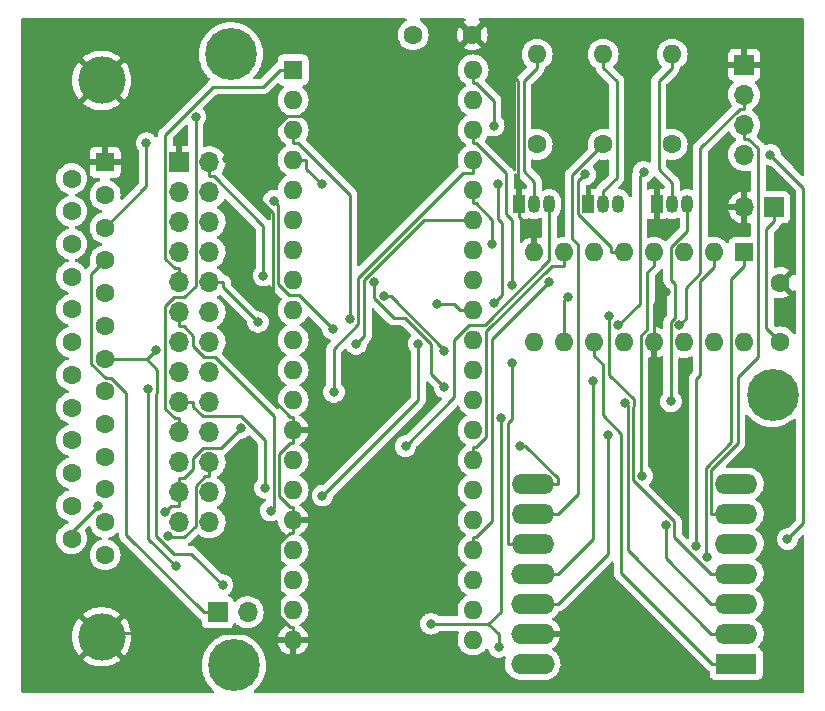
<source format=gbl>
G04 #@! TF.GenerationSoftware,KiCad,Pcbnew,(6.0.5)*
G04 #@! TF.CreationDate,2023-08-20T17:12:42+02:00*
G04 #@! TF.ProjectId,kicad-c128keyb,6b696361-642d-4633-9132-386b6579622e,rev?*
G04 #@! TF.SameCoordinates,Original*
G04 #@! TF.FileFunction,Copper,L2,Bot*
G04 #@! TF.FilePolarity,Positive*
%FSLAX46Y46*%
G04 Gerber Fmt 4.6, Leading zero omitted, Abs format (unit mm)*
G04 Created by KiCad (PCBNEW (6.0.5)) date 2023-08-20 17:12:42*
%MOMM*%
%LPD*%
G01*
G04 APERTURE LIST*
G04 #@! TA.AperFunction,ComponentPad*
%ADD10R,1.700000X1.700000*%
G04 #@! TD*
G04 #@! TA.AperFunction,ComponentPad*
%ADD11O,1.700000X1.700000*%
G04 #@! TD*
G04 #@! TA.AperFunction,ComponentPad*
%ADD12R,3.500000X1.700000*%
G04 #@! TD*
G04 #@! TA.AperFunction,ComponentPad*
%ADD13O,3.600000X1.700000*%
G04 #@! TD*
G04 #@! TA.AperFunction,ComponentPad*
%ADD14O,3.700000X1.700000*%
G04 #@! TD*
G04 #@! TA.AperFunction,ComponentPad*
%ADD15C,1.600000*%
G04 #@! TD*
G04 #@! TA.AperFunction,ComponentPad*
%ADD16C,0.700000*%
G04 #@! TD*
G04 #@! TA.AperFunction,ComponentPad*
%ADD17C,4.400000*%
G04 #@! TD*
G04 #@! TA.AperFunction,ComponentPad*
%ADD18O,1.600000X1.600000*%
G04 #@! TD*
G04 #@! TA.AperFunction,ComponentPad*
%ADD19R,1.600000X1.600000*%
G04 #@! TD*
G04 #@! TA.AperFunction,ComponentPad*
%ADD20R,1.050000X1.500000*%
G04 #@! TD*
G04 #@! TA.AperFunction,ComponentPad*
%ADD21O,1.050000X1.500000*%
G04 #@! TD*
G04 #@! TA.AperFunction,ComponentPad*
%ADD22C,4.000000*%
G04 #@! TD*
G04 #@! TA.AperFunction,ViaPad*
%ADD23C,0.800000*%
G04 #@! TD*
G04 #@! TA.AperFunction,Conductor*
%ADD24C,0.250000*%
G04 #@! TD*
G04 APERTURE END LIST*
D10*
X158242000Y-77470000D03*
D11*
X155702000Y-77470000D03*
D12*
X155047500Y-116128000D03*
D13*
X155047500Y-113588000D03*
X155047500Y-111048000D03*
X155047500Y-108508000D03*
X155047500Y-105968000D03*
X155047500Y-103428000D03*
X155047500Y-100888000D03*
X137797500Y-100888000D03*
X137797500Y-103428000D03*
X137797500Y-105968000D03*
D14*
X137797500Y-108508000D03*
X137797500Y-111048000D03*
X137797500Y-113588000D03*
X137797500Y-116128000D03*
D10*
X111120000Y-111760000D03*
D11*
X113660000Y-111760000D03*
D15*
X158750000Y-88860000D03*
X158750000Y-83860000D03*
X127675000Y-62865000D03*
X132675000Y-62865000D03*
D16*
X159281726Y-94511726D03*
X156465000Y-93345000D03*
X156948274Y-94511726D03*
X156948274Y-92178274D03*
X159765000Y-93345000D03*
X159281726Y-92178274D03*
X158115000Y-94995000D03*
X158115000Y-91695000D03*
D17*
X158115000Y-93345000D03*
D15*
X138176000Y-72136000D03*
D18*
X138176000Y-64516000D03*
D19*
X155712000Y-81280000D03*
D18*
X153172000Y-81280000D03*
X150632000Y-81280000D03*
X148092000Y-81280000D03*
X145552000Y-81280000D03*
X143012000Y-81280000D03*
X140472000Y-81280000D03*
X137932000Y-81280000D03*
X137932000Y-88900000D03*
X140472000Y-88900000D03*
X143012000Y-88900000D03*
X145552000Y-88900000D03*
X148092000Y-88900000D03*
X150632000Y-88900000D03*
X153172000Y-88900000D03*
X155712000Y-88900000D03*
D10*
X155702000Y-65405000D03*
D11*
X155702000Y-67945000D03*
X155702000Y-70485000D03*
X155702000Y-73025000D03*
D10*
X107890000Y-73660000D03*
D11*
X107890000Y-76200000D03*
X107890000Y-78740000D03*
X107890000Y-81280000D03*
X107890000Y-83820000D03*
X107890000Y-86360000D03*
X107890000Y-88900000D03*
X107890000Y-91440000D03*
X107890000Y-93980000D03*
X107890000Y-96520000D03*
X107890000Y-99060000D03*
X107890000Y-101600000D03*
X107890000Y-104140000D03*
X110430000Y-73660000D03*
X110430000Y-76200000D03*
X110430000Y-78740000D03*
X110430000Y-81280000D03*
X110430000Y-83820000D03*
X110430000Y-86360000D03*
X110430000Y-88900000D03*
X110430000Y-91440000D03*
X110430000Y-93980000D03*
X110430000Y-96520000D03*
X110430000Y-99060000D03*
X110430000Y-101600000D03*
X110430000Y-104140000D03*
D15*
X149606000Y-72136000D03*
D18*
X149606000Y-64516000D03*
D19*
X117510000Y-65840000D03*
D18*
X117510000Y-68380000D03*
X117510000Y-70920000D03*
X117510000Y-73460000D03*
X117510000Y-76000000D03*
X117510000Y-78540000D03*
X117510000Y-81080000D03*
X117510000Y-83620000D03*
X117510000Y-86160000D03*
X117510000Y-88700000D03*
X117510000Y-91240000D03*
X117510000Y-93780000D03*
X117510000Y-96320000D03*
X117510000Y-98860000D03*
X117510000Y-101400000D03*
X117510000Y-103940000D03*
X117510000Y-106480000D03*
X117510000Y-109020000D03*
X117510000Y-111560000D03*
X117510000Y-114100000D03*
X132750000Y-114100000D03*
X132750000Y-111560000D03*
X132750000Y-109020000D03*
X132750000Y-106480000D03*
X132750000Y-103940000D03*
X132750000Y-101400000D03*
X132750000Y-98860000D03*
X132750000Y-96320000D03*
X132750000Y-93780000D03*
X132750000Y-91240000D03*
X132750000Y-88700000D03*
X132750000Y-86160000D03*
X132750000Y-83620000D03*
X132750000Y-81080000D03*
X132750000Y-78540000D03*
X132750000Y-76000000D03*
X132750000Y-73460000D03*
X132750000Y-70920000D03*
X132750000Y-68380000D03*
X132750000Y-65840000D03*
D20*
X148336000Y-77195000D03*
D21*
X149606000Y-77195000D03*
X150876000Y-77195000D03*
D22*
X101300000Y-113830000D03*
X101300000Y-66730000D03*
D19*
X101600000Y-73660000D03*
D15*
X101600000Y-76430000D03*
X101600000Y-79200000D03*
X101600000Y-81970000D03*
X101600000Y-84740000D03*
X101600000Y-87510000D03*
X101600000Y-90280000D03*
X101600000Y-93050000D03*
X101600000Y-95820000D03*
X101600000Y-98590000D03*
X101600000Y-101360000D03*
X101600000Y-104130000D03*
X101600000Y-106900000D03*
X98760000Y-75045000D03*
X98760000Y-77815000D03*
X98760000Y-80585000D03*
X98760000Y-83355000D03*
X98760000Y-86125000D03*
X98760000Y-88895000D03*
X98760000Y-91665000D03*
X98760000Y-94435000D03*
X98760000Y-97205000D03*
X98760000Y-99975000D03*
X98760000Y-102745000D03*
X98760000Y-105515000D03*
D20*
X136652000Y-77195000D03*
D21*
X137922000Y-77195000D03*
X139192000Y-77195000D03*
D16*
X112500000Y-114600000D03*
X113666726Y-115083274D03*
X114150000Y-116250000D03*
D17*
X112500000Y-116250000D03*
D16*
X113666726Y-117416726D03*
X112500000Y-117900000D03*
X111333274Y-115083274D03*
X111333274Y-117416726D03*
X110850000Y-116250000D03*
D15*
X143764000Y-72136000D03*
D18*
X143764000Y-64516000D03*
D20*
X142494000Y-77195000D03*
D21*
X143764000Y-77195000D03*
X145034000Y-77195000D03*
D16*
X113416726Y-63333274D03*
X111083274Y-65666726D03*
X112250000Y-62850000D03*
X112250000Y-66150000D03*
X110600000Y-64500000D03*
X111083274Y-63333274D03*
X113416726Y-65666726D03*
X113900000Y-64500000D03*
D17*
X112250000Y-64500000D03*
D23*
X157930800Y-73025000D03*
X159371000Y-105562800D03*
X150227800Y-87472700D03*
X144173300Y-96736000D03*
X149048000Y-104371000D03*
X145640500Y-94036600D03*
X136050700Y-84077400D03*
X144292700Y-86642400D03*
X147062300Y-100213000D03*
X139150700Y-83762400D03*
X151663500Y-106186100D03*
X152571300Y-107107400D03*
X119931900Y-75505400D03*
X122297000Y-86961200D03*
X136686600Y-97640400D03*
X142242600Y-74685700D03*
X134848200Y-75463800D03*
X134498800Y-85615100D03*
X136015700Y-90692700D03*
X147204200Y-74465200D03*
X145019700Y-87468500D03*
X142911800Y-92144700D03*
X100967000Y-102725800D03*
X149505100Y-93901200D03*
X127038300Y-97695400D03*
X106923000Y-105291500D03*
X129725900Y-85700000D03*
X114542100Y-87188300D03*
X125230800Y-84973100D03*
X130332700Y-89657700D03*
X124372000Y-83773700D03*
X130332700Y-92704200D03*
X115884600Y-76904900D03*
X120854100Y-87752100D03*
X115000300Y-83257500D03*
X119998800Y-101888900D03*
X128130200Y-89032400D03*
X106667300Y-103271000D03*
X113099600Y-96153400D03*
X122848500Y-89057300D03*
X120973900Y-93119200D03*
X109253100Y-69808200D03*
X115134900Y-101228500D03*
X107612600Y-107877700D03*
X105252400Y-92889900D03*
X105933900Y-89532500D03*
X111539000Y-109456300D03*
X115603200Y-103149500D03*
X129185400Y-112733900D03*
X134505200Y-70568200D03*
X140765800Y-85029400D03*
X134396900Y-80562000D03*
X134909800Y-114692900D03*
X135076500Y-95282400D03*
X105097300Y-72029800D03*
X111883600Y-73411500D03*
X149074200Y-84637700D03*
D24*
X160722200Y-75816400D02*
X157930800Y-73025000D01*
X160722200Y-104211600D02*
X160722200Y-75816400D01*
X159371000Y-105562800D02*
X160722200Y-104211600D01*
X156067800Y-71661900D02*
X155702000Y-71661900D01*
X156879300Y-72473400D02*
X156067800Y-71661900D01*
X156879300Y-90152000D02*
X156879300Y-72473400D01*
X155154100Y-91877200D02*
X156879300Y-90152000D01*
X155154100Y-97450800D02*
X155154100Y-91877200D01*
X152920600Y-99684300D02*
X155154100Y-97450800D01*
X152920600Y-103428000D02*
X152920600Y-99684300D01*
X154047500Y-103428000D02*
X152920600Y-103428000D01*
X155702000Y-70485000D02*
X155702000Y-71661900D01*
X138797500Y-111048000D02*
X139974400Y-111048000D01*
X155702000Y-67945000D02*
X155702000Y-69121900D01*
X150749400Y-86951100D02*
X150227800Y-87472700D01*
X150749400Y-84308800D02*
X150749400Y-86951100D01*
X151997800Y-83060400D02*
X150749400Y-84308800D01*
X151997800Y-72458300D02*
X151997800Y-83060400D01*
X155334200Y-69121900D02*
X151997800Y-72458300D01*
X155702000Y-69121900D02*
X155334200Y-69121900D01*
X144173300Y-106849100D02*
X144173300Y-96736000D01*
X139974400Y-111048000D02*
X144173300Y-106849100D01*
X149048000Y-107175400D02*
X152920600Y-111048000D01*
X149048000Y-104371000D02*
X149048000Y-107175400D01*
X154047500Y-111048000D02*
X152920600Y-111048000D01*
X154047500Y-113588000D02*
X152920600Y-113588000D01*
X145827600Y-94223700D02*
X145640500Y-94036600D01*
X145827600Y-106495000D02*
X145827600Y-94223700D01*
X152920600Y-113588000D02*
X145827600Y-106495000D01*
X145297300Y-108454700D02*
X152970600Y-116128000D01*
X145297300Y-96637900D02*
X145297300Y-108454700D01*
X143739700Y-95080300D02*
X145297300Y-96637900D01*
X143739700Y-90754600D02*
X143739700Y-95080300D01*
X143012000Y-90026900D02*
X143739700Y-90754600D01*
X143012000Y-88900000D02*
X143012000Y-90026900D01*
X154047500Y-116128000D02*
X152970600Y-116128000D01*
X132750000Y-70920000D02*
X132750000Y-72046900D01*
X154047500Y-108508000D02*
X152920600Y-108508000D01*
X144292700Y-91660800D02*
X144292700Y-86642400D01*
X146367400Y-93735500D02*
X144292700Y-91660800D01*
X146367400Y-94337700D02*
X146367400Y-93735500D01*
X146297400Y-94407700D02*
X146367400Y-94337700D01*
X146297400Y-100592400D02*
X146297400Y-94407700D01*
X149774900Y-104069900D02*
X146297400Y-100592400D01*
X149774900Y-105362300D02*
X149774900Y-104069900D01*
X152920600Y-108508000D02*
X149774900Y-105362300D01*
X133031800Y-72046900D02*
X132750000Y-72046900D01*
X135575100Y-74590200D02*
X133031800Y-72046900D01*
X135575100Y-78037600D02*
X135575100Y-74590200D01*
X136050700Y-78513200D02*
X135575100Y-78037600D01*
X136050700Y-84077400D02*
X136050700Y-78513200D01*
X132750000Y-98860000D02*
X132750000Y-97733100D01*
X140472000Y-81280000D02*
X140472000Y-82406900D01*
X133031800Y-97733100D02*
X132750000Y-97733100D01*
X133876900Y-96888000D02*
X133031800Y-97733100D01*
X133876900Y-87923100D02*
X133876900Y-96888000D01*
X139393100Y-82406900D02*
X133876900Y-87923100D01*
X140472000Y-82406900D02*
X139393100Y-82406900D01*
X148092000Y-81280000D02*
X148092000Y-82406900D01*
X146930800Y-100081500D02*
X147062300Y-100213000D01*
X146930800Y-88359800D02*
X146930800Y-100081500D01*
X147516600Y-87774000D02*
X146930800Y-88359800D01*
X147516600Y-82982300D02*
X147516600Y-87774000D01*
X148092000Y-82406900D02*
X147516600Y-82982300D01*
X132750000Y-106480000D02*
X132750000Y-105353100D01*
X133029700Y-105353100D02*
X132750000Y-105353100D01*
X134328800Y-104054000D02*
X133029700Y-105353100D01*
X134328800Y-88584300D02*
X134328800Y-104054000D01*
X139150700Y-83762400D02*
X134328800Y-88584300D01*
X153172000Y-81280000D02*
X153172000Y-82406900D01*
X151663500Y-92002200D02*
X151663500Y-106186100D01*
X151993700Y-91672000D02*
X151663500Y-92002200D01*
X151993700Y-83703600D02*
X151993700Y-91672000D01*
X153172000Y-82525300D02*
X151993700Y-83703600D01*
X153172000Y-82406900D02*
X153172000Y-82525300D01*
X155712000Y-81280000D02*
X155712000Y-82406900D01*
X152440400Y-106976500D02*
X152571300Y-107107400D01*
X152440400Y-99525400D02*
X152440400Y-106976500D01*
X154585100Y-97380700D02*
X152440400Y-99525400D01*
X154585100Y-83533800D02*
X154585100Y-97380700D01*
X155712000Y-82406900D02*
X154585100Y-83533800D01*
X100429600Y-83140400D02*
X101600000Y-81970000D01*
X100429600Y-90715100D02*
X100429600Y-83140400D01*
X101637600Y-91923100D02*
X100429600Y-90715100D01*
X102114400Y-91923100D02*
X101637600Y-91923100D01*
X103394000Y-93202700D02*
X102114400Y-91923100D01*
X103394000Y-105210900D02*
X103394000Y-93202700D01*
X109943100Y-111760000D02*
X103394000Y-105210900D01*
X111120000Y-111760000D02*
X109943100Y-111760000D01*
X118636900Y-74210400D02*
X119931900Y-75505400D01*
X118636900Y-73460000D02*
X118636900Y-74210400D01*
X117510000Y-73460000D02*
X118636900Y-73460000D01*
X122297000Y-76411300D02*
X122297000Y-86961200D01*
X117932600Y-72046900D02*
X122297000Y-76411300D01*
X117510000Y-72046900D02*
X117932600Y-72046900D01*
X139924400Y-100400500D02*
X139924400Y-100888000D01*
X137164300Y-97640400D02*
X139924400Y-100400500D01*
X136686600Y-97640400D02*
X137164300Y-97640400D01*
X138797500Y-100888000D02*
X139924400Y-100888000D01*
X117510000Y-70920000D02*
X117510000Y-72046900D01*
X145552000Y-81280000D02*
X144425100Y-81280000D01*
X141642100Y-75286200D02*
X142242600Y-74685700D01*
X141642100Y-78080400D02*
X141642100Y-75286200D01*
X144425100Y-80863400D02*
X141642100Y-78080400D01*
X144425100Y-81280000D02*
X144425100Y-80863400D01*
X141169500Y-74730500D02*
X143764000Y-72136000D01*
X141169500Y-80132400D02*
X141169500Y-74730500D01*
X141642200Y-80605100D02*
X141169500Y-80132400D01*
X141642200Y-101710200D02*
X141642200Y-80605100D01*
X139924400Y-103428000D02*
X141642200Y-101710200D01*
X138797500Y-103428000D02*
X139924400Y-103428000D01*
X138797500Y-105968000D02*
X135670600Y-105968000D01*
X134848800Y-75464400D02*
X134848200Y-75463800D01*
X134848800Y-78498400D02*
X134848800Y-75464400D01*
X135178600Y-78828200D02*
X134848800Y-78498400D01*
X135178600Y-84935300D02*
X135178600Y-78828200D01*
X134498800Y-85615100D02*
X135178600Y-84935300D01*
X136015700Y-95371200D02*
X136015700Y-90692700D01*
X135670600Y-95716300D02*
X136015700Y-95371200D01*
X135670600Y-105968000D02*
X135670600Y-95716300D01*
X138797500Y-108508000D02*
X139974400Y-108508000D01*
X146844000Y-74825400D02*
X147204200Y-74465200D01*
X146844000Y-85644200D02*
X146844000Y-74825400D01*
X145019700Y-87468500D02*
X146844000Y-85644200D01*
X142911800Y-105570600D02*
X139974400Y-108508000D01*
X142911800Y-92144700D02*
X142911800Y-105570600D01*
X148472500Y-66776400D02*
X149606000Y-65642900D01*
X148472500Y-74247400D02*
X148472500Y-66776400D01*
X149606000Y-75380900D02*
X148472500Y-74247400D01*
X149606000Y-77195000D02*
X149606000Y-75380900D01*
X149606000Y-64516000D02*
X149606000Y-65642900D01*
X143764000Y-64516000D02*
X143764000Y-65642900D01*
X144917200Y-74964900D02*
X143764000Y-76118100D01*
X144917200Y-66796100D02*
X144917200Y-74964900D01*
X143764000Y-65642900D02*
X144917200Y-66796100D01*
X143764000Y-77195000D02*
X143764000Y-76118100D01*
X137036300Y-66782600D02*
X138176000Y-65642900D01*
X137036300Y-74412500D02*
X137036300Y-66782600D01*
X137922000Y-75298200D02*
X137036300Y-74412500D01*
X137922000Y-77195000D02*
X137922000Y-75298200D01*
X138176000Y-64516000D02*
X138176000Y-65642900D01*
X98760000Y-104932800D02*
X98760000Y-105515000D01*
X100967000Y-102725800D02*
X98760000Y-104932800D01*
X149500900Y-93897000D02*
X149505100Y-93901200D01*
X149500900Y-87171700D02*
X149500900Y-93897000D01*
X149832800Y-86839800D02*
X149500900Y-87171700D01*
X149832800Y-83974800D02*
X149832800Y-86839800D01*
X149505100Y-83647100D02*
X149832800Y-83974800D01*
X149505100Y-80813200D02*
X149505100Y-83647100D01*
X150876000Y-79442300D02*
X149505100Y-80813200D01*
X150876000Y-77195000D02*
X150876000Y-79442300D01*
X110430000Y-99060000D02*
X110430000Y-100236900D01*
X110062100Y-100236900D02*
X110430000Y-100236900D01*
X109253100Y-101045900D02*
X110062100Y-100236900D01*
X109253100Y-104450300D02*
X109253100Y-101045900D01*
X108314800Y-105388600D02*
X109253100Y-104450300D01*
X107020100Y-105388600D02*
X108314800Y-105388600D01*
X106923000Y-105291500D02*
X107020100Y-105388600D01*
X139192000Y-81968800D02*
X139192000Y-77195000D01*
X133730800Y-87430000D02*
X139192000Y-81968800D01*
X132424200Y-87430000D02*
X133730800Y-87430000D01*
X131157900Y-88696300D02*
X132424200Y-87430000D01*
X131157900Y-93575800D02*
X131157900Y-88696300D01*
X127038300Y-97695400D02*
X131157900Y-93575800D01*
X132750000Y-86160000D02*
X131623100Y-86160000D01*
X131163100Y-85700000D02*
X129725900Y-85700000D01*
X131623100Y-86160000D02*
X131163100Y-85700000D01*
X111606900Y-84253100D02*
X114542100Y-87188300D01*
X111606900Y-83820000D02*
X111606900Y-84253100D01*
X110430000Y-83820000D02*
X111606900Y-83820000D01*
X125788400Y-84973100D02*
X125230800Y-84973100D01*
X130332700Y-89517400D02*
X125788400Y-84973100D01*
X130332700Y-89657700D02*
X130332700Y-89517400D01*
X129180300Y-91551800D02*
X130332700Y-92704200D01*
X129180300Y-89030300D02*
X129180300Y-91551800D01*
X126993400Y-86843400D02*
X129180300Y-89030300D01*
X126069000Y-86843400D02*
X126993400Y-86843400D01*
X124372000Y-85146400D02*
X126069000Y-86843400D01*
X124372000Y-83773700D02*
X124372000Y-85146400D01*
X117992000Y-84890000D02*
X120854100Y-87752100D01*
X117178900Y-84890000D02*
X117992000Y-84890000D01*
X116255700Y-83966800D02*
X117178900Y-84890000D01*
X116255700Y-77276000D02*
X116255700Y-83966800D01*
X115884600Y-76904900D02*
X116255700Y-77276000D01*
X115000300Y-79039400D02*
X115000300Y-83257500D01*
X110797800Y-74836900D02*
X115000300Y-79039400D01*
X110430000Y-74836900D02*
X110797800Y-74836900D01*
X110430000Y-73660000D02*
X110430000Y-74836900D01*
X128130200Y-93757500D02*
X128130200Y-89032400D01*
X119998800Y-101888900D02*
X128130200Y-93757500D01*
X107161400Y-102776900D02*
X106667300Y-103271000D01*
X107890000Y-102776900D02*
X107161400Y-102776900D01*
X107890000Y-101845300D02*
X107890000Y-102776900D01*
X107890000Y-101845300D02*
X107890000Y-101600000D01*
X107890000Y-101600000D02*
X107890000Y-100423100D01*
X111369900Y-97883100D02*
X113099600Y-96153400D01*
X109854300Y-97883100D02*
X111369900Y-97883100D01*
X109066900Y-98670500D02*
X109854300Y-97883100D01*
X109066900Y-99614100D02*
X109066900Y-98670500D01*
X108257900Y-100423100D02*
X109066900Y-99614100D01*
X107890000Y-100423100D02*
X108257900Y-100423100D01*
X123525200Y-88380600D02*
X122848500Y-89057300D01*
X123525200Y-83592600D02*
X123525200Y-88380600D01*
X128577800Y-78540000D02*
X123525200Y-83592600D01*
X132750000Y-78540000D02*
X128577800Y-78540000D01*
X132750000Y-73460000D02*
X132750000Y-74586900D01*
X120974000Y-93119200D02*
X120973900Y-93119200D01*
X120974000Y-89438800D02*
X120974000Y-93119200D01*
X123031500Y-87381300D02*
X120974000Y-89438800D01*
X123031500Y-83447200D02*
X123031500Y-87381300D01*
X131891800Y-74586900D02*
X123031500Y-83447200D01*
X132750000Y-74586900D02*
X131891800Y-74586900D01*
X107890000Y-96520000D02*
X107890000Y-95343100D01*
X109253100Y-84135900D02*
X109253100Y-69808200D01*
X108299000Y-85090000D02*
X109253100Y-84135900D01*
X107407800Y-85090000D02*
X108299000Y-85090000D01*
X106690800Y-85807000D02*
X107407800Y-85090000D01*
X106690800Y-94511700D02*
X106690800Y-85807000D01*
X107522200Y-95343100D02*
X106690800Y-94511700D01*
X107890000Y-95343100D02*
X107522200Y-95343100D01*
X115134900Y-97158800D02*
X115134900Y-101228500D01*
X113133000Y-95156900D02*
X115134900Y-97158800D01*
X109875900Y-95156900D02*
X113133000Y-95156900D01*
X109066900Y-94347900D02*
X109875900Y-95156900D01*
X109066900Y-93980000D02*
X109066900Y-94347900D01*
X107890000Y-93980000D02*
X109066900Y-93980000D01*
X105252400Y-105517500D02*
X105252400Y-92889900D01*
X107612600Y-107877700D02*
X105252400Y-105517500D01*
X108869600Y-106786900D02*
X111539000Y-109456300D01*
X107390300Y-106786900D02*
X108869600Y-106786900D01*
X105935800Y-105332400D02*
X107390300Y-106786900D01*
X105935800Y-93238500D02*
X105935800Y-105332400D01*
X106003800Y-93170500D02*
X105935800Y-93238500D01*
X106003800Y-91244100D02*
X106003800Y-93170500D01*
X105113100Y-90353300D02*
X106003800Y-91244100D01*
X105039700Y-90280000D02*
X105113100Y-90353300D01*
X101600000Y-90280000D02*
X105039700Y-90280000D01*
X105113100Y-90353300D02*
X105933900Y-89532500D01*
X107890000Y-86360000D02*
X107890000Y-87536900D01*
X108257900Y-87536900D02*
X107890000Y-87536900D01*
X109066900Y-88345900D02*
X108257900Y-87536900D01*
X109066900Y-89237800D02*
X109066900Y-88345900D01*
X109999100Y-90170000D02*
X109066900Y-89237800D01*
X110896700Y-90170000D02*
X109999100Y-90170000D01*
X115861800Y-95135100D02*
X110896700Y-90170000D01*
X115861800Y-102890900D02*
X115861800Y-95135100D01*
X115603200Y-103149500D02*
X115861800Y-102890900D01*
X114968500Y-67254600D02*
X116383100Y-65840000D01*
X110770500Y-67254600D02*
X114968500Y-67254600D01*
X106703600Y-71321500D02*
X110770500Y-67254600D01*
X106703600Y-81824500D02*
X106703600Y-71321500D01*
X107522200Y-82643100D02*
X106703600Y-81824500D01*
X107890000Y-82643100D02*
X107522200Y-82643100D01*
X107890000Y-83820000D02*
X107890000Y-82643100D01*
X117510000Y-65840000D02*
X116383100Y-65840000D01*
X134505100Y-70568200D02*
X134505200Y-70568200D01*
X134505100Y-68440300D02*
X134505100Y-70568200D01*
X133031700Y-66966900D02*
X134505100Y-68440300D01*
X132750000Y-66966900D02*
X133031700Y-66966900D01*
X132750000Y-65840000D02*
X132750000Y-66966900D01*
X140472000Y-85323200D02*
X140765800Y-85029400D01*
X140472000Y-88900000D02*
X140472000Y-85323200D01*
X158242000Y-77470000D02*
X158242000Y-78646900D01*
X132750000Y-76000000D02*
X132750000Y-77126900D01*
X157577800Y-79311100D02*
X158242000Y-78646900D01*
X157577800Y-87687800D02*
X157577800Y-79311100D01*
X158750000Y-88860000D02*
X157577800Y-87687800D01*
X134396900Y-78565300D02*
X134396900Y-80562000D01*
X132958500Y-77126900D02*
X134396900Y-78565300D01*
X132750000Y-77126900D02*
X132958500Y-77126900D01*
X135076500Y-111701200D02*
X134043800Y-112733900D01*
X135076500Y-95282400D02*
X135076500Y-111701200D01*
X134909800Y-113599900D02*
X134043800Y-112733900D01*
X134909800Y-114692900D02*
X134909800Y-113599900D01*
X134043800Y-112733900D02*
X129185400Y-112733900D01*
X105097300Y-75702700D02*
X105097300Y-72029800D01*
X101600000Y-79200000D02*
X105097300Y-75702700D01*
X137932000Y-81280000D02*
X137932000Y-80153100D01*
X136652000Y-77195000D02*
X136652000Y-76118100D01*
X137932000Y-79551900D02*
X136652000Y-78271900D01*
X137932000Y-80153100D02*
X137932000Y-79551900D01*
X136652000Y-77195000D02*
X136652000Y-78271900D01*
X148092000Y-85619900D02*
X148092000Y-88900000D01*
X149074200Y-84637700D02*
X148092000Y-85619900D01*
X117510000Y-96320000D02*
X117510000Y-95193100D01*
X117276500Y-97446900D02*
X117510000Y-97446900D01*
X116360600Y-98362800D02*
X117276500Y-97446900D01*
X116360600Y-101945400D02*
X116360600Y-98362800D01*
X117228300Y-102813100D02*
X116360600Y-101945400D01*
X117510000Y-102813100D02*
X117228300Y-102813100D01*
X117510000Y-96320000D02*
X117510000Y-97446900D01*
X136570100Y-76036200D02*
X136652000Y-76118100D01*
X136570100Y-66760100D02*
X136570100Y-76036200D01*
X132675000Y-62865000D02*
X136570100Y-66760100D01*
X125781400Y-69758600D02*
X132675000Y-62865000D01*
X116972300Y-69758600D02*
X125781400Y-69758600D01*
X112601500Y-74129400D02*
X116972300Y-69758600D01*
X111883600Y-73411500D02*
X112601500Y-74129400D01*
X117510000Y-103626600D02*
X117510000Y-102813100D01*
X117510000Y-103626600D02*
X117510000Y-103940000D01*
X117510000Y-103940000D02*
X117510000Y-105066900D01*
X117510000Y-114100000D02*
X117510000Y-112973100D01*
X114928500Y-113489300D02*
X116360600Y-112057200D01*
X101640700Y-113489300D02*
X114928500Y-113489300D01*
X101300000Y-113830000D02*
X101640700Y-113489300D01*
X116360600Y-105934600D02*
X116360600Y-112057200D01*
X117228300Y-105066900D02*
X116360600Y-105934600D01*
X117510000Y-105066900D02*
X117228300Y-105066900D01*
X117276500Y-112973100D02*
X117510000Y-112973100D01*
X116360600Y-112057200D02*
X117276500Y-112973100D01*
X117276500Y-95193100D02*
X117510000Y-95193100D01*
X115803800Y-93720400D02*
X117276500Y-95193100D01*
X115803800Y-77970800D02*
X115803800Y-93720400D01*
X112601500Y-74768500D02*
X115803800Y-77970800D01*
X112601500Y-74129400D02*
X112601500Y-74768500D01*
G04 #@! TA.AperFunction,Conductor*
G36*
X127073400Y-61488502D02*
G01*
X127119893Y-61542158D01*
X127129997Y-61612432D01*
X127100503Y-61677012D01*
X127058529Y-61708695D01*
X127023238Y-61725151D01*
X127023233Y-61725154D01*
X127018251Y-61727477D01*
X126961080Y-61767509D01*
X126835211Y-61855643D01*
X126835208Y-61855645D01*
X126830700Y-61858802D01*
X126668802Y-62020700D01*
X126665645Y-62025208D01*
X126665643Y-62025211D01*
X126621131Y-62088781D01*
X126537477Y-62208251D01*
X126535154Y-62213233D01*
X126535151Y-62213238D01*
X126506728Y-62274193D01*
X126440716Y-62415757D01*
X126439294Y-62421065D01*
X126439293Y-62421067D01*
X126418019Y-62500461D01*
X126381457Y-62636913D01*
X126361502Y-62865000D01*
X126381457Y-63093087D01*
X126382881Y-63098400D01*
X126382881Y-63098402D01*
X126420025Y-63237022D01*
X126440716Y-63314243D01*
X126443039Y-63319224D01*
X126443039Y-63319225D01*
X126535151Y-63516762D01*
X126535154Y-63516767D01*
X126537477Y-63521749D01*
X126668802Y-63709300D01*
X126830700Y-63871198D01*
X126835208Y-63874355D01*
X126835211Y-63874357D01*
X126913389Y-63929098D01*
X127018251Y-64002523D01*
X127023233Y-64004846D01*
X127023238Y-64004849D01*
X127219765Y-64096490D01*
X127225757Y-64099284D01*
X127231065Y-64100706D01*
X127231067Y-64100707D01*
X127441598Y-64157119D01*
X127441600Y-64157119D01*
X127446913Y-64158543D01*
X127675000Y-64178498D01*
X127903087Y-64158543D01*
X127908400Y-64157119D01*
X127908402Y-64157119D01*
X128118933Y-64100707D01*
X128118935Y-64100706D01*
X128124243Y-64099284D01*
X128130235Y-64096490D01*
X128326762Y-64004849D01*
X128326767Y-64004846D01*
X128331749Y-64002523D01*
X128405243Y-63951062D01*
X131953493Y-63951062D01*
X131962789Y-63963077D01*
X132013994Y-63998931D01*
X132023489Y-64004414D01*
X132220947Y-64096490D01*
X132231239Y-64100236D01*
X132441688Y-64156625D01*
X132452481Y-64158528D01*
X132669525Y-64177517D01*
X132680475Y-64177517D01*
X132897519Y-64158528D01*
X132908312Y-64156625D01*
X133118761Y-64100236D01*
X133129053Y-64096490D01*
X133326511Y-64004414D01*
X133336006Y-63998931D01*
X133388048Y-63962491D01*
X133396424Y-63952012D01*
X133389356Y-63938566D01*
X132687812Y-63237022D01*
X132673868Y-63229408D01*
X132672035Y-63229539D01*
X132665420Y-63233790D01*
X131959923Y-63939287D01*
X131953493Y-63951062D01*
X128405243Y-63951062D01*
X128436611Y-63929098D01*
X128514789Y-63874357D01*
X128514792Y-63874355D01*
X128519300Y-63871198D01*
X128681198Y-63709300D01*
X128812523Y-63521749D01*
X128814846Y-63516767D01*
X128814849Y-63516762D01*
X128906961Y-63319225D01*
X128906961Y-63319224D01*
X128909284Y-63314243D01*
X128929976Y-63237022D01*
X128967119Y-63098402D01*
X128967119Y-63098400D01*
X128968543Y-63093087D01*
X128988019Y-62870475D01*
X131362483Y-62870475D01*
X131381472Y-63087519D01*
X131383375Y-63098312D01*
X131439764Y-63308761D01*
X131443510Y-63319053D01*
X131535586Y-63516511D01*
X131541069Y-63526006D01*
X131577509Y-63578048D01*
X131587988Y-63586424D01*
X131601434Y-63579356D01*
X132302978Y-62877812D01*
X132309356Y-62866132D01*
X133039408Y-62866132D01*
X133039539Y-62867965D01*
X133043790Y-62874580D01*
X133749287Y-63580077D01*
X133761062Y-63586507D01*
X133773077Y-63577211D01*
X133808931Y-63526006D01*
X133814414Y-63516511D01*
X133906490Y-63319053D01*
X133910236Y-63308761D01*
X133966625Y-63098312D01*
X133968528Y-63087519D01*
X133987517Y-62870475D01*
X133987517Y-62859525D01*
X133968528Y-62642481D01*
X133966625Y-62631688D01*
X133910236Y-62421239D01*
X133906490Y-62410947D01*
X133814414Y-62213489D01*
X133808931Y-62203994D01*
X133772491Y-62151952D01*
X133762012Y-62143576D01*
X133748566Y-62150644D01*
X133047022Y-62852188D01*
X133039408Y-62866132D01*
X132309356Y-62866132D01*
X132310592Y-62863868D01*
X132310461Y-62862035D01*
X132306210Y-62855420D01*
X131600713Y-62149923D01*
X131588938Y-62143493D01*
X131576923Y-62152789D01*
X131541069Y-62203994D01*
X131535586Y-62213489D01*
X131443510Y-62410947D01*
X131439764Y-62421239D01*
X131383375Y-62631688D01*
X131381472Y-62642481D01*
X131362483Y-62859525D01*
X131362483Y-62870475D01*
X128988019Y-62870475D01*
X128988498Y-62865000D01*
X128968543Y-62636913D01*
X128931981Y-62500461D01*
X128910707Y-62421067D01*
X128910706Y-62421065D01*
X128909284Y-62415757D01*
X128843272Y-62274193D01*
X128814849Y-62213238D01*
X128814846Y-62213233D01*
X128812523Y-62208251D01*
X128728869Y-62088781D01*
X128684357Y-62025211D01*
X128684355Y-62025208D01*
X128681198Y-62020700D01*
X128519300Y-61858802D01*
X128514792Y-61855645D01*
X128514789Y-61855643D01*
X128388920Y-61767509D01*
X128331749Y-61727477D01*
X128326767Y-61725154D01*
X128326762Y-61725151D01*
X128291471Y-61708695D01*
X128238186Y-61661778D01*
X128218725Y-61593500D01*
X128239267Y-61525540D01*
X128293290Y-61479475D01*
X128344721Y-61468500D01*
X132006463Y-61468500D01*
X132074584Y-61488502D01*
X132121077Y-61542158D01*
X132131181Y-61612432D01*
X132101687Y-61677012D01*
X132059713Y-61708695D01*
X132023489Y-61725586D01*
X132013994Y-61731069D01*
X131961952Y-61767509D01*
X131953576Y-61777988D01*
X131960644Y-61791434D01*
X132662188Y-62492978D01*
X132676132Y-62500592D01*
X132677965Y-62500461D01*
X132684580Y-62496210D01*
X133390077Y-61790713D01*
X133396507Y-61778938D01*
X133387211Y-61766923D01*
X133336006Y-61731069D01*
X133326511Y-61725586D01*
X133290287Y-61708695D01*
X133237002Y-61661778D01*
X133217541Y-61593500D01*
X133238083Y-61525541D01*
X133292106Y-61479475D01*
X133343537Y-61468500D01*
X160677090Y-61468500D01*
X160745211Y-61488502D01*
X160791704Y-61542158D01*
X160803090Y-61594500D01*
X160803090Y-74697196D01*
X160783088Y-74765317D01*
X160729432Y-74811810D01*
X160659158Y-74821914D01*
X160594578Y-74792420D01*
X160587995Y-74786291D01*
X159822250Y-74020545D01*
X158877922Y-73076217D01*
X158843896Y-73013905D01*
X158841707Y-73000292D01*
X158840804Y-72991695D01*
X158824342Y-72835072D01*
X158765327Y-72653444D01*
X158752724Y-72631614D01*
X158722885Y-72579933D01*
X158669840Y-72488056D01*
X158642507Y-72457699D01*
X158546475Y-72351045D01*
X158546474Y-72351044D01*
X158542053Y-72346134D01*
X158387552Y-72233882D01*
X158381524Y-72231198D01*
X158381522Y-72231197D01*
X158219119Y-72158891D01*
X158219118Y-72158891D01*
X158213088Y-72156206D01*
X158111657Y-72134646D01*
X158032744Y-72117872D01*
X158032739Y-72117872D01*
X158026287Y-72116500D01*
X157835313Y-72116500D01*
X157828861Y-72117872D01*
X157828856Y-72117872D01*
X157749943Y-72134646D01*
X157648512Y-72156206D01*
X157578049Y-72187578D01*
X157507683Y-72197012D01*
X157443386Y-72166906D01*
X157424868Y-72146536D01*
X157412867Y-72130017D01*
X157406357Y-72120107D01*
X157391390Y-72094800D01*
X157383842Y-72082037D01*
X157369518Y-72067713D01*
X157356676Y-72052678D01*
X157344772Y-72036293D01*
X157310706Y-72008111D01*
X157301927Y-72000122D01*
X156786603Y-71484798D01*
X156752577Y-71422486D01*
X156757642Y-71351671D01*
X156773375Y-71322177D01*
X156867435Y-71191277D01*
X156870453Y-71187077D01*
X156888191Y-71151188D01*
X156967136Y-70991453D01*
X156967137Y-70991451D01*
X156969430Y-70986811D01*
X157034370Y-70773069D01*
X157063529Y-70551590D01*
X157063611Y-70548240D01*
X157065074Y-70488365D01*
X157065074Y-70488361D01*
X157065156Y-70485000D01*
X157046852Y-70262361D01*
X156992431Y-70045702D01*
X156903354Y-69840840D01*
X156782014Y-69653277D01*
X156631670Y-69488051D01*
X156627619Y-69484852D01*
X156627615Y-69484848D01*
X156460414Y-69352800D01*
X156460410Y-69352798D01*
X156456359Y-69349598D01*
X156415053Y-69326796D01*
X156365084Y-69276364D01*
X156350312Y-69206921D01*
X156375428Y-69140516D01*
X156402780Y-69113909D01*
X156479074Y-69059489D01*
X156581860Y-68986173D01*
X156740096Y-68828489D01*
X156799594Y-68745689D01*
X156867435Y-68651277D01*
X156870453Y-68647077D01*
X156892432Y-68602607D01*
X156967136Y-68451453D01*
X156967137Y-68451451D01*
X156969430Y-68446811D01*
X157034370Y-68233069D01*
X157063529Y-68011590D01*
X157065156Y-67945000D01*
X157046852Y-67722361D01*
X156992431Y-67505702D01*
X156903354Y-67300840D01*
X156826441Y-67181951D01*
X156784822Y-67117617D01*
X156784820Y-67117614D01*
X156782014Y-67113277D01*
X156778540Y-67109459D01*
X156778533Y-67109450D01*
X156634435Y-66951088D01*
X156603383Y-66887242D01*
X156611779Y-66816744D01*
X156656956Y-66761976D01*
X156683400Y-66748307D01*
X156790052Y-66708325D01*
X156805649Y-66699786D01*
X156907724Y-66623285D01*
X156920285Y-66610724D01*
X156996786Y-66508649D01*
X157005324Y-66493054D01*
X157050478Y-66372606D01*
X157054105Y-66357351D01*
X157059631Y-66306486D01*
X157060000Y-66299672D01*
X157060000Y-65677115D01*
X157055525Y-65661876D01*
X157054135Y-65660671D01*
X157046452Y-65659000D01*
X154362116Y-65659000D01*
X154346877Y-65663475D01*
X154345672Y-65664865D01*
X154344001Y-65672548D01*
X154344001Y-66299669D01*
X154344371Y-66306490D01*
X154349895Y-66357352D01*
X154353521Y-66372604D01*
X154398676Y-66493054D01*
X154407214Y-66508649D01*
X154483715Y-66610724D01*
X154496276Y-66623285D01*
X154598351Y-66699786D01*
X154613946Y-66708324D01*
X154722827Y-66749142D01*
X154779591Y-66791784D01*
X154804291Y-66858345D01*
X154789083Y-66927694D01*
X154769691Y-66954175D01*
X154704041Y-67022874D01*
X154642629Y-67087138D01*
X154639715Y-67091410D01*
X154639714Y-67091411D01*
X154600771Y-67148500D01*
X154516743Y-67271680D01*
X154422688Y-67474305D01*
X154362989Y-67689570D01*
X154339251Y-67911695D01*
X154339548Y-67916848D01*
X154339548Y-67916851D01*
X154349931Y-68096925D01*
X154352110Y-68134715D01*
X154353247Y-68139761D01*
X154353248Y-68139767D01*
X154373119Y-68227939D01*
X154401222Y-68352639D01*
X154485266Y-68559616D01*
X154601987Y-68750088D01*
X154605367Y-68753990D01*
X154621792Y-68772951D01*
X154651276Y-68837536D01*
X154641162Y-68907809D01*
X154615651Y-68944545D01*
X153097837Y-70462358D01*
X151605547Y-71954648D01*
X151597261Y-71962188D01*
X151590782Y-71966300D01*
X151585357Y-71972077D01*
X151544157Y-72015951D01*
X151541402Y-72018793D01*
X151521665Y-72038530D01*
X151519185Y-72041727D01*
X151511482Y-72050747D01*
X151481214Y-72082979D01*
X151477395Y-72089925D01*
X151477393Y-72089928D01*
X151471452Y-72100734D01*
X151460601Y-72117253D01*
X151448186Y-72133259D01*
X151445041Y-72140528D01*
X151445038Y-72140532D01*
X151430626Y-72173837D01*
X151425409Y-72184487D01*
X151404105Y-72223240D01*
X151402134Y-72230915D01*
X151402134Y-72230916D01*
X151399067Y-72242862D01*
X151392663Y-72261566D01*
X151392654Y-72261588D01*
X151384619Y-72280155D01*
X151383380Y-72287978D01*
X151383377Y-72287988D01*
X151377701Y-72323824D01*
X151375295Y-72335444D01*
X151366272Y-72370589D01*
X151364300Y-72378270D01*
X151364300Y-72398524D01*
X151362749Y-72418234D01*
X151359580Y-72438243D01*
X151360326Y-72446135D01*
X151363741Y-72482261D01*
X151364300Y-72494119D01*
X151364300Y-75868321D01*
X151344298Y-75936442D01*
X151290642Y-75982935D01*
X151220368Y-75993039D01*
X151201041Y-75988686D01*
X151090707Y-75954532D01*
X151090704Y-75954531D01*
X151084820Y-75952710D01*
X151078695Y-75952066D01*
X151078694Y-75952066D01*
X150889378Y-75932168D01*
X150889377Y-75932168D01*
X150883250Y-75931524D01*
X150814730Y-75937760D01*
X150687543Y-75949335D01*
X150687540Y-75949336D01*
X150681404Y-75949894D01*
X150675498Y-75951632D01*
X150675494Y-75951633D01*
X150558499Y-75986067D01*
X150486971Y-76007119D01*
X150481511Y-76009973D01*
X150481507Y-76009975D01*
X150423874Y-76040104D01*
X150354238Y-76053938D01*
X150288178Y-76027927D01*
X150246667Y-75970331D01*
X150239500Y-75928442D01*
X150239500Y-75459667D01*
X150240027Y-75448484D01*
X150241702Y-75440991D01*
X150241063Y-75420643D01*
X150239562Y-75372914D01*
X150239500Y-75368955D01*
X150239500Y-75341044D01*
X150238995Y-75337044D01*
X150238062Y-75325201D01*
X150236922Y-75288930D01*
X150236673Y-75281011D01*
X150231021Y-75261557D01*
X150227013Y-75242200D01*
X150225468Y-75229970D01*
X150225468Y-75229969D01*
X150224474Y-75222103D01*
X150221555Y-75214730D01*
X150208196Y-75180988D01*
X150204351Y-75169758D01*
X150194229Y-75134917D01*
X150194229Y-75134916D01*
X150192018Y-75127307D01*
X150187985Y-75120488D01*
X150187983Y-75120483D01*
X150181707Y-75109872D01*
X150173012Y-75092124D01*
X150165552Y-75073283D01*
X150139564Y-75037513D01*
X150133048Y-75027593D01*
X150114580Y-74996365D01*
X150114578Y-74996362D01*
X150110542Y-74989538D01*
X150096221Y-74975217D01*
X150083380Y-74960183D01*
X150080480Y-74956192D01*
X150071472Y-74943793D01*
X150065368Y-74938743D01*
X150065363Y-74938738D01*
X150037402Y-74915607D01*
X150028621Y-74907617D01*
X149142904Y-74021899D01*
X149108879Y-73959587D01*
X149106000Y-73932804D01*
X149106000Y-73520891D01*
X149126002Y-73452770D01*
X149179658Y-73406277D01*
X149249932Y-73396173D01*
X149264611Y-73399184D01*
X149372598Y-73428119D01*
X149372600Y-73428119D01*
X149377913Y-73429543D01*
X149606000Y-73449498D01*
X149834087Y-73429543D01*
X149839400Y-73428119D01*
X149839402Y-73428119D01*
X150049933Y-73371707D01*
X150049935Y-73371706D01*
X150055243Y-73370284D01*
X150106000Y-73346616D01*
X150257762Y-73275849D01*
X150257767Y-73275846D01*
X150262749Y-73273523D01*
X150367611Y-73200098D01*
X150445789Y-73145357D01*
X150445792Y-73145355D01*
X150450300Y-73142198D01*
X150612198Y-72980300D01*
X150743523Y-72792749D01*
X150745846Y-72787767D01*
X150745849Y-72787762D01*
X150837961Y-72590225D01*
X150837961Y-72590224D01*
X150840284Y-72585243D01*
X150863523Y-72498517D01*
X150898119Y-72369402D01*
X150898119Y-72369400D01*
X150899543Y-72364087D01*
X150919498Y-72136000D01*
X150899543Y-71907913D01*
X150883070Y-71846435D01*
X150841707Y-71692067D01*
X150841706Y-71692065D01*
X150840284Y-71686757D01*
X150799049Y-71598327D01*
X150745849Y-71484238D01*
X150745846Y-71484233D01*
X150743523Y-71479251D01*
X150649842Y-71345461D01*
X150615357Y-71296211D01*
X150615355Y-71296208D01*
X150612198Y-71291700D01*
X150450300Y-71129802D01*
X150445792Y-71126645D01*
X150445789Y-71126643D01*
X150361551Y-71067659D01*
X150262749Y-70998477D01*
X150257767Y-70996154D01*
X150257762Y-70996151D01*
X150060225Y-70904039D01*
X150060224Y-70904039D01*
X150055243Y-70901716D01*
X150049935Y-70900294D01*
X150049933Y-70900293D01*
X149839402Y-70843881D01*
X149839400Y-70843881D01*
X149834087Y-70842457D01*
X149606000Y-70822502D01*
X149377913Y-70842457D01*
X149372600Y-70843881D01*
X149372598Y-70843881D01*
X149264611Y-70872816D01*
X149193635Y-70871126D01*
X149134839Y-70831332D01*
X149106891Y-70766067D01*
X149106000Y-70751109D01*
X149106000Y-67090995D01*
X149126002Y-67022874D01*
X149142905Y-67001899D01*
X149556911Y-66587894D01*
X149998258Y-66146547D01*
X150006537Y-66139013D01*
X150013018Y-66134900D01*
X150059644Y-66085248D01*
X150062398Y-66082407D01*
X150082135Y-66062670D01*
X150084615Y-66059473D01*
X150092320Y-66050451D01*
X150094074Y-66048583D01*
X150122586Y-66018221D01*
X150126405Y-66011275D01*
X150126407Y-66011272D01*
X150132348Y-66000466D01*
X150143199Y-65983947D01*
X150143559Y-65983483D01*
X150155614Y-65967941D01*
X150158759Y-65960672D01*
X150158762Y-65960668D01*
X150173174Y-65927363D01*
X150178391Y-65916713D01*
X150199695Y-65877960D01*
X150201668Y-65870278D01*
X150204733Y-65858338D01*
X150211137Y-65839634D01*
X150216033Y-65828320D01*
X150216033Y-65828319D01*
X150219181Y-65821045D01*
X150220420Y-65813222D01*
X150220423Y-65813212D01*
X150226099Y-65777376D01*
X150228505Y-65765756D01*
X150237528Y-65730611D01*
X150237528Y-65730610D01*
X150239500Y-65722930D01*
X150239500Y-65719129D01*
X150267148Y-65655735D01*
X150291502Y-65633390D01*
X150445789Y-65525357D01*
X150445792Y-65525355D01*
X150450300Y-65522198D01*
X150612198Y-65360300D01*
X150647471Y-65309926D01*
X150679422Y-65264295D01*
X150743523Y-65172749D01*
X150745846Y-65167767D01*
X150745849Y-65167762D01*
X150762112Y-65132885D01*
X154344000Y-65132885D01*
X154348475Y-65148124D01*
X154349865Y-65149329D01*
X154357548Y-65151000D01*
X155429885Y-65151000D01*
X155445124Y-65146525D01*
X155446329Y-65145135D01*
X155448000Y-65137452D01*
X155448000Y-65132885D01*
X155956000Y-65132885D01*
X155960475Y-65148124D01*
X155961865Y-65149329D01*
X155969548Y-65151000D01*
X157041884Y-65151000D01*
X157057123Y-65146525D01*
X157058328Y-65145135D01*
X157059999Y-65137452D01*
X157059999Y-64510331D01*
X157059629Y-64503510D01*
X157054105Y-64452648D01*
X157050479Y-64437396D01*
X157005324Y-64316946D01*
X156996786Y-64301351D01*
X156920285Y-64199276D01*
X156907724Y-64186715D01*
X156805649Y-64110214D01*
X156790054Y-64101676D01*
X156669606Y-64056522D01*
X156654351Y-64052895D01*
X156603486Y-64047369D01*
X156596672Y-64047000D01*
X155974115Y-64047000D01*
X155958876Y-64051475D01*
X155957671Y-64052865D01*
X155956000Y-64060548D01*
X155956000Y-65132885D01*
X155448000Y-65132885D01*
X155448000Y-64065116D01*
X155443525Y-64049877D01*
X155442135Y-64048672D01*
X155434452Y-64047001D01*
X154807331Y-64047001D01*
X154800510Y-64047371D01*
X154749648Y-64052895D01*
X154734396Y-64056521D01*
X154613946Y-64101676D01*
X154598351Y-64110214D01*
X154496276Y-64186715D01*
X154483715Y-64199276D01*
X154407214Y-64301351D01*
X154398676Y-64316946D01*
X154353522Y-64437394D01*
X154349895Y-64452649D01*
X154344369Y-64503514D01*
X154344000Y-64510328D01*
X154344000Y-65132885D01*
X150762112Y-65132885D01*
X150837961Y-64970225D01*
X150837961Y-64970224D01*
X150840284Y-64965243D01*
X150899543Y-64744087D01*
X150919498Y-64516000D01*
X150899543Y-64287913D01*
X150892744Y-64262538D01*
X150841707Y-64072067D01*
X150841706Y-64072065D01*
X150840284Y-64066757D01*
X150837389Y-64060548D01*
X150745849Y-63864238D01*
X150745846Y-63864233D01*
X150743523Y-63859251D01*
X150612198Y-63671700D01*
X150450300Y-63509802D01*
X150445792Y-63506645D01*
X150445789Y-63506643D01*
X150367611Y-63451902D01*
X150262749Y-63378477D01*
X150257767Y-63376154D01*
X150257762Y-63376151D01*
X150060225Y-63284039D01*
X150060224Y-63284039D01*
X150055243Y-63281716D01*
X150049935Y-63280294D01*
X150049933Y-63280293D01*
X149839402Y-63223881D01*
X149839400Y-63223881D01*
X149834087Y-63222457D01*
X149606000Y-63202502D01*
X149377913Y-63222457D01*
X149372600Y-63223881D01*
X149372598Y-63223881D01*
X149162067Y-63280293D01*
X149162065Y-63280294D01*
X149156757Y-63281716D01*
X149151776Y-63284039D01*
X149151775Y-63284039D01*
X148954238Y-63376151D01*
X148954233Y-63376154D01*
X148949251Y-63378477D01*
X148844389Y-63451902D01*
X148766211Y-63506643D01*
X148766208Y-63506645D01*
X148761700Y-63509802D01*
X148599802Y-63671700D01*
X148468477Y-63859251D01*
X148466154Y-63864233D01*
X148466151Y-63864238D01*
X148374611Y-64060548D01*
X148371716Y-64066757D01*
X148370294Y-64072065D01*
X148370293Y-64072067D01*
X148319256Y-64262538D01*
X148312457Y-64287913D01*
X148292502Y-64516000D01*
X148312457Y-64744087D01*
X148371716Y-64965243D01*
X148374039Y-64970224D01*
X148374039Y-64970225D01*
X148466151Y-65167762D01*
X148466154Y-65167767D01*
X148468477Y-65172749D01*
X148532578Y-65264295D01*
X148564530Y-65309926D01*
X148599802Y-65360300D01*
X148707153Y-65467651D01*
X148741179Y-65529963D01*
X148736114Y-65600778D01*
X148707153Y-65645841D01*
X148080242Y-66272752D01*
X148071962Y-66280287D01*
X148065482Y-66284400D01*
X148025457Y-66327023D01*
X148018857Y-66334051D01*
X148016102Y-66336893D01*
X147996365Y-66356630D01*
X147993885Y-66359827D01*
X147986182Y-66368847D01*
X147955914Y-66401079D01*
X147952095Y-66408025D01*
X147952093Y-66408028D01*
X147946152Y-66418834D01*
X147935301Y-66435353D01*
X147922886Y-66451359D01*
X147919741Y-66458628D01*
X147919738Y-66458632D01*
X147905326Y-66491937D01*
X147900109Y-66502587D01*
X147878805Y-66541340D01*
X147876834Y-66549015D01*
X147876834Y-66549016D01*
X147873767Y-66560962D01*
X147867363Y-66579666D01*
X147863803Y-66587894D01*
X147859319Y-66598255D01*
X147858080Y-66606078D01*
X147858077Y-66606088D01*
X147852401Y-66641924D01*
X147849995Y-66653544D01*
X147841098Y-66688197D01*
X147839000Y-66696370D01*
X147839000Y-66716624D01*
X147837449Y-66736334D01*
X147834280Y-66756343D01*
X147835026Y-66764235D01*
X147838441Y-66800361D01*
X147839000Y-66812219D01*
X147839000Y-73559436D01*
X147818998Y-73627557D01*
X147765342Y-73674050D01*
X147695068Y-73684154D01*
X147661620Y-73672582D01*
X147660952Y-73674082D01*
X147492519Y-73599091D01*
X147492518Y-73599091D01*
X147486488Y-73596406D01*
X147393088Y-73576553D01*
X147306144Y-73558072D01*
X147306139Y-73558072D01*
X147299687Y-73556700D01*
X147108713Y-73556700D01*
X147102261Y-73558072D01*
X147102256Y-73558072D01*
X147015312Y-73576553D01*
X146921912Y-73596406D01*
X146915882Y-73599091D01*
X146915881Y-73599091D01*
X146753478Y-73671397D01*
X146753476Y-73671398D01*
X146747448Y-73674082D01*
X146592947Y-73786334D01*
X146588526Y-73791244D01*
X146588525Y-73791245D01*
X146475407Y-73916876D01*
X146465160Y-73928256D01*
X146369673Y-74093644D01*
X146310658Y-74275272D01*
X146309968Y-74281833D01*
X146309968Y-74281835D01*
X146296089Y-74413889D01*
X146290696Y-74465200D01*
X146291386Y-74471764D01*
X146291386Y-74478372D01*
X146289268Y-74478372D01*
X146281262Y-74530687D01*
X146279930Y-74533766D01*
X146276826Y-74540938D01*
X146271609Y-74551587D01*
X146250305Y-74590340D01*
X146245307Y-74609808D01*
X146245267Y-74609962D01*
X146238863Y-74628666D01*
X146230819Y-74647255D01*
X146229580Y-74655078D01*
X146229577Y-74655088D01*
X146223901Y-74690924D01*
X146221495Y-74702544D01*
X146216672Y-74721329D01*
X146210500Y-74745370D01*
X146210500Y-74765624D01*
X146208949Y-74785334D01*
X146205780Y-74805343D01*
X146206526Y-74813235D01*
X146209941Y-74849361D01*
X146210500Y-74861219D01*
X146210500Y-76475809D01*
X146190498Y-76543930D01*
X146136842Y-76590423D01*
X146066568Y-76600527D01*
X146001988Y-76571033D01*
X145973248Y-76534962D01*
X145955874Y-76502285D01*
X145898990Y-76395302D01*
X145882767Y-76375410D01*
X145781591Y-76251358D01*
X145770890Y-76238237D01*
X145766141Y-76234308D01*
X145619472Y-76112973D01*
X145619469Y-76112971D01*
X145614722Y-76109044D01*
X145436435Y-76012644D01*
X145332937Y-75980606D01*
X145248707Y-75954532D01*
X145248704Y-75954531D01*
X145242820Y-75952710D01*
X145127722Y-75940613D01*
X145062066Y-75913600D01*
X145021436Y-75855378D01*
X145018733Y-75784433D01*
X145051798Y-75726208D01*
X145309458Y-75468548D01*
X145317738Y-75461013D01*
X145324218Y-75456900D01*
X145370844Y-75407248D01*
X145373598Y-75404407D01*
X145393335Y-75384670D01*
X145395815Y-75381473D01*
X145403520Y-75372451D01*
X145407278Y-75368449D01*
X145433786Y-75340221D01*
X145437605Y-75333275D01*
X145437607Y-75333272D01*
X145443548Y-75322466D01*
X145454399Y-75305947D01*
X145461958Y-75296201D01*
X145466814Y-75289941D01*
X145469959Y-75282672D01*
X145469962Y-75282668D01*
X145484374Y-75249363D01*
X145489591Y-75238713D01*
X145510895Y-75199960D01*
X145515933Y-75180337D01*
X145522337Y-75161634D01*
X145527233Y-75150320D01*
X145527233Y-75150319D01*
X145530381Y-75143045D01*
X145531620Y-75135222D01*
X145531623Y-75135212D01*
X145537299Y-75099376D01*
X145539705Y-75087756D01*
X145548728Y-75052611D01*
X145548728Y-75052610D01*
X145550700Y-75044930D01*
X145550700Y-75024676D01*
X145552251Y-75004965D01*
X145554180Y-74992786D01*
X145555420Y-74984957D01*
X145551259Y-74940938D01*
X145550700Y-74929081D01*
X145550700Y-66874867D01*
X145551227Y-66863684D01*
X145552902Y-66856191D01*
X145552466Y-66842301D01*
X145550762Y-66788114D01*
X145550700Y-66784155D01*
X145550700Y-66756244D01*
X145550195Y-66752244D01*
X145549262Y-66740401D01*
X145549060Y-66733958D01*
X145547873Y-66696211D01*
X145542221Y-66676757D01*
X145538213Y-66657400D01*
X145536668Y-66645170D01*
X145536668Y-66645169D01*
X145535674Y-66637303D01*
X145529259Y-66621100D01*
X145519396Y-66596188D01*
X145515551Y-66584958D01*
X145505429Y-66550117D01*
X145505429Y-66550116D01*
X145503218Y-66542507D01*
X145499185Y-66535688D01*
X145499183Y-66535683D01*
X145492907Y-66525072D01*
X145484212Y-66507324D01*
X145476752Y-66488483D01*
X145450764Y-66452713D01*
X145444248Y-66442793D01*
X145425780Y-66411565D01*
X145425778Y-66411562D01*
X145421742Y-66404738D01*
X145407421Y-66390417D01*
X145394580Y-66375383D01*
X145389833Y-66368849D01*
X145382672Y-66358993D01*
X145376568Y-66353943D01*
X145376563Y-66353938D01*
X145348602Y-66330807D01*
X145339821Y-66322817D01*
X144662846Y-65645841D01*
X144628821Y-65583529D01*
X144633886Y-65512713D01*
X144662847Y-65467651D01*
X144770198Y-65360300D01*
X144805471Y-65309926D01*
X144837422Y-65264295D01*
X144901523Y-65172749D01*
X144903846Y-65167767D01*
X144903849Y-65167762D01*
X144995961Y-64970225D01*
X144995961Y-64970224D01*
X144998284Y-64965243D01*
X145057543Y-64744087D01*
X145077498Y-64516000D01*
X145057543Y-64287913D01*
X145050744Y-64262538D01*
X144999707Y-64072067D01*
X144999706Y-64072065D01*
X144998284Y-64066757D01*
X144995389Y-64060548D01*
X144903849Y-63864238D01*
X144903846Y-63864233D01*
X144901523Y-63859251D01*
X144770198Y-63671700D01*
X144608300Y-63509802D01*
X144603792Y-63506645D01*
X144603789Y-63506643D01*
X144525611Y-63451902D01*
X144420749Y-63378477D01*
X144415767Y-63376154D01*
X144415762Y-63376151D01*
X144218225Y-63284039D01*
X144218224Y-63284039D01*
X144213243Y-63281716D01*
X144207935Y-63280294D01*
X144207933Y-63280293D01*
X143997402Y-63223881D01*
X143997400Y-63223881D01*
X143992087Y-63222457D01*
X143764000Y-63202502D01*
X143535913Y-63222457D01*
X143530600Y-63223881D01*
X143530598Y-63223881D01*
X143320067Y-63280293D01*
X143320065Y-63280294D01*
X143314757Y-63281716D01*
X143309776Y-63284039D01*
X143309775Y-63284039D01*
X143112238Y-63376151D01*
X143112233Y-63376154D01*
X143107251Y-63378477D01*
X143002389Y-63451902D01*
X142924211Y-63506643D01*
X142924208Y-63506645D01*
X142919700Y-63509802D01*
X142757802Y-63671700D01*
X142626477Y-63859251D01*
X142624154Y-63864233D01*
X142624151Y-63864238D01*
X142532611Y-64060548D01*
X142529716Y-64066757D01*
X142528294Y-64072065D01*
X142528293Y-64072067D01*
X142477256Y-64262538D01*
X142470457Y-64287913D01*
X142450502Y-64516000D01*
X142470457Y-64744087D01*
X142529716Y-64965243D01*
X142532039Y-64970224D01*
X142532039Y-64970225D01*
X142624151Y-65167762D01*
X142624154Y-65167767D01*
X142626477Y-65172749D01*
X142690578Y-65264295D01*
X142722530Y-65309926D01*
X142757802Y-65360300D01*
X142919700Y-65522198D01*
X142924208Y-65525355D01*
X142924211Y-65525357D01*
X142992128Y-65572913D01*
X143079361Y-65633994D01*
X143123688Y-65689450D01*
X143131707Y-65727056D01*
X143131837Y-65727035D01*
X143132226Y-65729490D01*
X143133027Y-65733247D01*
X143133327Y-65742789D01*
X143138978Y-65762239D01*
X143142987Y-65781600D01*
X143145526Y-65801697D01*
X143148445Y-65809068D01*
X143148445Y-65809070D01*
X143161804Y-65842812D01*
X143165649Y-65854042D01*
X143177982Y-65896493D01*
X143182015Y-65903312D01*
X143182017Y-65903317D01*
X143188293Y-65913928D01*
X143196988Y-65931676D01*
X143204448Y-65950517D01*
X143209110Y-65956933D01*
X143209110Y-65956934D01*
X143230436Y-65986287D01*
X143236952Y-65996207D01*
X143253390Y-66024001D01*
X143259458Y-66034262D01*
X143273779Y-66048583D01*
X143286619Y-66063616D01*
X143298528Y-66080007D01*
X143304632Y-66085057D01*
X143304637Y-66085062D01*
X143332598Y-66108193D01*
X143341379Y-66116183D01*
X144246796Y-67021601D01*
X144280821Y-67083913D01*
X144283700Y-67110696D01*
X144283700Y-70756388D01*
X144263698Y-70824509D01*
X144210042Y-70871002D01*
X144139768Y-70881106D01*
X144125089Y-70878095D01*
X143997402Y-70843881D01*
X143997400Y-70843881D01*
X143992087Y-70842457D01*
X143764000Y-70822502D01*
X143535913Y-70842457D01*
X143530600Y-70843881D01*
X143530598Y-70843881D01*
X143320067Y-70900293D01*
X143320065Y-70900294D01*
X143314757Y-70901716D01*
X143309776Y-70904039D01*
X143309775Y-70904039D01*
X143112238Y-70996151D01*
X143112233Y-70996154D01*
X143107251Y-70998477D01*
X143008449Y-71067659D01*
X142924211Y-71126643D01*
X142924208Y-71126645D01*
X142919700Y-71129802D01*
X142757802Y-71291700D01*
X142754645Y-71296208D01*
X142754643Y-71296211D01*
X142720158Y-71345461D01*
X142626477Y-71479251D01*
X142624154Y-71484233D01*
X142624151Y-71484238D01*
X142570951Y-71598327D01*
X142529716Y-71686757D01*
X142528294Y-71692065D01*
X142528293Y-71692067D01*
X142486930Y-71846435D01*
X142470457Y-71907913D01*
X142450502Y-72136000D01*
X142470457Y-72364087D01*
X142471880Y-72369398D01*
X142471882Y-72369409D01*
X142487459Y-72427541D01*
X142485770Y-72498517D01*
X142454848Y-72549248D01*
X141611643Y-73392452D01*
X140777247Y-74226848D01*
X140768961Y-74234388D01*
X140762482Y-74238500D01*
X140757057Y-74244277D01*
X140715857Y-74288151D01*
X140713102Y-74290993D01*
X140693365Y-74310730D01*
X140690885Y-74313927D01*
X140683182Y-74322947D01*
X140652914Y-74355179D01*
X140649095Y-74362125D01*
X140649093Y-74362128D01*
X140643152Y-74372934D01*
X140632301Y-74389453D01*
X140619886Y-74405459D01*
X140616741Y-74412728D01*
X140616738Y-74412732D01*
X140602326Y-74446037D01*
X140597109Y-74456687D01*
X140575805Y-74495440D01*
X140573834Y-74503115D01*
X140573834Y-74503116D01*
X140570767Y-74515062D01*
X140564363Y-74533766D01*
X140560156Y-74543489D01*
X140556319Y-74552355D01*
X140555080Y-74560180D01*
X140555079Y-74560182D01*
X140553319Y-74571297D01*
X140549445Y-74595757D01*
X140549404Y-74596013D01*
X140546997Y-74607635D01*
X140542027Y-74626994D01*
X140536000Y-74650470D01*
X140536000Y-74670724D01*
X140534449Y-74690434D01*
X140531280Y-74710443D01*
X140532026Y-74718335D01*
X140535441Y-74754461D01*
X140536000Y-74766319D01*
X140536000Y-79845444D01*
X140515998Y-79913565D01*
X140462342Y-79960058D01*
X140420982Y-79970965D01*
X140337662Y-79978255D01*
X140243913Y-79986457D01*
X140238600Y-79987881D01*
X140238598Y-79987881D01*
X140028067Y-80044293D01*
X140028065Y-80044294D01*
X140022757Y-80045716D01*
X140017775Y-80048039D01*
X140017770Y-80048041D01*
X140004751Y-80054112D01*
X139934559Y-80064774D01*
X139869746Y-80035795D01*
X139830890Y-79976375D01*
X139825500Y-79939918D01*
X139825500Y-78297206D01*
X139845502Y-78229085D01*
X139872547Y-78199010D01*
X139913800Y-78165842D01*
X139913805Y-78165837D01*
X139918601Y-78161981D01*
X140048881Y-78006719D01*
X140051845Y-78001327D01*
X140051848Y-78001323D01*
X140143556Y-77834506D01*
X140146523Y-77829109D01*
X140207807Y-77635916D01*
X140209401Y-77621713D01*
X140219535Y-77531364D01*
X140225500Y-77478183D01*
X140225500Y-76918996D01*
X140210723Y-76768287D01*
X140152142Y-76574258D01*
X140056990Y-76395302D01*
X140040767Y-76375410D01*
X139939591Y-76251358D01*
X139928890Y-76238237D01*
X139924141Y-76234308D01*
X139777472Y-76112973D01*
X139777469Y-76112971D01*
X139772722Y-76109044D01*
X139594435Y-76012644D01*
X139490937Y-75980606D01*
X139406707Y-75954532D01*
X139406704Y-75954531D01*
X139400820Y-75952710D01*
X139394695Y-75952066D01*
X139394694Y-75952066D01*
X139205378Y-75932168D01*
X139205377Y-75932168D01*
X139199250Y-75931524D01*
X139130730Y-75937760D01*
X139003543Y-75949335D01*
X139003540Y-75949336D01*
X138997404Y-75949894D01*
X138991498Y-75951632D01*
X138991494Y-75951633D01*
X138874499Y-75986067D01*
X138802971Y-76007119D01*
X138797511Y-76009973D01*
X138797507Y-76009975D01*
X138739874Y-76040104D01*
X138670238Y-76053938D01*
X138604178Y-76027927D01*
X138562667Y-75970331D01*
X138555500Y-75928442D01*
X138555500Y-75376967D01*
X138556027Y-75365784D01*
X138557702Y-75358291D01*
X138556999Y-75335904D01*
X138555562Y-75290201D01*
X138555500Y-75286243D01*
X138555500Y-75258344D01*
X138554996Y-75254353D01*
X138554063Y-75242511D01*
X138554054Y-75242200D01*
X138552674Y-75198311D01*
X138550462Y-75190697D01*
X138550461Y-75190692D01*
X138547023Y-75178859D01*
X138543012Y-75159495D01*
X138541467Y-75147264D01*
X138540474Y-75139403D01*
X138537557Y-75132036D01*
X138537556Y-75132031D01*
X138524198Y-75098292D01*
X138520354Y-75087065D01*
X138518232Y-75079761D01*
X138508018Y-75044607D01*
X138497707Y-75027172D01*
X138489012Y-75009424D01*
X138481552Y-74990583D01*
X138455564Y-74954813D01*
X138449048Y-74944893D01*
X138430580Y-74913665D01*
X138430578Y-74913662D01*
X138426542Y-74906838D01*
X138412221Y-74892517D01*
X138399380Y-74877483D01*
X138395549Y-74872210D01*
X138387472Y-74861093D01*
X138381367Y-74856042D01*
X138381362Y-74856037D01*
X138353396Y-74832901D01*
X138344618Y-74824913D01*
X137706705Y-74187000D01*
X137672679Y-74124688D01*
X137669800Y-74097905D01*
X137669800Y-73519229D01*
X137689802Y-73451108D01*
X137743458Y-73404615D01*
X137813732Y-73394511D01*
X137828403Y-73397520D01*
X137947913Y-73429543D01*
X138176000Y-73449498D01*
X138404087Y-73429543D01*
X138409400Y-73428119D01*
X138409402Y-73428119D01*
X138619933Y-73371707D01*
X138619935Y-73371706D01*
X138625243Y-73370284D01*
X138676000Y-73346616D01*
X138827762Y-73275849D01*
X138827767Y-73275846D01*
X138832749Y-73273523D01*
X138937611Y-73200098D01*
X139015789Y-73145357D01*
X139015792Y-73145355D01*
X139020300Y-73142198D01*
X139182198Y-72980300D01*
X139313523Y-72792749D01*
X139315846Y-72787767D01*
X139315849Y-72787762D01*
X139407961Y-72590225D01*
X139407961Y-72590224D01*
X139410284Y-72585243D01*
X139433523Y-72498517D01*
X139468119Y-72369402D01*
X139468119Y-72369400D01*
X139469543Y-72364087D01*
X139489498Y-72136000D01*
X139469543Y-71907913D01*
X139453070Y-71846435D01*
X139411707Y-71692067D01*
X139411706Y-71692065D01*
X139410284Y-71686757D01*
X139369049Y-71598327D01*
X139315849Y-71484238D01*
X139315846Y-71484233D01*
X139313523Y-71479251D01*
X139219842Y-71345461D01*
X139185357Y-71296211D01*
X139185355Y-71296208D01*
X139182198Y-71291700D01*
X139020300Y-71129802D01*
X139015792Y-71126645D01*
X139015789Y-71126643D01*
X138931551Y-71067659D01*
X138832749Y-70998477D01*
X138827767Y-70996154D01*
X138827762Y-70996151D01*
X138630225Y-70904039D01*
X138630224Y-70904039D01*
X138625243Y-70901716D01*
X138619935Y-70900294D01*
X138619933Y-70900293D01*
X138409402Y-70843881D01*
X138409400Y-70843881D01*
X138404087Y-70842457D01*
X138176000Y-70822502D01*
X137947913Y-70842457D01*
X137828410Y-70874478D01*
X137757435Y-70872788D01*
X137698639Y-70832994D01*
X137670691Y-70767730D01*
X137669800Y-70752771D01*
X137669800Y-67097194D01*
X137689802Y-67029073D01*
X137706705Y-67008099D01*
X138568247Y-66146557D01*
X138576537Y-66139013D01*
X138583018Y-66134900D01*
X138629659Y-66085232D01*
X138632413Y-66082391D01*
X138652134Y-66062670D01*
X138654612Y-66059475D01*
X138662318Y-66050453D01*
X138687158Y-66024001D01*
X138687159Y-66024000D01*
X138692586Y-66018221D01*
X138702347Y-66000466D01*
X138713199Y-65983945D01*
X138720753Y-65974206D01*
X138725613Y-65967941D01*
X138743176Y-65927357D01*
X138748383Y-65916727D01*
X138769695Y-65877960D01*
X138771666Y-65870283D01*
X138771668Y-65870278D01*
X138774732Y-65858342D01*
X138781138Y-65839630D01*
X138783348Y-65834525D01*
X138789181Y-65821045D01*
X138790422Y-65813212D01*
X138790423Y-65813210D01*
X138796099Y-65777376D01*
X138798505Y-65765756D01*
X138807528Y-65730611D01*
X138807528Y-65730610D01*
X138809500Y-65722930D01*
X138809500Y-65719129D01*
X138837148Y-65655735D01*
X138861502Y-65633390D01*
X139015789Y-65525357D01*
X139015792Y-65525355D01*
X139020300Y-65522198D01*
X139182198Y-65360300D01*
X139217471Y-65309926D01*
X139249422Y-65264295D01*
X139313523Y-65172749D01*
X139315846Y-65167767D01*
X139315849Y-65167762D01*
X139407961Y-64970225D01*
X139407961Y-64970224D01*
X139410284Y-64965243D01*
X139469543Y-64744087D01*
X139489498Y-64516000D01*
X139469543Y-64287913D01*
X139462744Y-64262538D01*
X139411707Y-64072067D01*
X139411706Y-64072065D01*
X139410284Y-64066757D01*
X139407389Y-64060548D01*
X139315849Y-63864238D01*
X139315846Y-63864233D01*
X139313523Y-63859251D01*
X139182198Y-63671700D01*
X139020300Y-63509802D01*
X139015792Y-63506645D01*
X139015789Y-63506643D01*
X138937611Y-63451902D01*
X138832749Y-63378477D01*
X138827767Y-63376154D01*
X138827762Y-63376151D01*
X138630225Y-63284039D01*
X138630224Y-63284039D01*
X138625243Y-63281716D01*
X138619935Y-63280294D01*
X138619933Y-63280293D01*
X138409402Y-63223881D01*
X138409400Y-63223881D01*
X138404087Y-63222457D01*
X138176000Y-63202502D01*
X137947913Y-63222457D01*
X137942600Y-63223881D01*
X137942598Y-63223881D01*
X137732067Y-63280293D01*
X137732065Y-63280294D01*
X137726757Y-63281716D01*
X137721776Y-63284039D01*
X137721775Y-63284039D01*
X137524238Y-63376151D01*
X137524233Y-63376154D01*
X137519251Y-63378477D01*
X137414389Y-63451902D01*
X137336211Y-63506643D01*
X137336208Y-63506645D01*
X137331700Y-63509802D01*
X137169802Y-63671700D01*
X137038477Y-63859251D01*
X137036154Y-63864233D01*
X137036151Y-63864238D01*
X136944611Y-64060548D01*
X136941716Y-64066757D01*
X136940294Y-64072065D01*
X136940293Y-64072067D01*
X136889256Y-64262538D01*
X136882457Y-64287913D01*
X136862502Y-64516000D01*
X136882457Y-64744087D01*
X136941716Y-64965243D01*
X136944039Y-64970224D01*
X136944039Y-64970225D01*
X137036151Y-65167762D01*
X137036154Y-65167767D01*
X137038477Y-65172749D01*
X137102578Y-65264295D01*
X137134530Y-65309926D01*
X137169802Y-65360300D01*
X137277154Y-65467652D01*
X137311180Y-65529964D01*
X137306115Y-65600779D01*
X137277158Y-65645837D01*
X136644036Y-66278959D01*
X136635762Y-66286488D01*
X136629282Y-66290600D01*
X136623857Y-66296377D01*
X136582657Y-66340251D01*
X136579902Y-66343093D01*
X136560165Y-66362830D01*
X136557685Y-66366027D01*
X136549982Y-66375047D01*
X136519714Y-66407279D01*
X136515895Y-66414225D01*
X136515893Y-66414228D01*
X136509952Y-66425034D01*
X136499101Y-66441553D01*
X136486686Y-66457559D01*
X136483541Y-66464828D01*
X136483538Y-66464832D01*
X136469126Y-66498137D01*
X136463909Y-66508787D01*
X136442605Y-66547540D01*
X136440634Y-66555215D01*
X136440634Y-66555216D01*
X136437567Y-66567162D01*
X136431163Y-66585866D01*
X136430286Y-66587894D01*
X136423119Y-66604455D01*
X136421880Y-66612278D01*
X136421877Y-66612288D01*
X136416201Y-66648124D01*
X136413795Y-66659744D01*
X136402800Y-66702570D01*
X136402800Y-66722824D01*
X136401249Y-66742534D01*
X136398080Y-66762543D01*
X136398826Y-66770435D01*
X136402241Y-66806561D01*
X136402800Y-66818419D01*
X136402800Y-74289171D01*
X136382798Y-74357292D01*
X136329142Y-74403785D01*
X136258868Y-74413889D01*
X136194288Y-74384395D01*
X136162342Y-74340819D01*
X136161118Y-74336607D01*
X136157086Y-74329790D01*
X136157083Y-74329782D01*
X136150806Y-74319168D01*
X136142110Y-74301418D01*
X136137572Y-74289956D01*
X136137569Y-74289951D01*
X136134652Y-74282583D01*
X136108673Y-74246825D01*
X136102157Y-74236907D01*
X136083675Y-74205657D01*
X136079642Y-74198837D01*
X136065318Y-74184513D01*
X136052476Y-74169478D01*
X136040572Y-74153093D01*
X136006506Y-74124911D01*
X135997727Y-74116922D01*
X133785206Y-71904401D01*
X133751180Y-71842089D01*
X133756245Y-71771274D01*
X133771088Y-71743035D01*
X133806776Y-71692067D01*
X133887523Y-71576749D01*
X133889847Y-71571764D01*
X133889851Y-71571758D01*
X133946819Y-71449588D01*
X133993736Y-71396302D01*
X134062013Y-71376841D01*
X134112263Y-71387730D01*
X134202680Y-71427986D01*
X134222912Y-71436994D01*
X134307769Y-71455031D01*
X134403256Y-71475328D01*
X134403261Y-71475328D01*
X134409713Y-71476700D01*
X134600687Y-71476700D01*
X134607139Y-71475328D01*
X134607144Y-71475328D01*
X134702631Y-71455031D01*
X134787488Y-71436994D01*
X134793519Y-71434309D01*
X134955922Y-71362003D01*
X134955924Y-71362002D01*
X134961952Y-71359318D01*
X134981025Y-71345461D01*
X135055020Y-71291700D01*
X135116453Y-71247066D01*
X135195177Y-71159634D01*
X135239821Y-71110052D01*
X135239822Y-71110051D01*
X135244240Y-71105144D01*
X135339727Y-70939756D01*
X135398742Y-70758128D01*
X135405126Y-70697393D01*
X135418014Y-70574765D01*
X135418704Y-70568200D01*
X135410226Y-70487538D01*
X135399432Y-70384835D01*
X135399432Y-70384833D01*
X135398742Y-70378272D01*
X135339727Y-70196644D01*
X135244240Y-70031256D01*
X135170963Y-69949873D01*
X135140247Y-69885868D01*
X135138600Y-69865565D01*
X135138600Y-68519067D01*
X135139127Y-68507884D01*
X135140802Y-68500391D01*
X135138662Y-68432314D01*
X135138600Y-68428355D01*
X135138600Y-68400444D01*
X135138095Y-68396444D01*
X135137162Y-68384601D01*
X135137018Y-68380000D01*
X135135773Y-68340410D01*
X135130122Y-68320958D01*
X135126114Y-68301606D01*
X135124567Y-68289363D01*
X135123574Y-68281503D01*
X135120656Y-68274132D01*
X135107300Y-68240397D01*
X135103455Y-68229170D01*
X135097923Y-68210129D01*
X135091118Y-68186707D01*
X135087084Y-68179885D01*
X135087081Y-68179879D01*
X135080806Y-68169268D01*
X135072110Y-68151518D01*
X135067572Y-68140056D01*
X135067569Y-68140051D01*
X135064652Y-68132683D01*
X135038673Y-68096925D01*
X135032157Y-68087007D01*
X135013675Y-68055757D01*
X135009642Y-68048937D01*
X134995318Y-68034613D01*
X134982476Y-68019578D01*
X134979083Y-68014908D01*
X134970572Y-68003193D01*
X134936506Y-67975011D01*
X134927727Y-67967022D01*
X133785165Y-66824460D01*
X133751139Y-66762148D01*
X133756204Y-66691333D01*
X133771047Y-66663094D01*
X133884366Y-66501258D01*
X133884367Y-66501256D01*
X133887523Y-66496749D01*
X133889846Y-66491767D01*
X133889849Y-66491762D01*
X133981961Y-66294225D01*
X133981961Y-66294224D01*
X133984284Y-66289243D01*
X133987031Y-66278993D01*
X134042119Y-66073402D01*
X134042119Y-66073400D01*
X134043543Y-66068087D01*
X134063498Y-65840000D01*
X134043543Y-65611913D01*
X134040560Y-65600779D01*
X133985707Y-65396067D01*
X133985706Y-65396065D01*
X133984284Y-65390757D01*
X133970082Y-65360300D01*
X133889849Y-65188238D01*
X133889846Y-65188233D01*
X133887523Y-65183251D01*
X133756198Y-64995700D01*
X133594300Y-64833802D01*
X133589792Y-64830645D01*
X133589789Y-64830643D01*
X133506602Y-64772395D01*
X133406749Y-64702477D01*
X133401767Y-64700154D01*
X133401762Y-64700151D01*
X133204225Y-64608039D01*
X133204224Y-64608039D01*
X133199243Y-64605716D01*
X133193935Y-64604294D01*
X133193933Y-64604293D01*
X132983402Y-64547881D01*
X132983400Y-64547881D01*
X132978087Y-64546457D01*
X132750000Y-64526502D01*
X132521913Y-64546457D01*
X132516600Y-64547881D01*
X132516598Y-64547881D01*
X132306067Y-64604293D01*
X132306065Y-64604294D01*
X132300757Y-64605716D01*
X132295776Y-64608039D01*
X132295775Y-64608039D01*
X132098238Y-64700151D01*
X132098233Y-64700154D01*
X132093251Y-64702477D01*
X131993398Y-64772395D01*
X131910211Y-64830643D01*
X131910208Y-64830645D01*
X131905700Y-64833802D01*
X131743802Y-64995700D01*
X131612477Y-65183251D01*
X131610154Y-65188233D01*
X131610151Y-65188238D01*
X131529918Y-65360300D01*
X131515716Y-65390757D01*
X131514294Y-65396065D01*
X131514293Y-65396067D01*
X131459440Y-65600779D01*
X131456457Y-65611913D01*
X131436502Y-65840000D01*
X131456457Y-66068087D01*
X131457881Y-66073400D01*
X131457881Y-66073402D01*
X131512970Y-66278993D01*
X131515716Y-66289243D01*
X131518039Y-66294224D01*
X131518039Y-66294225D01*
X131610151Y-66491762D01*
X131610154Y-66491767D01*
X131612477Y-66496749D01*
X131667824Y-66575793D01*
X131731856Y-66667239D01*
X131743802Y-66684300D01*
X131905700Y-66846198D01*
X131910208Y-66849355D01*
X131910211Y-66849357D01*
X131934040Y-66866042D01*
X132067289Y-66959344D01*
X132111616Y-67014800D01*
X132120768Y-67054645D01*
X132122775Y-67086550D01*
X132125225Y-67094091D01*
X132125321Y-67094387D01*
X132130494Y-67117531D01*
X132131526Y-67125700D01*
X132129969Y-67125897D01*
X132127849Y-67187801D01*
X132087444Y-67246179D01*
X132080522Y-67251390D01*
X132003117Y-67305590D01*
X131910211Y-67370643D01*
X131910208Y-67370645D01*
X131905700Y-67373802D01*
X131743802Y-67535700D01*
X131612477Y-67723251D01*
X131610154Y-67728233D01*
X131610151Y-67728238D01*
X131526998Y-67906562D01*
X131515716Y-67930757D01*
X131514294Y-67936065D01*
X131514293Y-67936067D01*
X131459634Y-68140056D01*
X131456457Y-68151913D01*
X131436502Y-68380000D01*
X131456457Y-68608087D01*
X131457881Y-68613400D01*
X131457881Y-68613402D01*
X131493328Y-68745689D01*
X131515716Y-68829243D01*
X131518039Y-68834224D01*
X131518039Y-68834225D01*
X131610151Y-69031762D01*
X131610154Y-69031767D01*
X131612477Y-69036749D01*
X131743802Y-69224300D01*
X131905700Y-69386198D01*
X131910208Y-69389355D01*
X131910211Y-69389357D01*
X131931265Y-69404099D01*
X132093251Y-69517523D01*
X132098233Y-69519846D01*
X132098238Y-69519849D01*
X132132457Y-69535805D01*
X132185742Y-69582722D01*
X132205203Y-69650999D01*
X132184661Y-69718959D01*
X132132457Y-69764195D01*
X132098238Y-69780151D01*
X132098233Y-69780154D01*
X132093251Y-69782477D01*
X132065891Y-69801635D01*
X131910211Y-69910643D01*
X131910208Y-69910645D01*
X131905700Y-69913802D01*
X131743802Y-70075700D01*
X131612477Y-70263251D01*
X131610154Y-70268233D01*
X131610151Y-70268238D01*
X131559126Y-70377663D01*
X131515716Y-70470757D01*
X131514294Y-70476065D01*
X131514293Y-70476067D01*
X131491365Y-70561635D01*
X131456457Y-70691913D01*
X131436502Y-70920000D01*
X131456457Y-71148087D01*
X131457881Y-71153400D01*
X131457881Y-71153402D01*
X131513057Y-71359318D01*
X131515716Y-71369243D01*
X131518039Y-71374224D01*
X131518039Y-71374225D01*
X131610151Y-71571762D01*
X131610154Y-71571767D01*
X131612477Y-71576749D01*
X131631728Y-71604242D01*
X131696058Y-71696114D01*
X131743802Y-71764300D01*
X131905700Y-71926198D01*
X131910208Y-71929355D01*
X131910211Y-71929357D01*
X131955249Y-71960893D01*
X132067289Y-72039344D01*
X132111616Y-72094800D01*
X132120768Y-72134645D01*
X132122775Y-72166550D01*
X132125225Y-72174091D01*
X132125321Y-72174387D01*
X132130494Y-72197531D01*
X132131526Y-72205700D01*
X132129969Y-72205897D01*
X132127849Y-72267801D01*
X132087444Y-72326179D01*
X132080522Y-72331390D01*
X131977743Y-72403357D01*
X131910211Y-72450643D01*
X131910208Y-72450645D01*
X131905700Y-72453802D01*
X131743802Y-72615700D01*
X131740645Y-72620208D01*
X131740643Y-72620211D01*
X131721176Y-72648013D01*
X131612477Y-72803251D01*
X131610154Y-72808233D01*
X131610151Y-72808238D01*
X131594578Y-72841635D01*
X131515716Y-73010757D01*
X131514294Y-73016065D01*
X131514293Y-73016067D01*
X131459461Y-73220702D01*
X131456457Y-73231913D01*
X131436502Y-73460000D01*
X131456457Y-73688087D01*
X131515716Y-73909243D01*
X131518039Y-73914225D01*
X131518042Y-73914232D01*
X131528862Y-73937435D01*
X131539523Y-74007626D01*
X131510543Y-74072439D01*
X131500298Y-74082219D01*
X131500437Y-74082358D01*
X131486113Y-74096682D01*
X131471081Y-74109521D01*
X131454693Y-74121428D01*
X131427355Y-74154474D01*
X131426512Y-74155493D01*
X131418522Y-74164273D01*
X123145595Y-82437200D01*
X123083283Y-82471226D01*
X123012468Y-82466161D01*
X122955632Y-82423614D01*
X122930821Y-82357094D01*
X122930500Y-82348105D01*
X122930500Y-76490068D01*
X122931027Y-76478885D01*
X122932702Y-76471392D01*
X122932163Y-76454225D01*
X122930562Y-76403302D01*
X122930500Y-76399344D01*
X122930500Y-76371444D01*
X122929996Y-76367453D01*
X122929063Y-76355611D01*
X122928738Y-76345245D01*
X122927674Y-76311411D01*
X122925461Y-76303793D01*
X122922021Y-76291952D01*
X122918012Y-76272593D01*
X122916916Y-76263919D01*
X122915474Y-76252503D01*
X122912558Y-76245137D01*
X122912556Y-76245131D01*
X122899200Y-76211398D01*
X122895355Y-76200168D01*
X122885230Y-76165317D01*
X122885230Y-76165316D01*
X122883019Y-76157707D01*
X122872705Y-76140266D01*
X122864008Y-76122513D01*
X122859647Y-76111500D01*
X122856552Y-76103683D01*
X122830563Y-76067912D01*
X122824047Y-76057992D01*
X122821897Y-76054357D01*
X122801542Y-76019938D01*
X122787221Y-76005617D01*
X122774380Y-75990583D01*
X122767131Y-75980606D01*
X122762472Y-75974193D01*
X122728395Y-75946002D01*
X122719616Y-75938012D01*
X118603192Y-71821587D01*
X118569166Y-71759275D01*
X118574231Y-71688459D01*
X118589075Y-71660220D01*
X118600100Y-71644476D01*
X118647523Y-71576749D01*
X118649846Y-71571767D01*
X118649849Y-71571762D01*
X118741961Y-71374225D01*
X118741961Y-71374224D01*
X118744284Y-71369243D01*
X118746944Y-71359318D01*
X118802119Y-71153402D01*
X118802119Y-71153400D01*
X118803543Y-71148087D01*
X118823498Y-70920000D01*
X118803543Y-70691913D01*
X118768635Y-70561635D01*
X118745707Y-70476067D01*
X118745706Y-70476065D01*
X118744284Y-70470757D01*
X118700874Y-70377663D01*
X118649849Y-70268238D01*
X118649846Y-70268233D01*
X118647523Y-70263251D01*
X118516198Y-70075700D01*
X118354300Y-69913802D01*
X118349792Y-69910645D01*
X118349789Y-69910643D01*
X118194109Y-69801635D01*
X118166749Y-69782477D01*
X118161767Y-69780154D01*
X118161762Y-69780151D01*
X118127543Y-69764195D01*
X118074258Y-69717278D01*
X118054797Y-69649001D01*
X118075339Y-69581041D01*
X118127543Y-69535805D01*
X118161762Y-69519849D01*
X118161767Y-69519846D01*
X118166749Y-69517523D01*
X118328735Y-69404099D01*
X118349789Y-69389357D01*
X118349792Y-69389355D01*
X118354300Y-69386198D01*
X118516198Y-69224300D01*
X118647523Y-69036749D01*
X118649846Y-69031767D01*
X118649849Y-69031762D01*
X118741961Y-68834225D01*
X118741961Y-68834224D01*
X118744284Y-68829243D01*
X118766673Y-68745689D01*
X118802119Y-68613402D01*
X118802119Y-68613400D01*
X118803543Y-68608087D01*
X118823498Y-68380000D01*
X118803543Y-68151913D01*
X118800366Y-68140056D01*
X118745707Y-67936067D01*
X118745706Y-67936065D01*
X118744284Y-67930757D01*
X118733002Y-67906562D01*
X118649849Y-67728238D01*
X118649846Y-67728233D01*
X118647523Y-67723251D01*
X118516198Y-67535700D01*
X118354300Y-67373802D01*
X118349789Y-67370643D01*
X118345576Y-67367108D01*
X118346527Y-67365974D01*
X118306529Y-67315929D01*
X118299224Y-67245310D01*
X118331258Y-67181951D01*
X118392462Y-67145970D01*
X118409517Y-67142918D01*
X118420316Y-67141745D01*
X118556705Y-67090615D01*
X118673261Y-67003261D01*
X118760615Y-66886705D01*
X118811745Y-66750316D01*
X118818500Y-66688134D01*
X118818500Y-64991866D01*
X118811745Y-64929684D01*
X118760615Y-64793295D01*
X118673261Y-64676739D01*
X118556705Y-64589385D01*
X118420316Y-64538255D01*
X118358134Y-64531500D01*
X116661866Y-64531500D01*
X116599684Y-64538255D01*
X116463295Y-64589385D01*
X116346739Y-64676739D01*
X116259385Y-64793295D01*
X116208255Y-64929684D01*
X116201500Y-64991866D01*
X116201500Y-65141143D01*
X116181498Y-65209264D01*
X116129283Y-65253600D01*
X116129508Y-65253980D01*
X116127291Y-65255291D01*
X116127289Y-65255293D01*
X116122686Y-65258015D01*
X116122681Y-65258017D01*
X116112066Y-65264295D01*
X116094313Y-65272992D01*
X116086668Y-65276019D01*
X116075483Y-65280448D01*
X116069068Y-65285109D01*
X116039712Y-65306437D01*
X116029795Y-65312951D01*
X115991738Y-65335458D01*
X115977417Y-65349779D01*
X115962384Y-65362619D01*
X115945993Y-65374528D01*
X115917802Y-65408605D01*
X115909812Y-65417384D01*
X114743000Y-66584195D01*
X114680688Y-66618221D01*
X114653905Y-66621100D01*
X114264565Y-66621100D01*
X114196444Y-66601098D01*
X114149951Y-66547442D01*
X114139847Y-66477168D01*
X114169341Y-66412588D01*
X114177117Y-66404387D01*
X114182574Y-66399127D01*
X114210087Y-66372604D01*
X114244632Y-66339303D01*
X114244635Y-66339300D01*
X114247363Y-66336670D01*
X114402139Y-66146557D01*
X114451155Y-66086351D01*
X114451158Y-66086347D01*
X114453549Y-66083410D01*
X114464867Y-66065472D01*
X114625788Y-65810428D01*
X114625790Y-65810425D01*
X114627815Y-65807215D01*
X114634157Y-65793830D01*
X114759167Y-65529964D01*
X114767638Y-65512084D01*
X114794188Y-65432504D01*
X114869790Y-65205897D01*
X114869792Y-65205891D01*
X114870992Y-65202293D01*
X114936381Y-64882329D01*
X114942956Y-64801498D01*
X114958485Y-64610570D01*
X114962856Y-64556826D01*
X114963231Y-64521059D01*
X114963428Y-64502221D01*
X114963428Y-64502214D01*
X114963451Y-64500000D01*
X114961510Y-64467796D01*
X114944026Y-64177793D01*
X114944026Y-64177789D01*
X114943798Y-64174015D01*
X114940973Y-64158543D01*
X114885805Y-63856473D01*
X114885804Y-63856469D01*
X114885125Y-63852751D01*
X114877722Y-63828907D01*
X114789404Y-63544477D01*
X114788282Y-63540863D01*
X114654670Y-63242869D01*
X114486226Y-62963084D01*
X114483899Y-62960100D01*
X114483894Y-62960093D01*
X114287726Y-62708558D01*
X114287724Y-62708556D01*
X114285390Y-62705563D01*
X114055070Y-62474034D01*
X113798603Y-62271852D01*
X113519705Y-62101945D01*
X113516261Y-62100379D01*
X113516257Y-62100377D01*
X113341016Y-62020700D01*
X113222414Y-61966775D01*
X112911037Y-61868300D01*
X112693492Y-61827390D01*
X112593809Y-61808645D01*
X112593807Y-61808645D01*
X112590086Y-61807945D01*
X112264208Y-61786586D01*
X112260428Y-61786794D01*
X112260427Y-61786794D01*
X112189219Y-61790713D01*
X111938124Y-61804532D01*
X111934397Y-61805193D01*
X111934393Y-61805193D01*
X111777340Y-61833027D01*
X111616557Y-61861522D01*
X111612941Y-61862624D01*
X111612933Y-61862626D01*
X111307789Y-61955627D01*
X111304167Y-61956731D01*
X111005477Y-62088781D01*
X110897889Y-62152789D01*
X110728074Y-62253817D01*
X110728068Y-62253821D01*
X110724814Y-62255757D01*
X110721812Y-62258073D01*
X110523660Y-62410947D01*
X110466244Y-62455243D01*
X110233513Y-62684347D01*
X110231149Y-62687314D01*
X110231146Y-62687317D01*
X110085194Y-62870475D01*
X110029991Y-62939751D01*
X109858626Y-63217757D01*
X109851235Y-63233790D01*
X109725449Y-63506643D01*
X109721902Y-63514336D01*
X109720741Y-63517940D01*
X109720741Y-63517941D01*
X109712196Y-63544477D01*
X109621797Y-63825192D01*
X109621079Y-63828903D01*
X109621078Y-63828907D01*
X109560482Y-64142105D01*
X109560481Y-64142114D01*
X109559763Y-64145824D01*
X109559496Y-64149600D01*
X109559495Y-64149605D01*
X109537652Y-64458110D01*
X109536698Y-64471585D01*
X109538288Y-64503514D01*
X109552714Y-64793295D01*
X109552936Y-64797759D01*
X109553577Y-64801490D01*
X109553578Y-64801498D01*
X109585706Y-64988469D01*
X109608241Y-65119619D01*
X109609329Y-65123258D01*
X109609330Y-65123261D01*
X109696033Y-65413173D01*
X109701814Y-65432504D01*
X109703327Y-65435975D01*
X109703329Y-65435981D01*
X109742284Y-65525357D01*
X109832297Y-65731881D01*
X109834220Y-65735152D01*
X109834222Y-65735156D01*
X109876584Y-65807215D01*
X109997802Y-66013414D01*
X110000103Y-66016429D01*
X110193631Y-66270012D01*
X110193636Y-66270017D01*
X110195931Y-66273025D01*
X110255380Y-66334051D01*
X110419572Y-66502598D01*
X110423814Y-66506953D01*
X110426771Y-66509335D01*
X110426779Y-66509342D01*
X110436889Y-66517485D01*
X110477394Y-66575793D01*
X110479946Y-66646744D01*
X110443733Y-66707811D01*
X110431912Y-66717549D01*
X110427961Y-66720420D01*
X110427105Y-66721042D01*
X110417193Y-66727552D01*
X110385965Y-66746020D01*
X110385962Y-66746022D01*
X110379138Y-66750058D01*
X110364817Y-66764379D01*
X110349784Y-66777219D01*
X110333393Y-66789128D01*
X110314079Y-66812475D01*
X110305202Y-66823205D01*
X110297212Y-66831984D01*
X106311347Y-70817848D01*
X106303061Y-70825388D01*
X106296582Y-70829500D01*
X106291157Y-70835277D01*
X106249957Y-70879151D01*
X106247202Y-70881993D01*
X106227465Y-70901730D01*
X106224985Y-70904927D01*
X106217282Y-70913947D01*
X106187014Y-70946179D01*
X106183195Y-70953125D01*
X106183193Y-70953128D01*
X106177252Y-70963934D01*
X106166401Y-70980453D01*
X106153986Y-70996459D01*
X106150841Y-71003728D01*
X106150838Y-71003732D01*
X106136426Y-71037037D01*
X106131209Y-71047687D01*
X106109905Y-71086440D01*
X106107934Y-71094115D01*
X106107934Y-71094116D01*
X106104867Y-71106062D01*
X106098463Y-71124766D01*
X106090419Y-71143355D01*
X106089180Y-71151178D01*
X106089177Y-71151188D01*
X106083501Y-71187024D01*
X106081095Y-71198644D01*
X106070100Y-71241470D01*
X106070100Y-71261724D01*
X106068549Y-71281434D01*
X106065380Y-71301443D01*
X106066126Y-71309335D01*
X106069541Y-71345461D01*
X106070100Y-71357319D01*
X106070100Y-71427986D01*
X106050098Y-71496107D01*
X105996442Y-71542600D01*
X105926168Y-71552704D01*
X105861588Y-71523210D01*
X105842164Y-71502047D01*
X105839641Y-71498574D01*
X105836340Y-71492856D01*
X105755730Y-71403329D01*
X105712975Y-71355845D01*
X105712974Y-71355844D01*
X105708553Y-71350934D01*
X105599417Y-71271642D01*
X105559394Y-71242563D01*
X105559393Y-71242562D01*
X105554052Y-71238682D01*
X105548024Y-71235998D01*
X105548022Y-71235997D01*
X105385619Y-71163691D01*
X105385618Y-71163691D01*
X105379588Y-71161006D01*
X105286188Y-71141153D01*
X105199244Y-71122672D01*
X105199239Y-71122672D01*
X105192787Y-71121300D01*
X105001813Y-71121300D01*
X104995361Y-71122672D01*
X104995356Y-71122672D01*
X104908412Y-71141153D01*
X104815012Y-71161006D01*
X104808982Y-71163691D01*
X104808981Y-71163691D01*
X104646578Y-71235997D01*
X104646576Y-71235998D01*
X104640548Y-71238682D01*
X104635207Y-71242562D01*
X104635206Y-71242563D01*
X104595183Y-71271642D01*
X104486047Y-71350934D01*
X104481626Y-71355844D01*
X104481625Y-71355845D01*
X104366020Y-71484238D01*
X104358260Y-71492856D01*
X104262773Y-71658244D01*
X104203758Y-71839872D01*
X104183796Y-72029800D01*
X104184486Y-72036365D01*
X104202284Y-72205700D01*
X104203758Y-72219728D01*
X104262773Y-72401356D01*
X104266076Y-72407078D01*
X104266077Y-72407079D01*
X104270774Y-72415214D01*
X104358260Y-72566744D01*
X104431437Y-72648015D01*
X104462153Y-72712021D01*
X104463800Y-72732324D01*
X104463800Y-75388106D01*
X104443798Y-75456227D01*
X104426895Y-75477201D01*
X103097040Y-76807056D01*
X103034728Y-76841082D01*
X102963913Y-76836017D01*
X102907077Y-76793470D01*
X102882266Y-76726950D01*
X102886238Y-76685350D01*
X102892119Y-76663402D01*
X102892119Y-76663400D01*
X102893543Y-76658087D01*
X102913498Y-76430000D01*
X102893543Y-76201913D01*
X102888971Y-76184849D01*
X102835707Y-75986067D01*
X102835706Y-75986065D01*
X102834284Y-75980757D01*
X102822534Y-75955558D01*
X102739849Y-75778238D01*
X102739846Y-75778233D01*
X102737523Y-75773251D01*
X102646534Y-75643305D01*
X102609357Y-75590211D01*
X102609355Y-75590208D01*
X102606198Y-75585700D01*
X102444300Y-75423802D01*
X102439792Y-75420645D01*
X102439789Y-75420643D01*
X102336384Y-75348238D01*
X102256749Y-75292477D01*
X102251767Y-75290154D01*
X102251762Y-75290151D01*
X102076003Y-75208194D01*
X102022718Y-75161277D01*
X102003257Y-75093000D01*
X102023799Y-75025040D01*
X102077821Y-74978974D01*
X102129253Y-74967999D01*
X102444669Y-74967999D01*
X102451490Y-74967629D01*
X102502352Y-74962105D01*
X102517604Y-74958479D01*
X102638054Y-74913324D01*
X102653649Y-74904786D01*
X102755724Y-74828285D01*
X102768285Y-74815724D01*
X102844786Y-74713649D01*
X102853324Y-74698054D01*
X102898478Y-74577606D01*
X102902105Y-74562351D01*
X102907631Y-74511486D01*
X102908000Y-74504672D01*
X102908000Y-73932115D01*
X102903525Y-73916876D01*
X102902135Y-73915671D01*
X102894452Y-73914000D01*
X100310116Y-73914000D01*
X100294877Y-73918475D01*
X100293672Y-73919865D01*
X100292001Y-73927548D01*
X100292001Y-74504669D01*
X100292371Y-74511490D01*
X100297895Y-74562352D01*
X100301521Y-74577604D01*
X100346676Y-74698054D01*
X100355214Y-74713649D01*
X100431715Y-74815724D01*
X100444276Y-74828285D01*
X100546351Y-74904786D01*
X100561946Y-74913324D01*
X100682394Y-74958478D01*
X100697649Y-74962105D01*
X100748514Y-74967631D01*
X100755328Y-74968000D01*
X101070746Y-74968000D01*
X101138867Y-74988002D01*
X101185360Y-75041658D01*
X101195464Y-75111932D01*
X101165970Y-75176512D01*
X101123995Y-75208195D01*
X100948242Y-75290149D01*
X100948239Y-75290151D01*
X100943251Y-75292477D01*
X100863616Y-75348238D01*
X100760211Y-75420643D01*
X100760208Y-75420645D01*
X100755700Y-75423802D01*
X100593802Y-75585700D01*
X100590645Y-75590208D01*
X100590643Y-75590211D01*
X100553466Y-75643305D01*
X100462477Y-75773251D01*
X100460154Y-75778233D01*
X100460151Y-75778238D01*
X100377466Y-75955558D01*
X100365716Y-75980757D01*
X100364294Y-75986065D01*
X100364293Y-75986067D01*
X100311029Y-76184849D01*
X100306457Y-76201913D01*
X100286502Y-76430000D01*
X100306457Y-76658087D01*
X100307881Y-76663400D01*
X100307881Y-76663402D01*
X100354134Y-76836017D01*
X100365716Y-76879243D01*
X100368039Y-76884224D01*
X100368039Y-76884225D01*
X100460151Y-77081762D01*
X100460154Y-77081767D01*
X100462477Y-77086749D01*
X100516035Y-77163238D01*
X100590092Y-77269001D01*
X100593802Y-77274300D01*
X100755700Y-77436198D01*
X100760208Y-77439355D01*
X100760211Y-77439357D01*
X100820659Y-77481683D01*
X100943251Y-77567523D01*
X100948233Y-77569846D01*
X100948238Y-77569849D01*
X101089921Y-77635916D01*
X101150757Y-77664284D01*
X101156065Y-77665706D01*
X101156067Y-77665707D01*
X101259019Y-77693293D01*
X101319642Y-77730245D01*
X101350663Y-77794106D01*
X101342235Y-77864600D01*
X101297032Y-77919347D01*
X101259019Y-77936707D01*
X101156067Y-77964293D01*
X101156065Y-77964294D01*
X101150757Y-77965716D01*
X101145776Y-77968039D01*
X101145775Y-77968039D01*
X100948238Y-78060151D01*
X100948233Y-78060154D01*
X100943251Y-78062477D01*
X100888820Y-78100590D01*
X100760211Y-78190643D01*
X100760208Y-78190645D01*
X100755700Y-78193802D01*
X100593802Y-78355700D01*
X100590645Y-78360208D01*
X100590643Y-78360211D01*
X100549010Y-78419669D01*
X100462477Y-78543251D01*
X100460154Y-78548233D01*
X100460151Y-78548238D01*
X100391119Y-78696279D01*
X100365716Y-78750757D01*
X100364294Y-78756065D01*
X100364293Y-78756067D01*
X100311029Y-78954849D01*
X100306457Y-78971913D01*
X100286502Y-79200000D01*
X100306457Y-79428087D01*
X100307881Y-79433400D01*
X100307881Y-79433402D01*
X100359793Y-79627137D01*
X100365716Y-79649243D01*
X100368039Y-79654224D01*
X100368039Y-79654225D01*
X100460151Y-79851762D01*
X100460154Y-79851767D01*
X100462477Y-79856749D01*
X100520566Y-79939709D01*
X100588443Y-80036646D01*
X100593802Y-80044300D01*
X100755700Y-80206198D01*
X100760208Y-80209355D01*
X100760211Y-80209357D01*
X100794398Y-80233295D01*
X100943251Y-80337523D01*
X100948233Y-80339846D01*
X100948238Y-80339849D01*
X101145775Y-80431961D01*
X101150757Y-80434284D01*
X101156065Y-80435706D01*
X101156067Y-80435707D01*
X101259019Y-80463293D01*
X101319642Y-80500245D01*
X101350663Y-80564106D01*
X101342235Y-80634600D01*
X101297032Y-80689347D01*
X101259019Y-80706707D01*
X101156067Y-80734293D01*
X101156065Y-80734294D01*
X101150757Y-80735716D01*
X101145776Y-80738039D01*
X101145775Y-80738039D01*
X100948238Y-80830151D01*
X100948233Y-80830154D01*
X100943251Y-80832477D01*
X100838389Y-80905902D01*
X100760211Y-80960643D01*
X100760208Y-80960645D01*
X100755700Y-80963802D01*
X100593802Y-81125700D01*
X100462477Y-81313251D01*
X100460154Y-81318233D01*
X100460151Y-81318238D01*
X100389791Y-81469128D01*
X100365716Y-81520757D01*
X100364294Y-81526065D01*
X100364293Y-81526067D01*
X100311029Y-81724849D01*
X100306457Y-81741913D01*
X100286502Y-81970000D01*
X100306457Y-82198087D01*
X100307879Y-82203392D01*
X100307881Y-82203406D01*
X100323459Y-82261539D01*
X100321771Y-82332516D01*
X100290848Y-82383248D01*
X100164008Y-82510087D01*
X100037342Y-82636753D01*
X100029066Y-82644285D01*
X100025030Y-82646847D01*
X99961853Y-82673982D01*
X99891826Y-82662286D01*
X99843544Y-82621161D01*
X99769357Y-82515211D01*
X99769355Y-82515208D01*
X99766198Y-82510700D01*
X99604300Y-82348802D01*
X99599792Y-82345645D01*
X99599789Y-82345643D01*
X99508777Y-82281916D01*
X99416749Y-82217477D01*
X99411767Y-82215154D01*
X99411762Y-82215151D01*
X99214225Y-82123039D01*
X99214224Y-82123039D01*
X99209243Y-82120716D01*
X99203935Y-82119294D01*
X99203933Y-82119293D01*
X99100981Y-82091707D01*
X99040358Y-82054755D01*
X99009337Y-81990894D01*
X99017765Y-81920400D01*
X99062968Y-81865653D01*
X99100981Y-81848293D01*
X99203933Y-81820707D01*
X99203935Y-81820706D01*
X99209243Y-81819284D01*
X99300229Y-81776857D01*
X99411762Y-81724849D01*
X99411767Y-81724846D01*
X99416749Y-81722523D01*
X99596728Y-81596500D01*
X99599789Y-81594357D01*
X99599792Y-81594355D01*
X99604300Y-81591198D01*
X99766198Y-81429300D01*
X99781113Y-81408000D01*
X99847351Y-81313402D01*
X99897523Y-81241749D01*
X99899846Y-81236767D01*
X99899849Y-81236762D01*
X99991961Y-81039225D01*
X99991961Y-81039224D01*
X99994284Y-81034243D01*
X100048348Y-80832477D01*
X100052119Y-80818402D01*
X100052119Y-80818400D01*
X100053543Y-80813087D01*
X100073498Y-80585000D01*
X100053543Y-80356913D01*
X100048971Y-80339849D01*
X99995707Y-80141067D01*
X99995706Y-80141065D01*
X99994284Y-80135757D01*
X99988231Y-80122776D01*
X99899849Y-79933238D01*
X99899846Y-79933233D01*
X99897523Y-79928251D01*
X99766198Y-79740700D01*
X99604300Y-79578802D01*
X99599792Y-79575645D01*
X99599789Y-79575643D01*
X99521611Y-79520902D01*
X99416749Y-79447477D01*
X99411767Y-79445154D01*
X99411762Y-79445151D01*
X99214225Y-79353039D01*
X99214224Y-79353039D01*
X99209243Y-79350716D01*
X99203935Y-79349294D01*
X99203933Y-79349293D01*
X99100981Y-79321707D01*
X99040358Y-79284755D01*
X99009337Y-79220894D01*
X99017765Y-79150400D01*
X99062968Y-79095653D01*
X99100981Y-79078293D01*
X99203933Y-79050707D01*
X99203935Y-79050706D01*
X99209243Y-79049284D01*
X99254887Y-79028000D01*
X99411762Y-78954849D01*
X99411767Y-78954846D01*
X99416749Y-78952523D01*
X99559262Y-78852734D01*
X99599789Y-78824357D01*
X99599792Y-78824355D01*
X99604300Y-78821198D01*
X99766198Y-78659300D01*
X99774085Y-78648037D01*
X99846693Y-78544341D01*
X99897523Y-78471749D01*
X99899846Y-78466767D01*
X99899849Y-78466762D01*
X99991961Y-78269225D01*
X99991961Y-78269224D01*
X99994284Y-78264243D01*
X100043759Y-78079603D01*
X100052119Y-78048402D01*
X100052119Y-78048400D01*
X100053543Y-78043087D01*
X100073498Y-77815000D01*
X100053543Y-77586913D01*
X100048971Y-77569849D01*
X99995707Y-77371067D01*
X99995706Y-77371065D01*
X99994284Y-77365757D01*
X99953750Y-77278830D01*
X99899849Y-77163238D01*
X99899846Y-77163233D01*
X99897523Y-77158251D01*
X99789844Y-77004470D01*
X99769357Y-76975211D01*
X99769355Y-76975208D01*
X99766198Y-76970700D01*
X99604300Y-76808802D01*
X99599792Y-76805645D01*
X99599789Y-76805643D01*
X99518549Y-76748758D01*
X99416749Y-76677477D01*
X99411767Y-76675154D01*
X99411762Y-76675151D01*
X99214225Y-76583039D01*
X99214224Y-76583039D01*
X99209243Y-76580716D01*
X99203935Y-76579294D01*
X99203933Y-76579293D01*
X99100981Y-76551707D01*
X99040358Y-76514755D01*
X99009337Y-76450894D01*
X99017765Y-76380400D01*
X99062968Y-76325653D01*
X99100981Y-76308293D01*
X99203933Y-76280707D01*
X99203935Y-76280706D01*
X99209243Y-76279284D01*
X99249809Y-76260368D01*
X99411762Y-76184849D01*
X99411767Y-76184846D01*
X99416749Y-76182523D01*
X99521688Y-76109044D01*
X99599789Y-76054357D01*
X99599792Y-76054355D01*
X99604300Y-76051198D01*
X99766198Y-75889300D01*
X99770582Y-75883040D01*
X99846371Y-75774801D01*
X99897523Y-75701749D01*
X99899846Y-75696767D01*
X99899849Y-75696762D01*
X99991961Y-75499225D01*
X99991961Y-75499224D01*
X99994284Y-75494243D01*
X99998851Y-75477201D01*
X100052119Y-75278402D01*
X100052119Y-75278400D01*
X100053543Y-75273087D01*
X100073498Y-75045000D01*
X100053543Y-74816913D01*
X100052119Y-74811598D01*
X99995707Y-74601067D01*
X99995706Y-74601065D01*
X99994284Y-74595757D01*
X99991044Y-74588809D01*
X99899849Y-74393238D01*
X99899846Y-74393233D01*
X99897523Y-74388251D01*
X99803756Y-74254338D01*
X99769357Y-74205211D01*
X99769355Y-74205208D01*
X99766198Y-74200700D01*
X99604300Y-74038802D01*
X99599792Y-74035645D01*
X99599789Y-74035643D01*
X99506619Y-73970405D01*
X99416749Y-73907477D01*
X99411767Y-73905154D01*
X99411762Y-73905151D01*
X99214225Y-73813039D01*
X99214224Y-73813039D01*
X99209243Y-73810716D01*
X99203935Y-73809294D01*
X99203933Y-73809293D01*
X98993402Y-73752881D01*
X98993400Y-73752881D01*
X98988087Y-73751457D01*
X98760000Y-73731502D01*
X98531913Y-73751457D01*
X98526600Y-73752881D01*
X98526598Y-73752881D01*
X98316067Y-73809293D01*
X98316065Y-73809294D01*
X98310757Y-73810716D01*
X98305776Y-73813039D01*
X98305775Y-73813039D01*
X98108238Y-73905151D01*
X98108233Y-73905154D01*
X98103251Y-73907477D01*
X98013381Y-73970405D01*
X97920211Y-74035643D01*
X97920208Y-74035645D01*
X97915700Y-74038802D01*
X97753802Y-74200700D01*
X97750645Y-74205208D01*
X97750643Y-74205211D01*
X97716244Y-74254338D01*
X97622477Y-74388251D01*
X97620154Y-74393233D01*
X97620151Y-74393238D01*
X97528956Y-74588809D01*
X97525716Y-74595757D01*
X97524294Y-74601065D01*
X97524293Y-74601067D01*
X97467881Y-74811598D01*
X97466457Y-74816913D01*
X97446502Y-75045000D01*
X97466457Y-75273087D01*
X97467881Y-75278400D01*
X97467881Y-75278402D01*
X97521150Y-75477201D01*
X97525716Y-75494243D01*
X97528039Y-75499224D01*
X97528039Y-75499225D01*
X97620151Y-75696762D01*
X97620154Y-75696767D01*
X97622477Y-75701749D01*
X97673629Y-75774801D01*
X97749419Y-75883040D01*
X97753802Y-75889300D01*
X97915700Y-76051198D01*
X97920208Y-76054355D01*
X97920211Y-76054357D01*
X97998312Y-76109044D01*
X98103251Y-76182523D01*
X98108233Y-76184846D01*
X98108238Y-76184849D01*
X98270191Y-76260368D01*
X98310757Y-76279284D01*
X98316065Y-76280706D01*
X98316067Y-76280707D01*
X98419019Y-76308293D01*
X98479642Y-76345245D01*
X98510663Y-76409106D01*
X98502235Y-76479600D01*
X98457032Y-76534347D01*
X98419019Y-76551707D01*
X98316067Y-76579293D01*
X98316065Y-76579294D01*
X98310757Y-76580716D01*
X98305776Y-76583039D01*
X98305775Y-76583039D01*
X98108238Y-76675151D01*
X98108233Y-76675154D01*
X98103251Y-76677477D01*
X98001451Y-76748758D01*
X97920211Y-76805643D01*
X97920208Y-76805645D01*
X97915700Y-76808802D01*
X97753802Y-76970700D01*
X97750645Y-76975208D01*
X97750643Y-76975211D01*
X97730156Y-77004470D01*
X97622477Y-77158251D01*
X97620154Y-77163233D01*
X97620151Y-77163238D01*
X97566250Y-77278830D01*
X97525716Y-77365757D01*
X97524294Y-77371065D01*
X97524293Y-77371067D01*
X97471029Y-77569849D01*
X97466457Y-77586913D01*
X97446502Y-77815000D01*
X97466457Y-78043087D01*
X97467881Y-78048400D01*
X97467881Y-78048402D01*
X97476242Y-78079603D01*
X97525716Y-78264243D01*
X97528039Y-78269224D01*
X97528039Y-78269225D01*
X97620151Y-78466762D01*
X97620154Y-78466767D01*
X97622477Y-78471749D01*
X97673307Y-78544341D01*
X97745916Y-78648037D01*
X97753802Y-78659300D01*
X97915700Y-78821198D01*
X97920208Y-78824355D01*
X97920211Y-78824357D01*
X97960738Y-78852734D01*
X98103251Y-78952523D01*
X98108233Y-78954846D01*
X98108238Y-78954849D01*
X98265113Y-79028000D01*
X98310757Y-79049284D01*
X98316065Y-79050706D01*
X98316067Y-79050707D01*
X98419019Y-79078293D01*
X98479642Y-79115245D01*
X98510663Y-79179106D01*
X98502235Y-79249600D01*
X98457032Y-79304347D01*
X98419019Y-79321707D01*
X98316067Y-79349293D01*
X98316065Y-79349294D01*
X98310757Y-79350716D01*
X98305776Y-79353039D01*
X98305775Y-79353039D01*
X98108238Y-79445151D01*
X98108233Y-79445154D01*
X98103251Y-79447477D01*
X97998389Y-79520902D01*
X97920211Y-79575643D01*
X97920208Y-79575645D01*
X97915700Y-79578802D01*
X97753802Y-79740700D01*
X97622477Y-79928251D01*
X97620154Y-79933233D01*
X97620151Y-79933238D01*
X97531769Y-80122776D01*
X97525716Y-80135757D01*
X97524294Y-80141065D01*
X97524293Y-80141067D01*
X97471029Y-80339849D01*
X97466457Y-80356913D01*
X97446502Y-80585000D01*
X97466457Y-80813087D01*
X97467881Y-80818400D01*
X97467881Y-80818402D01*
X97471653Y-80832477D01*
X97525716Y-81034243D01*
X97528039Y-81039224D01*
X97528039Y-81039225D01*
X97620151Y-81236762D01*
X97620154Y-81236767D01*
X97622477Y-81241749D01*
X97672649Y-81313402D01*
X97738888Y-81408000D01*
X97753802Y-81429300D01*
X97915700Y-81591198D01*
X97920208Y-81594355D01*
X97920211Y-81594357D01*
X97923272Y-81596500D01*
X98103251Y-81722523D01*
X98108233Y-81724846D01*
X98108238Y-81724849D01*
X98219771Y-81776857D01*
X98310757Y-81819284D01*
X98316065Y-81820706D01*
X98316067Y-81820707D01*
X98419019Y-81848293D01*
X98479642Y-81885245D01*
X98510663Y-81949106D01*
X98502235Y-82019600D01*
X98457032Y-82074347D01*
X98419019Y-82091707D01*
X98316067Y-82119293D01*
X98316065Y-82119294D01*
X98310757Y-82120716D01*
X98305776Y-82123039D01*
X98305775Y-82123039D01*
X98108238Y-82215151D01*
X98108233Y-82215154D01*
X98103251Y-82217477D01*
X98011223Y-82281916D01*
X97920211Y-82345643D01*
X97920208Y-82345645D01*
X97915700Y-82348802D01*
X97753802Y-82510700D01*
X97750645Y-82515208D01*
X97750643Y-82515211D01*
X97716931Y-82563357D01*
X97622477Y-82698251D01*
X97620154Y-82703233D01*
X97620151Y-82703238D01*
X97534955Y-82885944D01*
X97525716Y-82905757D01*
X97524294Y-82911065D01*
X97524293Y-82911067D01*
X97467881Y-83121598D01*
X97466457Y-83126913D01*
X97446502Y-83355000D01*
X97466457Y-83583087D01*
X97467881Y-83588400D01*
X97467881Y-83588402D01*
X97522396Y-83791851D01*
X97525716Y-83804243D01*
X97528039Y-83809224D01*
X97528039Y-83809225D01*
X97620151Y-84006762D01*
X97620154Y-84006767D01*
X97622477Y-84011749D01*
X97673213Y-84084207D01*
X97741676Y-84181982D01*
X97753802Y-84199300D01*
X97915700Y-84361198D01*
X97920208Y-84364355D01*
X97920211Y-84364357D01*
X97979578Y-84405926D01*
X98103251Y-84492523D01*
X98108233Y-84494846D01*
X98108238Y-84494849D01*
X98294079Y-84581507D01*
X98310757Y-84589284D01*
X98316065Y-84590706D01*
X98316067Y-84590707D01*
X98419019Y-84618293D01*
X98479642Y-84655245D01*
X98510663Y-84719106D01*
X98502235Y-84789600D01*
X98457032Y-84844347D01*
X98419019Y-84861707D01*
X98316067Y-84889293D01*
X98316065Y-84889294D01*
X98310757Y-84890716D01*
X98305776Y-84893039D01*
X98305775Y-84893039D01*
X98108238Y-84985151D01*
X98108233Y-84985154D01*
X98103251Y-84987477D01*
X98043379Y-85029400D01*
X97920211Y-85115643D01*
X97920208Y-85115645D01*
X97915700Y-85118802D01*
X97753802Y-85280700D01*
X97750645Y-85285208D01*
X97750643Y-85285211D01*
X97707265Y-85347161D01*
X97622477Y-85468251D01*
X97620154Y-85473233D01*
X97620151Y-85473238D01*
X97543934Y-85636688D01*
X97525716Y-85675757D01*
X97524294Y-85681065D01*
X97524293Y-85681067D01*
X97467881Y-85891598D01*
X97466457Y-85896913D01*
X97446502Y-86125000D01*
X97466457Y-86353087D01*
X97467881Y-86358400D01*
X97467881Y-86358402D01*
X97520079Y-86553204D01*
X97525716Y-86574243D01*
X97528039Y-86579224D01*
X97528039Y-86579225D01*
X97620151Y-86776762D01*
X97620154Y-86776767D01*
X97622477Y-86781749D01*
X97693588Y-86883306D01*
X97747978Y-86960982D01*
X97753802Y-86969300D01*
X97915700Y-87131198D01*
X97920208Y-87134355D01*
X97920211Y-87134357D01*
X97974505Y-87172374D01*
X98103251Y-87262523D01*
X98108233Y-87264846D01*
X98108238Y-87264849D01*
X98300622Y-87354558D01*
X98310757Y-87359284D01*
X98316065Y-87360706D01*
X98316067Y-87360707D01*
X98419019Y-87388293D01*
X98479642Y-87425245D01*
X98510663Y-87489106D01*
X98502235Y-87559600D01*
X98457032Y-87614347D01*
X98419019Y-87631707D01*
X98316067Y-87659293D01*
X98316065Y-87659294D01*
X98310757Y-87660716D01*
X98305776Y-87663039D01*
X98305775Y-87663039D01*
X98108238Y-87755151D01*
X98108233Y-87755154D01*
X98103251Y-87757477D01*
X98024659Y-87812508D01*
X97920211Y-87885643D01*
X97920208Y-87885645D01*
X97915700Y-87888802D01*
X97753802Y-88050700D01*
X97750645Y-88055208D01*
X97750643Y-88055211D01*
X97698710Y-88129379D01*
X97622477Y-88238251D01*
X97620154Y-88243233D01*
X97620151Y-88243238D01*
X97536562Y-88422498D01*
X97525716Y-88445757D01*
X97524294Y-88451065D01*
X97524293Y-88451067D01*
X97468083Y-88660844D01*
X97466457Y-88666913D01*
X97446502Y-88895000D01*
X97466457Y-89123087D01*
X97467881Y-89128400D01*
X97467881Y-89128402D01*
X97515020Y-89304324D01*
X97525716Y-89344243D01*
X97528039Y-89349224D01*
X97528039Y-89349225D01*
X97620151Y-89546762D01*
X97620154Y-89546767D01*
X97622477Y-89551749D01*
X97674817Y-89626498D01*
X97748169Y-89731255D01*
X97753802Y-89739300D01*
X97915700Y-89901198D01*
X97920208Y-89904355D01*
X97920211Y-89904357D01*
X97965875Y-89936331D01*
X98103251Y-90032523D01*
X98108233Y-90034846D01*
X98108238Y-90034849D01*
X98282657Y-90116181D01*
X98310757Y-90129284D01*
X98316065Y-90130706D01*
X98316067Y-90130707D01*
X98419019Y-90158293D01*
X98479642Y-90195245D01*
X98510663Y-90259106D01*
X98502235Y-90329600D01*
X98457032Y-90384347D01*
X98419019Y-90401707D01*
X98316067Y-90429293D01*
X98316065Y-90429294D01*
X98310757Y-90430716D01*
X98305776Y-90433039D01*
X98305775Y-90433039D01*
X98108238Y-90525151D01*
X98108233Y-90525154D01*
X98103251Y-90527477D01*
X98047949Y-90566200D01*
X97920211Y-90655643D01*
X97920208Y-90655645D01*
X97915700Y-90658802D01*
X97753802Y-90820700D01*
X97750645Y-90825208D01*
X97750643Y-90825211D01*
X97698882Y-90899133D01*
X97622477Y-91008251D01*
X97620154Y-91013233D01*
X97620151Y-91013238D01*
X97528039Y-91210775D01*
X97525716Y-91215757D01*
X97524294Y-91221065D01*
X97524293Y-91221067D01*
X97470008Y-91423661D01*
X97466457Y-91436913D01*
X97446502Y-91665000D01*
X97466457Y-91893087D01*
X97467881Y-91898400D01*
X97467881Y-91898402D01*
X97518858Y-92088647D01*
X97525716Y-92114243D01*
X97528039Y-92119224D01*
X97528039Y-92119225D01*
X97620151Y-92316762D01*
X97620154Y-92316767D01*
X97622477Y-92321749D01*
X97684293Y-92410031D01*
X97731556Y-92477529D01*
X97753802Y-92509300D01*
X97915700Y-92671198D01*
X97920208Y-92674355D01*
X97920211Y-92674357D01*
X97966166Y-92706535D01*
X98103251Y-92802523D01*
X98108233Y-92804846D01*
X98108238Y-92804849D01*
X98305775Y-92896961D01*
X98310757Y-92899284D01*
X98316065Y-92900706D01*
X98316067Y-92900707D01*
X98419019Y-92928293D01*
X98479642Y-92965245D01*
X98510663Y-93029106D01*
X98502235Y-93099600D01*
X98457032Y-93154347D01*
X98419019Y-93171707D01*
X98316067Y-93199293D01*
X98316065Y-93199294D01*
X98310757Y-93200716D01*
X98305776Y-93203039D01*
X98305775Y-93203039D01*
X98108238Y-93295151D01*
X98108233Y-93295154D01*
X98103251Y-93297477D01*
X98008344Y-93363932D01*
X97920211Y-93425643D01*
X97920208Y-93425645D01*
X97915700Y-93428802D01*
X97753802Y-93590700D01*
X97750645Y-93595208D01*
X97750643Y-93595211D01*
X97711981Y-93650426D01*
X97622477Y-93778251D01*
X97620154Y-93783233D01*
X97620151Y-93783238D01*
X97528039Y-93980775D01*
X97525716Y-93985757D01*
X97524294Y-93991065D01*
X97524293Y-93991067D01*
X97468737Y-94198405D01*
X97466457Y-94206913D01*
X97446502Y-94435000D01*
X97466457Y-94663087D01*
X97467881Y-94668400D01*
X97467881Y-94668402D01*
X97517539Y-94853725D01*
X97525716Y-94884243D01*
X97528039Y-94889224D01*
X97528039Y-94889225D01*
X97620151Y-95086762D01*
X97620154Y-95086767D01*
X97622477Y-95091749D01*
X97753802Y-95279300D01*
X97915700Y-95441198D01*
X97920208Y-95444355D01*
X97920211Y-95444357D01*
X97941585Y-95459323D01*
X98103251Y-95572523D01*
X98108233Y-95574846D01*
X98108238Y-95574849D01*
X98288688Y-95658993D01*
X98310757Y-95669284D01*
X98316065Y-95670706D01*
X98316067Y-95670707D01*
X98419019Y-95698293D01*
X98479642Y-95735245D01*
X98510663Y-95799106D01*
X98502235Y-95869600D01*
X98457032Y-95924347D01*
X98419019Y-95941707D01*
X98316067Y-95969293D01*
X98316065Y-95969294D01*
X98310757Y-95970716D01*
X98305776Y-95973039D01*
X98305775Y-95973039D01*
X98108238Y-96065151D01*
X98108233Y-96065154D01*
X98103251Y-96067477D01*
X98022701Y-96123879D01*
X97920211Y-96195643D01*
X97920208Y-96195645D01*
X97915700Y-96198802D01*
X97753802Y-96360700D01*
X97750645Y-96365208D01*
X97750643Y-96365211D01*
X97727860Y-96397749D01*
X97622477Y-96548251D01*
X97620154Y-96553233D01*
X97620151Y-96553238D01*
X97528403Y-96749995D01*
X97525716Y-96755757D01*
X97524294Y-96761065D01*
X97524293Y-96761067D01*
X97471617Y-96957655D01*
X97466457Y-96976913D01*
X97446502Y-97205000D01*
X97466457Y-97433087D01*
X97467881Y-97438400D01*
X97467881Y-97438402D01*
X97520112Y-97633327D01*
X97525716Y-97654243D01*
X97528039Y-97659224D01*
X97528039Y-97659225D01*
X97620151Y-97856762D01*
X97620154Y-97856767D01*
X97622477Y-97861749D01*
X97675185Y-97937023D01*
X97747735Y-98040635D01*
X97753802Y-98049300D01*
X97915700Y-98211198D01*
X97920208Y-98214355D01*
X97920211Y-98214357D01*
X97952909Y-98237252D01*
X98103251Y-98342523D01*
X98108233Y-98344846D01*
X98108238Y-98344849D01*
X98305775Y-98436961D01*
X98310757Y-98439284D01*
X98316065Y-98440706D01*
X98316067Y-98440707D01*
X98419019Y-98468293D01*
X98479642Y-98505245D01*
X98510663Y-98569106D01*
X98502235Y-98639600D01*
X98457032Y-98694347D01*
X98419019Y-98711707D01*
X98316067Y-98739293D01*
X98316065Y-98739294D01*
X98310757Y-98740716D01*
X98305776Y-98743039D01*
X98305775Y-98743039D01*
X98108238Y-98835151D01*
X98108233Y-98835154D01*
X98103251Y-98837477D01*
X98071085Y-98860000D01*
X97920211Y-98965643D01*
X97920208Y-98965645D01*
X97915700Y-98968802D01*
X97753802Y-99130700D01*
X97622477Y-99318251D01*
X97620154Y-99323233D01*
X97620151Y-99323238D01*
X97532242Y-99511762D01*
X97525716Y-99525757D01*
X97524294Y-99531065D01*
X97524293Y-99531067D01*
X97471029Y-99729849D01*
X97466457Y-99746913D01*
X97446502Y-99975000D01*
X97466457Y-100203087D01*
X97467881Y-100208400D01*
X97467881Y-100208402D01*
X97520005Y-100402928D01*
X97525716Y-100424243D01*
X97528039Y-100429224D01*
X97528039Y-100429225D01*
X97620151Y-100626762D01*
X97620154Y-100626767D01*
X97622477Y-100631749D01*
X97676035Y-100708238D01*
X97731841Y-100787936D01*
X97753802Y-100819300D01*
X97915700Y-100981198D01*
X97920208Y-100984355D01*
X97920211Y-100984357D01*
X97969307Y-101018734D01*
X98103251Y-101112523D01*
X98108233Y-101114846D01*
X98108238Y-101114849D01*
X98260547Y-101185871D01*
X98310757Y-101209284D01*
X98316065Y-101210706D01*
X98316067Y-101210707D01*
X98419019Y-101238293D01*
X98479642Y-101275245D01*
X98510663Y-101339106D01*
X98502235Y-101409600D01*
X98457032Y-101464347D01*
X98419019Y-101481707D01*
X98316067Y-101509293D01*
X98316065Y-101509294D01*
X98310757Y-101510716D01*
X98305776Y-101513039D01*
X98305775Y-101513039D01*
X98108238Y-101605151D01*
X98108233Y-101605154D01*
X98103251Y-101607477D01*
X98018829Y-101666590D01*
X97920211Y-101735643D01*
X97920208Y-101735645D01*
X97915700Y-101738802D01*
X97753802Y-101900700D01*
X97750645Y-101905208D01*
X97750643Y-101905211D01*
X97714078Y-101957432D01*
X97622477Y-102088251D01*
X97620154Y-102093233D01*
X97620151Y-102093238D01*
X97528039Y-102290775D01*
X97525716Y-102295757D01*
X97524294Y-102301065D01*
X97524293Y-102301067D01*
X97471029Y-102499849D01*
X97466457Y-102516913D01*
X97446502Y-102745000D01*
X97466457Y-102973087D01*
X97467881Y-102978400D01*
X97467881Y-102978402D01*
X97483371Y-103036209D01*
X97525716Y-103194243D01*
X97528039Y-103199224D01*
X97528039Y-103199225D01*
X97620151Y-103396762D01*
X97620154Y-103396767D01*
X97622477Y-103401749D01*
X97753802Y-103589300D01*
X97915700Y-103751198D01*
X97920208Y-103754355D01*
X97920211Y-103754357D01*
X97958423Y-103781113D01*
X98103251Y-103882523D01*
X98108233Y-103884846D01*
X98108238Y-103884849D01*
X98290871Y-103970011D01*
X98310757Y-103979284D01*
X98316065Y-103980706D01*
X98316067Y-103980707D01*
X98419019Y-104008293D01*
X98479642Y-104045245D01*
X98510663Y-104109106D01*
X98502235Y-104179600D01*
X98457032Y-104234347D01*
X98419019Y-104251707D01*
X98316067Y-104279293D01*
X98316065Y-104279294D01*
X98310757Y-104280716D01*
X98305776Y-104283039D01*
X98305775Y-104283039D01*
X98108238Y-104375151D01*
X98108233Y-104375154D01*
X98103251Y-104377477D01*
X98023923Y-104433023D01*
X97920211Y-104505643D01*
X97920208Y-104505645D01*
X97915700Y-104508802D01*
X97753802Y-104670700D01*
X97750645Y-104675208D01*
X97750643Y-104675211D01*
X97707046Y-104737474D01*
X97622477Y-104858251D01*
X97620154Y-104863233D01*
X97620151Y-104863238D01*
X97528039Y-105060775D01*
X97525716Y-105065757D01*
X97524294Y-105071065D01*
X97524293Y-105071067D01*
X97471029Y-105269849D01*
X97466457Y-105286913D01*
X97446502Y-105515000D01*
X97466457Y-105743087D01*
X97467881Y-105748400D01*
X97467881Y-105748402D01*
X97520807Y-105945921D01*
X97525716Y-105964243D01*
X97528039Y-105969224D01*
X97528039Y-105969225D01*
X97620151Y-106166762D01*
X97620154Y-106166767D01*
X97622477Y-106171749D01*
X97753802Y-106359300D01*
X97915700Y-106521198D01*
X97920208Y-106524355D01*
X97920211Y-106524357D01*
X97934704Y-106534505D01*
X98103251Y-106652523D01*
X98108233Y-106654846D01*
X98108238Y-106654849D01*
X98233807Y-106713402D01*
X98310757Y-106749284D01*
X98316065Y-106750706D01*
X98316067Y-106750707D01*
X98526598Y-106807119D01*
X98526600Y-106807119D01*
X98531913Y-106808543D01*
X98760000Y-106828498D01*
X98988087Y-106808543D01*
X98993400Y-106807119D01*
X98993402Y-106807119D01*
X99203933Y-106750707D01*
X99203935Y-106750706D01*
X99209243Y-106749284D01*
X99286193Y-106713402D01*
X99411762Y-106654849D01*
X99411767Y-106654846D01*
X99416749Y-106652523D01*
X99585296Y-106534505D01*
X99599789Y-106524357D01*
X99599792Y-106524355D01*
X99604300Y-106521198D01*
X99766198Y-106359300D01*
X99897523Y-106171749D01*
X99899846Y-106166767D01*
X99899849Y-106166762D01*
X99991961Y-105969225D01*
X99991961Y-105969224D01*
X99994284Y-105964243D01*
X99999194Y-105945921D01*
X100052119Y-105748402D01*
X100052119Y-105748400D01*
X100053543Y-105743087D01*
X100073498Y-105515000D01*
X100053543Y-105286913D01*
X100048971Y-105269849D01*
X99995707Y-105071067D01*
X99995706Y-105071065D01*
X99994284Y-105065757D01*
X99991961Y-105060775D01*
X99899849Y-104863238D01*
X99899846Y-104863233D01*
X99897523Y-104858251D01*
X99894362Y-104853736D01*
X99889357Y-104846587D01*
X99866672Y-104779312D01*
X99883960Y-104710453D01*
X99903478Y-104685226D01*
X100136113Y-104452591D01*
X100198425Y-104418565D01*
X100269240Y-104423630D01*
X100326076Y-104466177D01*
X100346914Y-104509074D01*
X100348327Y-104514346D01*
X100364292Y-104573931D01*
X100364294Y-104573938D01*
X100365716Y-104579243D01*
X100368039Y-104584224D01*
X100368039Y-104584225D01*
X100460151Y-104781762D01*
X100460154Y-104781767D01*
X100462477Y-104786749D01*
X100516035Y-104863238D01*
X100576337Y-104949357D01*
X100593802Y-104974300D01*
X100755700Y-105136198D01*
X100760208Y-105139355D01*
X100760211Y-105139357D01*
X100819931Y-105181173D01*
X100943251Y-105267523D01*
X100948233Y-105269846D01*
X100948238Y-105269849D01*
X101142477Y-105360423D01*
X101150757Y-105364284D01*
X101156065Y-105365706D01*
X101156067Y-105365707D01*
X101259019Y-105393293D01*
X101319642Y-105430245D01*
X101350663Y-105494106D01*
X101342235Y-105564600D01*
X101297032Y-105619347D01*
X101259019Y-105636707D01*
X101156067Y-105664293D01*
X101156065Y-105664294D01*
X101150757Y-105665716D01*
X101145776Y-105668039D01*
X101145775Y-105668039D01*
X100948238Y-105760151D01*
X100948233Y-105760154D01*
X100943251Y-105762477D01*
X100879419Y-105807173D01*
X100760211Y-105890643D01*
X100760208Y-105890645D01*
X100755700Y-105893802D01*
X100593802Y-106055700D01*
X100590645Y-106060208D01*
X100590643Y-106060211D01*
X100566966Y-106094026D01*
X100462477Y-106243251D01*
X100460154Y-106248233D01*
X100460151Y-106248238D01*
X100401615Y-106373770D01*
X100365716Y-106450757D01*
X100364294Y-106456065D01*
X100364293Y-106456067D01*
X100311029Y-106654849D01*
X100306457Y-106671913D01*
X100286502Y-106900000D01*
X100306457Y-107128087D01*
X100307881Y-107133400D01*
X100307881Y-107133402D01*
X100361284Y-107332701D01*
X100365716Y-107349243D01*
X100368039Y-107354224D01*
X100368039Y-107354225D01*
X100460151Y-107551762D01*
X100460154Y-107551767D01*
X100462477Y-107556749D01*
X100502821Y-107614366D01*
X100572785Y-107714284D01*
X100593802Y-107744300D01*
X100755700Y-107906198D01*
X100760208Y-107909355D01*
X100760211Y-107909357D01*
X100838389Y-107964098D01*
X100943251Y-108037523D01*
X100948233Y-108039846D01*
X100948238Y-108039849D01*
X101123187Y-108121428D01*
X101150757Y-108134284D01*
X101156065Y-108135706D01*
X101156067Y-108135707D01*
X101366598Y-108192119D01*
X101366600Y-108192119D01*
X101371913Y-108193543D01*
X101600000Y-108213498D01*
X101828087Y-108193543D01*
X101833400Y-108192119D01*
X101833402Y-108192119D01*
X102043933Y-108135707D01*
X102043935Y-108135706D01*
X102049243Y-108134284D01*
X102076813Y-108121428D01*
X102251762Y-108039849D01*
X102251767Y-108039846D01*
X102256749Y-108037523D01*
X102361611Y-107964098D01*
X102439789Y-107909357D01*
X102439792Y-107909355D01*
X102444300Y-107906198D01*
X102606198Y-107744300D01*
X102627216Y-107714284D01*
X102697179Y-107614366D01*
X102737523Y-107556749D01*
X102739846Y-107551767D01*
X102739849Y-107551762D01*
X102831961Y-107354225D01*
X102831961Y-107354224D01*
X102834284Y-107349243D01*
X102838717Y-107332701D01*
X102892119Y-107133402D01*
X102892119Y-107133400D01*
X102893543Y-107128087D01*
X102913498Y-106900000D01*
X102893543Y-106671913D01*
X102888971Y-106654849D01*
X102835707Y-106456067D01*
X102835706Y-106456065D01*
X102834284Y-106450757D01*
X102798385Y-106373770D01*
X102739849Y-106248238D01*
X102739846Y-106248233D01*
X102737523Y-106243251D01*
X102633034Y-106094026D01*
X102609357Y-106060211D01*
X102609355Y-106060208D01*
X102606198Y-106055700D01*
X102444300Y-105893802D01*
X102439792Y-105890645D01*
X102439789Y-105890643D01*
X102320581Y-105807173D01*
X102256749Y-105762477D01*
X102251767Y-105760154D01*
X102251762Y-105760151D01*
X102054225Y-105668039D01*
X102054224Y-105668039D01*
X102049243Y-105665716D01*
X102043935Y-105664294D01*
X102043933Y-105664293D01*
X101940981Y-105636707D01*
X101880358Y-105599755D01*
X101849337Y-105535894D01*
X101857765Y-105465400D01*
X101902968Y-105410653D01*
X101940981Y-105393293D01*
X102043933Y-105365707D01*
X102043935Y-105365706D01*
X102049243Y-105364284D01*
X102057523Y-105360423D01*
X102251762Y-105269849D01*
X102251767Y-105269846D01*
X102256749Y-105267523D01*
X102380069Y-105181173D01*
X102439789Y-105139357D01*
X102439792Y-105139355D01*
X102444300Y-105136198D01*
X102545405Y-105035093D01*
X102607717Y-105001067D01*
X102678532Y-105006132D01*
X102735368Y-105048679D01*
X102760179Y-105115199D01*
X102760500Y-105124188D01*
X102760500Y-105132133D01*
X102759973Y-105143316D01*
X102758298Y-105150809D01*
X102758547Y-105158735D01*
X102758547Y-105158736D01*
X102760438Y-105218886D01*
X102760500Y-105222845D01*
X102760500Y-105250756D01*
X102760997Y-105254690D01*
X102760997Y-105254691D01*
X102761005Y-105254756D01*
X102761938Y-105266593D01*
X102763327Y-105310789D01*
X102767398Y-105324800D01*
X102768978Y-105330239D01*
X102772987Y-105349600D01*
X102775526Y-105369697D01*
X102778445Y-105377068D01*
X102778445Y-105377070D01*
X102791804Y-105410812D01*
X102795649Y-105422042D01*
X102805771Y-105456883D01*
X102807982Y-105464493D01*
X102812015Y-105471312D01*
X102812017Y-105471317D01*
X102818293Y-105481928D01*
X102826988Y-105499676D01*
X102834448Y-105518517D01*
X102839110Y-105524933D01*
X102839110Y-105524934D01*
X102860436Y-105554287D01*
X102866952Y-105564207D01*
X102880732Y-105587507D01*
X102889458Y-105602262D01*
X102903779Y-105616583D01*
X102916619Y-105631616D01*
X102928528Y-105648007D01*
X102957592Y-105672051D01*
X102962605Y-105676198D01*
X102971384Y-105684188D01*
X109439448Y-112152253D01*
X109446988Y-112160539D01*
X109451100Y-112167018D01*
X109456877Y-112172443D01*
X109500751Y-112213643D01*
X109503593Y-112216398D01*
X109523330Y-112236135D01*
X109526527Y-112238615D01*
X109535547Y-112246318D01*
X109567779Y-112276586D01*
X109574725Y-112280405D01*
X109574728Y-112280407D01*
X109585534Y-112286348D01*
X109602053Y-112297199D01*
X109618059Y-112309614D01*
X109625328Y-112312759D01*
X109625332Y-112312762D01*
X109658637Y-112327174D01*
X109669287Y-112332391D01*
X109696202Y-112347187D01*
X109746259Y-112397532D01*
X109761500Y-112457601D01*
X109761500Y-112658134D01*
X109768255Y-112720316D01*
X109819385Y-112856705D01*
X109906739Y-112973261D01*
X110023295Y-113060615D01*
X110159684Y-113111745D01*
X110221866Y-113118500D01*
X112018134Y-113118500D01*
X112080316Y-113111745D01*
X112216705Y-113060615D01*
X112333261Y-112973261D01*
X112420615Y-112856705D01*
X112445795Y-112789538D01*
X112464598Y-112739382D01*
X112507240Y-112682618D01*
X112573802Y-112657918D01*
X112643150Y-112673126D01*
X112677817Y-112701114D01*
X112706250Y-112733938D01*
X112782846Y-112797529D01*
X112864748Y-112865525D01*
X112878126Y-112876632D01*
X113071000Y-112989338D01*
X113279692Y-113069030D01*
X113284760Y-113070061D01*
X113284763Y-113070062D01*
X113387815Y-113091028D01*
X113498597Y-113113567D01*
X113503772Y-113113757D01*
X113503774Y-113113757D01*
X113716673Y-113121564D01*
X113716677Y-113121564D01*
X113721837Y-113121753D01*
X113726957Y-113121097D01*
X113726959Y-113121097D01*
X113938288Y-113094025D01*
X113938289Y-113094025D01*
X113943416Y-113093368D01*
X113951216Y-113091028D01*
X114152429Y-113030661D01*
X114152434Y-113030659D01*
X114157384Y-113029174D01*
X114357994Y-112930896D01*
X114539860Y-112801173D01*
X114562913Y-112778201D01*
X114683616Y-112657918D01*
X114698096Y-112643489D01*
X114723937Y-112607528D01*
X114825435Y-112466277D01*
X114828453Y-112462077D01*
X114859238Y-112399789D01*
X114925136Y-112266453D01*
X114925137Y-112266451D01*
X114927430Y-112261811D01*
X114976741Y-112099509D01*
X114990865Y-112053023D01*
X114990865Y-112053021D01*
X114992370Y-112048069D01*
X115021529Y-111826590D01*
X115023156Y-111760000D01*
X115004852Y-111537361D01*
X114950431Y-111320702D01*
X114861354Y-111115840D01*
X114740014Y-110928277D01*
X114589670Y-110763051D01*
X114585619Y-110759852D01*
X114585615Y-110759848D01*
X114418414Y-110627800D01*
X114418410Y-110627798D01*
X114414359Y-110624598D01*
X114218789Y-110516638D01*
X114213920Y-110514914D01*
X114213916Y-110514912D01*
X114013087Y-110443795D01*
X114013083Y-110443794D01*
X114008212Y-110442069D01*
X114003119Y-110441162D01*
X114003116Y-110441161D01*
X113793373Y-110403800D01*
X113793367Y-110403799D01*
X113788284Y-110402894D01*
X113714452Y-110401992D01*
X113570081Y-110400228D01*
X113570079Y-110400228D01*
X113564911Y-110400165D01*
X113344091Y-110433955D01*
X113131756Y-110503357D01*
X113101443Y-110519137D01*
X113034626Y-110553920D01*
X112933607Y-110606507D01*
X112929474Y-110609610D01*
X112929471Y-110609612D01*
X112788175Y-110715700D01*
X112754965Y-110740635D01*
X112698537Y-110799684D01*
X112674283Y-110825064D01*
X112612759Y-110860494D01*
X112541846Y-110857037D01*
X112484060Y-110815791D01*
X112465207Y-110782243D01*
X112423767Y-110671703D01*
X112420615Y-110663295D01*
X112333261Y-110546739D01*
X112216705Y-110459385D01*
X112208296Y-110456233D01*
X112208295Y-110456232D01*
X112097853Y-110414829D01*
X112041088Y-110372188D01*
X112016388Y-110305626D01*
X112031595Y-110236277D01*
X112068021Y-110194911D01*
X112144909Y-110139049D01*
X112144911Y-110139047D01*
X112150253Y-110135166D01*
X112278040Y-109993244D01*
X112352486Y-109864300D01*
X112370223Y-109833579D01*
X112370224Y-109833578D01*
X112373527Y-109827856D01*
X112432542Y-109646228D01*
X112433800Y-109634264D01*
X112451814Y-109462865D01*
X112452504Y-109456300D01*
X112447121Y-109405082D01*
X112433232Y-109272935D01*
X112433232Y-109272933D01*
X112432542Y-109266372D01*
X112373527Y-109084744D01*
X112357864Y-109057614D01*
X112309284Y-108973472D01*
X112278040Y-108919356D01*
X112173176Y-108802892D01*
X112154675Y-108782345D01*
X112154674Y-108782344D01*
X112150253Y-108777434D01*
X112044615Y-108700683D01*
X112001094Y-108669063D01*
X112001093Y-108669062D01*
X111995752Y-108665182D01*
X111989724Y-108662498D01*
X111989722Y-108662497D01*
X111827319Y-108590191D01*
X111827318Y-108590191D01*
X111821288Y-108587506D01*
X111727887Y-108567653D01*
X111640944Y-108549172D01*
X111640939Y-108549172D01*
X111634487Y-108547800D01*
X111578594Y-108547800D01*
X111510473Y-108527798D01*
X111489499Y-108510895D01*
X110443325Y-107464720D01*
X109373252Y-106394647D01*
X109365712Y-106386361D01*
X109361600Y-106379882D01*
X109311948Y-106333256D01*
X109309107Y-106330502D01*
X109289370Y-106310765D01*
X109286173Y-106308285D01*
X109277151Y-106300580D01*
X109250700Y-106275741D01*
X109244921Y-106270314D01*
X109237975Y-106266495D01*
X109237972Y-106266493D01*
X109227166Y-106260552D01*
X109210647Y-106249701D01*
X109202331Y-106243251D01*
X109194641Y-106237286D01*
X109187372Y-106234141D01*
X109187368Y-106234138D01*
X109154063Y-106219726D01*
X109143413Y-106214509D01*
X109104660Y-106193205D01*
X109085037Y-106188167D01*
X109066334Y-106181763D01*
X109055020Y-106176867D01*
X109055019Y-106176867D01*
X109047745Y-106173719D01*
X109039922Y-106172480D01*
X109039912Y-106172477D01*
X109004076Y-106166801D01*
X108992456Y-106164395D01*
X108957311Y-106155372D01*
X108957310Y-106155372D01*
X108949630Y-106153400D01*
X108929376Y-106153400D01*
X108909665Y-106151849D01*
X108897486Y-106149920D01*
X108889657Y-106148680D01*
X108881765Y-106149426D01*
X108845639Y-106152841D01*
X108833781Y-106153400D01*
X108727706Y-106153400D01*
X108659585Y-106133398D01*
X108613092Y-106079742D01*
X108602988Y-106009468D01*
X108632482Y-105944888D01*
X108653644Y-105925464D01*
X108658197Y-105922157D01*
X108668107Y-105915648D01*
X108699335Y-105897180D01*
X108699338Y-105897178D01*
X108706162Y-105893142D01*
X108720483Y-105878821D01*
X108735517Y-105865980D01*
X108745494Y-105858731D01*
X108751907Y-105854072D01*
X108780098Y-105819995D01*
X108788088Y-105811216D01*
X109400018Y-105199286D01*
X109462330Y-105165260D01*
X109533145Y-105170325D01*
X109569598Y-105191437D01*
X109636274Y-105246792D01*
X109648126Y-105256632D01*
X109841000Y-105369338D01*
X109845825Y-105371180D01*
X109845826Y-105371181D01*
X109861248Y-105377070D01*
X110049692Y-105449030D01*
X110054760Y-105450061D01*
X110054763Y-105450062D01*
X110155923Y-105470643D01*
X110268597Y-105493567D01*
X110273772Y-105493757D01*
X110273774Y-105493757D01*
X110486673Y-105501564D01*
X110486677Y-105501564D01*
X110491837Y-105501753D01*
X110496957Y-105501097D01*
X110496959Y-105501097D01*
X110708288Y-105474025D01*
X110708289Y-105474025D01*
X110713416Y-105473368D01*
X110718366Y-105471883D01*
X110922429Y-105410661D01*
X110922434Y-105410659D01*
X110927384Y-105409174D01*
X111127994Y-105310896D01*
X111309860Y-105181173D01*
X111324583Y-105166502D01*
X111420874Y-105070546D01*
X111468096Y-105023489D01*
X111472921Y-105016775D01*
X111595435Y-104846277D01*
X111598453Y-104842077D01*
X111628263Y-104781762D01*
X111695136Y-104646453D01*
X111695137Y-104646451D01*
X111697430Y-104641811D01*
X111743384Y-104490559D01*
X111760865Y-104433023D01*
X111760865Y-104433021D01*
X111762370Y-104428069D01*
X111791529Y-104206590D01*
X111791992Y-104187635D01*
X111793074Y-104143365D01*
X111793074Y-104143361D01*
X111793156Y-104140000D01*
X111774852Y-103917361D01*
X111720431Y-103700702D01*
X111631354Y-103495840D01*
X111534228Y-103345706D01*
X111512822Y-103312617D01*
X111512820Y-103312614D01*
X111510014Y-103308277D01*
X111359670Y-103143051D01*
X111355619Y-103139852D01*
X111355615Y-103139848D01*
X111188414Y-103007800D01*
X111188410Y-103007798D01*
X111184359Y-103004598D01*
X111143053Y-102981796D01*
X111093084Y-102931364D01*
X111078312Y-102861921D01*
X111103428Y-102795516D01*
X111130780Y-102768909D01*
X111208463Y-102713498D01*
X111309860Y-102641173D01*
X111343503Y-102607648D01*
X111438208Y-102513273D01*
X111468096Y-102483489D01*
X111480124Y-102466751D01*
X111595435Y-102306277D01*
X111598453Y-102302077D01*
X111608904Y-102280932D01*
X111695136Y-102106453D01*
X111695137Y-102106451D01*
X111697430Y-102101811D01*
X111757999Y-101902455D01*
X111760865Y-101893023D01*
X111760865Y-101893021D01*
X111762370Y-101888069D01*
X111791529Y-101666590D01*
X111791611Y-101663240D01*
X111793074Y-101603365D01*
X111793074Y-101603361D01*
X111793156Y-101600000D01*
X111774852Y-101377361D01*
X111720431Y-101160702D01*
X111631354Y-100955840D01*
X111551846Y-100832939D01*
X111512822Y-100772617D01*
X111512820Y-100772614D01*
X111510014Y-100768277D01*
X111359670Y-100603051D01*
X111355619Y-100599852D01*
X111355615Y-100599848D01*
X111188414Y-100467800D01*
X111188410Y-100467798D01*
X111184359Y-100464598D01*
X111143053Y-100441796D01*
X111093084Y-100391364D01*
X111078312Y-100321921D01*
X111103428Y-100255516D01*
X111130780Y-100228909D01*
X111208703Y-100173327D01*
X111309860Y-100101173D01*
X111324619Y-100086466D01*
X111413873Y-99997523D01*
X111468096Y-99943489D01*
X111506356Y-99890245D01*
X111595435Y-99766277D01*
X111598453Y-99762077D01*
X111605948Y-99746913D01*
X111695136Y-99566453D01*
X111695137Y-99566451D01*
X111697430Y-99561811D01*
X111736171Y-99434300D01*
X111760865Y-99353023D01*
X111760865Y-99353021D01*
X111762370Y-99348069D01*
X111791529Y-99126590D01*
X111793156Y-99060000D01*
X111774852Y-98837361D01*
X111725178Y-98639600D01*
X111721690Y-98625714D01*
X111721690Y-98625713D01*
X111720431Y-98620702D01*
X111716167Y-98610894D01*
X111692547Y-98556573D01*
X111683726Y-98486127D01*
X111714392Y-98422094D01*
X111743956Y-98397877D01*
X111754434Y-98391680D01*
X111761262Y-98387642D01*
X111775583Y-98373321D01*
X111790617Y-98360480D01*
X111800594Y-98353231D01*
X111807007Y-98348572D01*
X111835198Y-98314495D01*
X111843188Y-98305716D01*
X113050099Y-97098805D01*
X113112411Y-97064779D01*
X113139194Y-97061900D01*
X113195087Y-97061900D01*
X113201539Y-97060528D01*
X113201544Y-97060528D01*
X113288488Y-97042047D01*
X113381888Y-97022194D01*
X113406727Y-97011135D01*
X113550322Y-96947203D01*
X113550324Y-96947202D01*
X113556352Y-96944518D01*
X113710853Y-96832266D01*
X113717533Y-96824847D01*
X113719202Y-96823819D01*
X113720177Y-96822941D01*
X113720338Y-96823119D01*
X113777980Y-96787610D01*
X113848964Y-96788964D01*
X113900261Y-96820066D01*
X114464495Y-97384300D01*
X114498521Y-97446612D01*
X114501400Y-97473395D01*
X114501400Y-100525976D01*
X114481398Y-100594097D01*
X114469042Y-100610279D01*
X114395860Y-100691556D01*
X114300373Y-100856944D01*
X114241358Y-101038572D01*
X114240668Y-101045133D01*
X114240668Y-101045135D01*
X114226412Y-101180773D01*
X114221396Y-101228500D01*
X114222086Y-101235065D01*
X114240021Y-101405704D01*
X114241358Y-101418428D01*
X114300373Y-101600056D01*
X114303676Y-101605778D01*
X114303677Y-101605779D01*
X114306480Y-101610634D01*
X114395860Y-101765444D01*
X114400278Y-101770351D01*
X114400279Y-101770352D01*
X114512931Y-101895465D01*
X114523647Y-101907366D01*
X114590853Y-101956194D01*
X114636297Y-101989211D01*
X114678148Y-102019618D01*
X114684176Y-102022302D01*
X114684178Y-102022303D01*
X114825237Y-102085106D01*
X114852612Y-102097294D01*
X114946013Y-102117147D01*
X115032956Y-102135628D01*
X115032961Y-102135628D01*
X115039413Y-102137000D01*
X115063366Y-102137000D01*
X115131487Y-102157002D01*
X115177980Y-102210658D01*
X115188084Y-102280932D01*
X115158590Y-102345512D01*
X115137427Y-102364936D01*
X114991947Y-102470634D01*
X114987526Y-102475544D01*
X114987525Y-102475545D01*
X114873015Y-102602722D01*
X114864160Y-102612556D01*
X114825211Y-102680018D01*
X114781915Y-102755009D01*
X114768673Y-102777944D01*
X114709658Y-102959572D01*
X114708968Y-102966133D01*
X114708968Y-102966135D01*
X114694876Y-103100211D01*
X114689696Y-103149500D01*
X114690386Y-103156065D01*
X114703754Y-103283251D01*
X114709658Y-103339428D01*
X114768673Y-103521056D01*
X114864160Y-103686444D01*
X114868578Y-103691351D01*
X114868579Y-103691352D01*
X114977211Y-103812000D01*
X114991947Y-103828366D01*
X115069689Y-103884849D01*
X115138062Y-103934525D01*
X115146448Y-103940618D01*
X115152476Y-103943302D01*
X115152478Y-103943303D01*
X115292690Y-104005729D01*
X115320912Y-104018294D01*
X115414313Y-104038147D01*
X115501256Y-104056628D01*
X115501261Y-104056628D01*
X115507713Y-104058000D01*
X115698687Y-104058000D01*
X115705139Y-104056628D01*
X115705144Y-104056628D01*
X115792087Y-104038147D01*
X115885488Y-104018294D01*
X115891515Y-104015611D01*
X115891523Y-104015608D01*
X116030544Y-103953712D01*
X116100911Y-103944278D01*
X116165208Y-103974385D01*
X116203021Y-104034474D01*
X116207313Y-104057837D01*
X116216472Y-104162520D01*
X116218375Y-104173312D01*
X116274764Y-104383761D01*
X116278510Y-104394053D01*
X116370586Y-104591511D01*
X116376069Y-104601007D01*
X116501028Y-104779467D01*
X116508084Y-104787875D01*
X116662125Y-104941916D01*
X116670533Y-104948972D01*
X116848993Y-105073931D01*
X116858489Y-105079414D01*
X116893049Y-105095529D01*
X116946334Y-105142446D01*
X116965795Y-105210723D01*
X116945253Y-105278683D01*
X116893049Y-105323919D01*
X116858238Y-105340151D01*
X116858233Y-105340154D01*
X116853251Y-105342477D01*
X116761253Y-105406895D01*
X116670211Y-105470643D01*
X116670208Y-105470645D01*
X116665700Y-105473802D01*
X116503802Y-105635700D01*
X116500645Y-105640208D01*
X116500643Y-105640211D01*
X116475445Y-105676198D01*
X116372477Y-105823251D01*
X116370154Y-105828233D01*
X116370151Y-105828238D01*
X116286759Y-106007074D01*
X116275716Y-106030757D01*
X116274294Y-106036065D01*
X116274293Y-106036067D01*
X116220376Y-106237286D01*
X116216457Y-106251913D01*
X116196502Y-106480000D01*
X116216457Y-106708087D01*
X116217881Y-106713400D01*
X116217881Y-106713402D01*
X116243503Y-106809022D01*
X116275716Y-106929243D01*
X116278039Y-106934224D01*
X116278039Y-106934225D01*
X116370151Y-107131762D01*
X116370154Y-107131767D01*
X116372477Y-107136749D01*
X116407905Y-107187345D01*
X116489771Y-107304261D01*
X116503802Y-107324300D01*
X116665700Y-107486198D01*
X116670208Y-107489355D01*
X116670211Y-107489357D01*
X116698827Y-107509394D01*
X116853251Y-107617523D01*
X116858233Y-107619846D01*
X116858238Y-107619849D01*
X116892457Y-107635805D01*
X116945742Y-107682722D01*
X116965203Y-107750999D01*
X116944661Y-107818959D01*
X116892457Y-107864195D01*
X116858238Y-107880151D01*
X116858233Y-107880154D01*
X116853251Y-107882477D01*
X116748389Y-107955902D01*
X116670211Y-108010643D01*
X116670208Y-108010645D01*
X116665700Y-108013802D01*
X116503802Y-108175700D01*
X116500645Y-108180208D01*
X116500643Y-108180211D01*
X116477671Y-108213019D01*
X116372477Y-108363251D01*
X116370154Y-108368233D01*
X116370151Y-108368238D01*
X116278039Y-108565775D01*
X116275716Y-108570757D01*
X116274294Y-108576065D01*
X116274293Y-108576067D01*
X116234191Y-108725728D01*
X116216457Y-108791913D01*
X116196502Y-109020000D01*
X116216457Y-109248087D01*
X116217881Y-109253400D01*
X116217881Y-109253402D01*
X116267981Y-109440374D01*
X116275716Y-109469243D01*
X116278039Y-109474224D01*
X116278039Y-109474225D01*
X116370151Y-109671762D01*
X116370154Y-109671767D01*
X116372477Y-109676749D01*
X116375634Y-109681257D01*
X116478284Y-109827856D01*
X116503802Y-109864300D01*
X116665700Y-110026198D01*
X116670208Y-110029355D01*
X116670211Y-110029357D01*
X116671892Y-110030534D01*
X116853251Y-110157523D01*
X116858233Y-110159846D01*
X116858238Y-110159849D01*
X116892457Y-110175805D01*
X116945742Y-110222722D01*
X116965203Y-110290999D01*
X116944661Y-110358959D01*
X116892457Y-110404195D01*
X116858238Y-110420151D01*
X116858233Y-110420154D01*
X116853251Y-110422477D01*
X116805044Y-110456232D01*
X116670211Y-110550643D01*
X116670208Y-110550645D01*
X116665700Y-110553802D01*
X116503802Y-110715700D01*
X116372477Y-110903251D01*
X116370154Y-110908233D01*
X116370151Y-110908238D01*
X116278039Y-111105775D01*
X116275716Y-111110757D01*
X116216457Y-111331913D01*
X116196502Y-111560000D01*
X116216457Y-111788087D01*
X116217880Y-111793399D01*
X116217881Y-111793402D01*
X116270571Y-111990040D01*
X116275716Y-112009243D01*
X116278039Y-112014224D01*
X116278039Y-112014225D01*
X116370151Y-112211762D01*
X116370154Y-112211767D01*
X116372477Y-112216749D01*
X116417051Y-112280407D01*
X116475820Y-112364337D01*
X116503802Y-112404300D01*
X116665700Y-112566198D01*
X116670208Y-112569355D01*
X116670211Y-112569357D01*
X116746763Y-112622959D01*
X116853251Y-112697523D01*
X116858233Y-112699846D01*
X116858238Y-112699849D01*
X116893049Y-112716081D01*
X116946334Y-112762998D01*
X116965795Y-112831275D01*
X116945253Y-112899235D01*
X116893049Y-112944471D01*
X116858489Y-112960586D01*
X116848993Y-112966069D01*
X116670533Y-113091028D01*
X116662125Y-113098084D01*
X116508084Y-113252125D01*
X116501028Y-113260533D01*
X116376069Y-113438993D01*
X116370586Y-113448489D01*
X116278510Y-113645947D01*
X116274764Y-113656239D01*
X116228606Y-113828503D01*
X116228942Y-113842599D01*
X116236884Y-113846000D01*
X118777967Y-113846000D01*
X118791498Y-113842027D01*
X118792727Y-113833478D01*
X118745236Y-113656239D01*
X118741490Y-113645947D01*
X118649414Y-113448489D01*
X118643931Y-113438993D01*
X118518972Y-113260533D01*
X118511916Y-113252125D01*
X118357875Y-113098084D01*
X118349467Y-113091028D01*
X118171007Y-112966069D01*
X118161511Y-112960586D01*
X118126951Y-112944471D01*
X118073666Y-112897554D01*
X118054205Y-112829277D01*
X118074747Y-112761317D01*
X118126951Y-112716081D01*
X118161762Y-112699849D01*
X118161767Y-112699846D01*
X118166749Y-112697523D01*
X118273237Y-112622959D01*
X118349789Y-112569357D01*
X118349792Y-112569355D01*
X118354300Y-112566198D01*
X118516198Y-112404300D01*
X118544181Y-112364337D01*
X118602949Y-112280407D01*
X118647523Y-112216749D01*
X118649846Y-112211767D01*
X118649849Y-112211762D01*
X118741961Y-112014225D01*
X118741961Y-112014224D01*
X118744284Y-112009243D01*
X118749430Y-111990040D01*
X118802119Y-111793402D01*
X118802120Y-111793399D01*
X118803543Y-111788087D01*
X118823498Y-111560000D01*
X118803543Y-111331913D01*
X118744284Y-111110757D01*
X118741961Y-111105775D01*
X118649849Y-110908238D01*
X118649846Y-110908233D01*
X118647523Y-110903251D01*
X118516198Y-110715700D01*
X118354300Y-110553802D01*
X118349792Y-110550645D01*
X118349789Y-110550643D01*
X118214956Y-110456232D01*
X118166749Y-110422477D01*
X118161767Y-110420154D01*
X118161762Y-110420151D01*
X118127543Y-110404195D01*
X118074258Y-110357278D01*
X118054797Y-110289001D01*
X118075339Y-110221041D01*
X118127543Y-110175805D01*
X118161762Y-110159849D01*
X118161767Y-110159846D01*
X118166749Y-110157523D01*
X118348108Y-110030534D01*
X118349789Y-110029357D01*
X118349792Y-110029355D01*
X118354300Y-110026198D01*
X118516198Y-109864300D01*
X118541717Y-109827856D01*
X118644366Y-109681257D01*
X118647523Y-109676749D01*
X118649846Y-109671767D01*
X118649849Y-109671762D01*
X118741961Y-109474225D01*
X118741961Y-109474224D01*
X118744284Y-109469243D01*
X118752020Y-109440374D01*
X118802119Y-109253402D01*
X118802119Y-109253400D01*
X118803543Y-109248087D01*
X118823498Y-109020000D01*
X118803543Y-108791913D01*
X118785809Y-108725728D01*
X118745707Y-108576067D01*
X118745706Y-108576065D01*
X118744284Y-108570757D01*
X118741961Y-108565775D01*
X118649849Y-108368238D01*
X118649846Y-108368233D01*
X118647523Y-108363251D01*
X118542329Y-108213019D01*
X118519357Y-108180211D01*
X118519355Y-108180208D01*
X118516198Y-108175700D01*
X118354300Y-108013802D01*
X118349792Y-108010645D01*
X118349789Y-108010643D01*
X118271611Y-107955902D01*
X118166749Y-107882477D01*
X118161767Y-107880154D01*
X118161762Y-107880151D01*
X118127543Y-107864195D01*
X118074258Y-107817278D01*
X118054797Y-107749001D01*
X118075339Y-107681041D01*
X118127543Y-107635805D01*
X118161762Y-107619849D01*
X118161767Y-107619846D01*
X118166749Y-107617523D01*
X118321173Y-107509394D01*
X118349789Y-107489357D01*
X118349792Y-107489355D01*
X118354300Y-107486198D01*
X118516198Y-107324300D01*
X118530230Y-107304261D01*
X118612095Y-107187345D01*
X118647523Y-107136749D01*
X118649846Y-107131767D01*
X118649849Y-107131762D01*
X118741961Y-106934225D01*
X118741961Y-106934224D01*
X118744284Y-106929243D01*
X118776498Y-106809022D01*
X118802119Y-106713402D01*
X118802119Y-106713400D01*
X118803543Y-106708087D01*
X118823498Y-106480000D01*
X118803543Y-106251913D01*
X118799624Y-106237286D01*
X118745707Y-106036067D01*
X118745706Y-106036065D01*
X118744284Y-106030757D01*
X118733241Y-106007074D01*
X118649849Y-105828238D01*
X118649846Y-105828233D01*
X118647523Y-105823251D01*
X118544555Y-105676198D01*
X118519357Y-105640211D01*
X118519355Y-105640208D01*
X118516198Y-105635700D01*
X118354300Y-105473802D01*
X118349792Y-105470645D01*
X118349789Y-105470643D01*
X118258747Y-105406895D01*
X118166749Y-105342477D01*
X118161767Y-105340154D01*
X118161762Y-105340151D01*
X118126951Y-105323919D01*
X118073666Y-105277002D01*
X118054205Y-105208725D01*
X118074747Y-105140765D01*
X118126951Y-105095529D01*
X118161511Y-105079414D01*
X118171007Y-105073931D01*
X118349467Y-104948972D01*
X118357875Y-104941916D01*
X118511916Y-104787875D01*
X118518972Y-104779467D01*
X118643931Y-104601007D01*
X118649414Y-104591511D01*
X118741490Y-104394053D01*
X118745236Y-104383761D01*
X118791394Y-104211497D01*
X118791058Y-104197401D01*
X118783116Y-104194000D01*
X117382000Y-104194000D01*
X117313879Y-104173998D01*
X117267386Y-104120342D01*
X117256000Y-104068000D01*
X117256000Y-103812000D01*
X117276002Y-103743879D01*
X117329658Y-103697386D01*
X117382000Y-103686000D01*
X118777967Y-103686000D01*
X118791498Y-103682027D01*
X118792727Y-103673478D01*
X118745236Y-103496239D01*
X118741490Y-103485947D01*
X118649414Y-103288489D01*
X118643931Y-103278993D01*
X118518972Y-103100533D01*
X118511916Y-103092125D01*
X118357875Y-102938084D01*
X118349467Y-102931028D01*
X118171007Y-102806069D01*
X118161511Y-102800586D01*
X118126951Y-102784471D01*
X118073666Y-102737554D01*
X118054205Y-102669277D01*
X118074747Y-102601317D01*
X118126951Y-102556081D01*
X118161762Y-102539849D01*
X118161767Y-102539846D01*
X118166749Y-102537523D01*
X118295789Y-102447168D01*
X118349789Y-102409357D01*
X118349792Y-102409355D01*
X118354300Y-102406198D01*
X118516198Y-102244300D01*
X118521918Y-102236132D01*
X118596253Y-102129970D01*
X118647523Y-102056749D01*
X118649846Y-102051767D01*
X118649849Y-102051762D01*
X118741961Y-101854225D01*
X118741961Y-101854224D01*
X118744284Y-101849243D01*
X118786232Y-101692694D01*
X118802119Y-101633402D01*
X118802119Y-101633400D01*
X118803543Y-101628087D01*
X118823498Y-101400000D01*
X118803543Y-101171913D01*
X118788253Y-101114849D01*
X118745707Y-100956067D01*
X118745706Y-100956065D01*
X118744284Y-100950757D01*
X118740898Y-100943495D01*
X118649849Y-100748238D01*
X118649846Y-100748233D01*
X118647523Y-100743251D01*
X118533658Y-100580635D01*
X118519357Y-100560211D01*
X118519355Y-100560208D01*
X118516198Y-100555700D01*
X118354300Y-100393802D01*
X118349792Y-100390645D01*
X118349789Y-100390643D01*
X118257029Y-100325692D01*
X118166749Y-100262477D01*
X118161767Y-100260154D01*
X118161762Y-100260151D01*
X118127543Y-100244195D01*
X118074258Y-100197278D01*
X118054797Y-100129001D01*
X118075339Y-100061041D01*
X118127543Y-100015805D01*
X118161762Y-99999849D01*
X118161767Y-99999846D01*
X118166749Y-99997523D01*
X118301030Y-99903498D01*
X118349789Y-99869357D01*
X118349792Y-99869355D01*
X118354300Y-99866198D01*
X118516198Y-99704300D01*
X118539412Y-99671148D01*
X118600030Y-99584576D01*
X118647523Y-99516749D01*
X118649846Y-99511767D01*
X118649849Y-99511762D01*
X118741961Y-99314225D01*
X118741961Y-99314224D01*
X118744284Y-99309243D01*
X118759822Y-99251257D01*
X118802119Y-99093402D01*
X118802119Y-99093400D01*
X118803543Y-99088087D01*
X118823498Y-98860000D01*
X118803543Y-98631913D01*
X118795669Y-98602528D01*
X118745707Y-98416067D01*
X118745706Y-98416065D01*
X118744284Y-98410757D01*
X118735388Y-98391680D01*
X118649849Y-98208238D01*
X118649846Y-98208233D01*
X118647523Y-98203251D01*
X118536616Y-98044860D01*
X118519357Y-98020211D01*
X118519355Y-98020208D01*
X118516198Y-98015700D01*
X118354300Y-97853802D01*
X118349792Y-97850645D01*
X118349789Y-97850643D01*
X118251901Y-97782101D01*
X118166749Y-97722477D01*
X118161767Y-97720154D01*
X118161762Y-97720151D01*
X118126951Y-97703919D01*
X118073666Y-97657002D01*
X118054205Y-97588725D01*
X118074747Y-97520765D01*
X118126951Y-97475529D01*
X118161511Y-97459414D01*
X118171007Y-97453931D01*
X118349467Y-97328972D01*
X118357875Y-97321916D01*
X118511916Y-97167875D01*
X118518972Y-97159467D01*
X118643931Y-96981007D01*
X118649414Y-96971511D01*
X118741490Y-96774053D01*
X118745236Y-96763761D01*
X118791394Y-96591497D01*
X118791058Y-96577401D01*
X118783116Y-96574000D01*
X117382000Y-96574000D01*
X117313879Y-96553998D01*
X117267386Y-96500342D01*
X117256000Y-96448000D01*
X117256000Y-96192000D01*
X117276002Y-96123879D01*
X117329658Y-96077386D01*
X117382000Y-96066000D01*
X118777967Y-96066000D01*
X118791498Y-96062027D01*
X118792727Y-96053478D01*
X118745236Y-95876239D01*
X118741490Y-95865947D01*
X118649414Y-95668489D01*
X118643931Y-95658993D01*
X118518972Y-95480533D01*
X118511916Y-95472125D01*
X118357875Y-95318084D01*
X118349467Y-95311028D01*
X118171007Y-95186069D01*
X118161511Y-95180586D01*
X118126951Y-95164471D01*
X118073666Y-95117554D01*
X118054205Y-95049277D01*
X118074747Y-94981317D01*
X118126951Y-94936081D01*
X118161762Y-94919849D01*
X118161767Y-94919846D01*
X118166749Y-94917523D01*
X118288421Y-94832327D01*
X118349789Y-94789357D01*
X118349792Y-94789355D01*
X118354300Y-94786198D01*
X118516198Y-94624300D01*
X118519419Y-94619701D01*
X118586849Y-94523400D01*
X118647523Y-94436749D01*
X118649846Y-94431767D01*
X118649849Y-94431762D01*
X118741961Y-94234225D01*
X118741961Y-94234224D01*
X118744284Y-94229243D01*
X118750268Y-94206913D01*
X118802119Y-94013402D01*
X118802119Y-94013400D01*
X118803543Y-94008087D01*
X118823498Y-93780000D01*
X118803543Y-93551913D01*
X118789098Y-93498005D01*
X118745707Y-93336067D01*
X118745706Y-93336065D01*
X118744284Y-93330757D01*
X118730238Y-93300634D01*
X118649849Y-93128238D01*
X118649846Y-93128233D01*
X118647523Y-93123251D01*
X118531484Y-92957530D01*
X118519357Y-92940211D01*
X118519355Y-92940208D01*
X118516198Y-92935700D01*
X118354300Y-92773802D01*
X118349792Y-92770645D01*
X118349789Y-92770643D01*
X118254898Y-92704200D01*
X118166749Y-92642477D01*
X118161767Y-92640154D01*
X118161762Y-92640151D01*
X118127543Y-92624195D01*
X118074258Y-92577278D01*
X118054797Y-92509001D01*
X118075339Y-92441041D01*
X118127543Y-92395805D01*
X118161762Y-92379849D01*
X118161767Y-92379846D01*
X118166749Y-92377523D01*
X118328014Y-92264604D01*
X118349789Y-92249357D01*
X118349792Y-92249355D01*
X118354300Y-92246198D01*
X118516198Y-92084300D01*
X118548605Y-92038019D01*
X118587729Y-91982143D01*
X118647523Y-91896749D01*
X118649846Y-91891767D01*
X118649849Y-91891762D01*
X118741961Y-91694225D01*
X118741961Y-91694224D01*
X118744284Y-91689243D01*
X118753911Y-91653317D01*
X118802119Y-91473402D01*
X118802119Y-91473400D01*
X118803543Y-91468087D01*
X118823498Y-91240000D01*
X118803543Y-91011913D01*
X118801354Y-91003743D01*
X118745707Y-90796067D01*
X118745706Y-90796065D01*
X118744284Y-90790757D01*
X118716261Y-90730661D01*
X118649849Y-90588238D01*
X118649846Y-90588233D01*
X118647523Y-90583251D01*
X118542024Y-90432583D01*
X118519357Y-90400211D01*
X118519355Y-90400208D01*
X118516198Y-90395700D01*
X118354300Y-90233802D01*
X118349792Y-90230645D01*
X118349789Y-90230643D01*
X118251672Y-90161941D01*
X118166749Y-90102477D01*
X118161767Y-90100154D01*
X118161762Y-90100151D01*
X118127543Y-90084195D01*
X118074258Y-90037278D01*
X118054797Y-89969001D01*
X118075339Y-89901041D01*
X118127543Y-89855805D01*
X118161762Y-89839849D01*
X118161767Y-89839846D01*
X118166749Y-89837523D01*
X118286897Y-89753394D01*
X118349789Y-89709357D01*
X118349792Y-89709355D01*
X118354300Y-89706198D01*
X118516198Y-89544300D01*
X118524461Y-89532500D01*
X118598588Y-89426635D01*
X118647523Y-89356749D01*
X118649846Y-89351767D01*
X118649849Y-89351762D01*
X118741961Y-89154225D01*
X118741961Y-89154224D01*
X118744284Y-89149243D01*
X118749869Y-89128402D01*
X118802119Y-88933402D01*
X118802119Y-88933400D01*
X118803543Y-88928087D01*
X118823498Y-88700000D01*
X118803543Y-88471913D01*
X118796539Y-88445775D01*
X118745707Y-88256067D01*
X118745706Y-88256065D01*
X118744284Y-88250757D01*
X118738682Y-88238743D01*
X118649849Y-88048238D01*
X118649846Y-88048233D01*
X118647523Y-88043251D01*
X118544187Y-87895672D01*
X118519357Y-87860211D01*
X118519355Y-87860208D01*
X118516198Y-87855700D01*
X118354300Y-87693802D01*
X118349792Y-87690645D01*
X118349789Y-87690643D01*
X118251732Y-87621983D01*
X118166749Y-87562477D01*
X118161767Y-87560154D01*
X118161762Y-87560151D01*
X118127543Y-87544195D01*
X118074258Y-87497278D01*
X118054797Y-87429001D01*
X118075339Y-87361041D01*
X118127543Y-87315805D01*
X118161762Y-87299849D01*
X118161767Y-87299846D01*
X118166749Y-87297523D01*
X118303777Y-87201575D01*
X118349789Y-87169357D01*
X118349792Y-87169355D01*
X118354300Y-87166198D01*
X118516198Y-87004300D01*
X118540706Y-86969300D01*
X118594349Y-86892689D01*
X118647523Y-86816749D01*
X118649847Y-86811764D01*
X118649851Y-86811758D01*
X118690832Y-86723872D01*
X118737749Y-86670586D01*
X118806026Y-86651125D01*
X118873986Y-86671666D01*
X118894122Y-86688026D01*
X119906978Y-87700882D01*
X119941004Y-87763194D01*
X119943193Y-87776807D01*
X119954488Y-87884271D01*
X119960558Y-87942028D01*
X120019573Y-88123656D01*
X120022876Y-88129378D01*
X120022877Y-88129379D01*
X120055502Y-88185886D01*
X120115060Y-88289044D01*
X120119478Y-88293951D01*
X120119479Y-88293952D01*
X120195635Y-88378532D01*
X120242847Y-88430966D01*
X120306748Y-88477393D01*
X120373632Y-88525987D01*
X120397348Y-88543218D01*
X120403376Y-88545902D01*
X120403378Y-88545903D01*
X120559775Y-88615535D01*
X120571812Y-88620894D01*
X120578270Y-88622267D01*
X120578277Y-88622269D01*
X120612181Y-88629476D01*
X120674654Y-88663205D01*
X120708975Y-88725355D01*
X120704246Y-88796193D01*
X120675078Y-88841817D01*
X120581747Y-88935148D01*
X120573461Y-88942688D01*
X120566982Y-88946800D01*
X120561557Y-88952577D01*
X120520357Y-88996451D01*
X120517602Y-88999293D01*
X120497865Y-89019030D01*
X120495385Y-89022227D01*
X120487682Y-89031247D01*
X120457414Y-89063479D01*
X120453595Y-89070425D01*
X120453593Y-89070428D01*
X120447652Y-89081234D01*
X120436801Y-89097753D01*
X120424386Y-89113759D01*
X120421241Y-89121028D01*
X120421238Y-89121032D01*
X120406826Y-89154337D01*
X120401609Y-89164987D01*
X120380305Y-89203740D01*
X120378334Y-89211415D01*
X120378334Y-89211416D01*
X120375267Y-89223362D01*
X120368863Y-89242066D01*
X120360819Y-89260655D01*
X120359580Y-89268478D01*
X120359577Y-89268488D01*
X120353901Y-89304324D01*
X120351495Y-89315944D01*
X120345593Y-89338933D01*
X120340500Y-89358770D01*
X120340500Y-89379024D01*
X120338949Y-89398734D01*
X120335780Y-89418743D01*
X120336526Y-89426635D01*
X120339941Y-89462761D01*
X120340500Y-89474619D01*
X120340500Y-92416565D01*
X120320498Y-92484686D01*
X120308142Y-92500868D01*
X120234860Y-92582256D01*
X120139373Y-92747644D01*
X120080358Y-92929272D01*
X120079668Y-92935833D01*
X120079668Y-92935835D01*
X120067669Y-93050000D01*
X120060396Y-93119200D01*
X120061086Y-93125765D01*
X120078101Y-93287650D01*
X120080358Y-93309128D01*
X120139373Y-93490756D01*
X120234860Y-93656144D01*
X120239278Y-93661051D01*
X120239279Y-93661052D01*
X120346380Y-93780000D01*
X120362647Y-93798066D01*
X120420906Y-93840394D01*
X120491903Y-93891976D01*
X120517148Y-93910318D01*
X120523176Y-93913002D01*
X120523178Y-93913003D01*
X120681215Y-93983365D01*
X120691612Y-93987994D01*
X120785012Y-94007847D01*
X120871956Y-94026328D01*
X120871961Y-94026328D01*
X120878413Y-94027700D01*
X121069387Y-94027700D01*
X121075839Y-94026328D01*
X121075844Y-94026328D01*
X121162787Y-94007847D01*
X121256188Y-93987994D01*
X121266585Y-93983365D01*
X121424622Y-93913003D01*
X121424624Y-93913002D01*
X121430652Y-93910318D01*
X121455898Y-93891976D01*
X121526894Y-93840394D01*
X121585153Y-93798066D01*
X121601420Y-93780000D01*
X121708521Y-93661052D01*
X121708522Y-93661051D01*
X121712940Y-93656144D01*
X121808427Y-93490756D01*
X121867442Y-93309128D01*
X121869700Y-93287650D01*
X121886714Y-93125765D01*
X121887404Y-93119200D01*
X121880131Y-93050000D01*
X121868132Y-92935835D01*
X121868132Y-92935833D01*
X121867442Y-92929272D01*
X121808427Y-92747644D01*
X121712940Y-92582256D01*
X121639863Y-92501096D01*
X121609147Y-92437090D01*
X121607500Y-92416787D01*
X121607500Y-89753394D01*
X121627502Y-89685273D01*
X121644405Y-89664299D01*
X121848769Y-89459935D01*
X121911081Y-89425909D01*
X121981896Y-89430974D01*
X122038732Y-89473521D01*
X122046979Y-89486024D01*
X122109460Y-89594244D01*
X122113878Y-89599151D01*
X122113879Y-89599152D01*
X122213108Y-89709357D01*
X122237247Y-89736166D01*
X122391748Y-89848418D01*
X122397776Y-89851102D01*
X122397778Y-89851103D01*
X122560181Y-89923409D01*
X122566212Y-89926094D01*
X122637153Y-89941173D01*
X122746556Y-89964428D01*
X122746561Y-89964428D01*
X122753013Y-89965800D01*
X122943987Y-89965800D01*
X122950439Y-89964428D01*
X122950444Y-89964428D01*
X123059847Y-89941173D01*
X123130788Y-89926094D01*
X123136819Y-89923409D01*
X123299222Y-89851103D01*
X123299224Y-89851102D01*
X123305252Y-89848418D01*
X123459753Y-89736166D01*
X123483892Y-89709357D01*
X123583121Y-89599152D01*
X123583122Y-89599151D01*
X123587540Y-89594244D01*
X123657240Y-89473521D01*
X123679723Y-89434579D01*
X123679724Y-89434578D01*
X123683027Y-89428856D01*
X123742042Y-89247228D01*
X123744551Y-89223362D01*
X123751817Y-89154225D01*
X123759407Y-89082006D01*
X123786420Y-89016350D01*
X123795622Y-89006082D01*
X123917447Y-88884257D01*
X123925737Y-88876713D01*
X123932218Y-88872600D01*
X123978859Y-88822932D01*
X123981613Y-88820091D01*
X124001334Y-88800370D01*
X124003812Y-88797175D01*
X124011518Y-88788153D01*
X124013975Y-88785537D01*
X124041786Y-88755921D01*
X124048183Y-88744284D01*
X124051546Y-88738168D01*
X124062399Y-88721645D01*
X124069953Y-88711906D01*
X124074813Y-88705641D01*
X124092376Y-88665057D01*
X124097583Y-88654427D01*
X124118895Y-88615660D01*
X124120866Y-88607983D01*
X124120868Y-88607978D01*
X124123932Y-88596042D01*
X124130338Y-88577330D01*
X124135233Y-88566019D01*
X124138381Y-88558745D01*
X124139621Y-88550917D01*
X124139623Y-88550910D01*
X124145299Y-88515076D01*
X124147705Y-88503456D01*
X124156728Y-88468311D01*
X124156728Y-88468310D01*
X124158700Y-88460630D01*
X124158700Y-88440376D01*
X124160251Y-88420665D01*
X124162180Y-88408486D01*
X124163420Y-88400657D01*
X124159259Y-88356638D01*
X124158700Y-88344781D01*
X124158700Y-86133194D01*
X124178702Y-86065073D01*
X124232358Y-86018580D01*
X124302632Y-86008476D01*
X124367212Y-86037970D01*
X124373795Y-86044099D01*
X125565343Y-87235647D01*
X125572887Y-87243937D01*
X125577000Y-87250418D01*
X125582777Y-87255843D01*
X125626667Y-87297058D01*
X125629509Y-87299813D01*
X125649230Y-87319534D01*
X125652425Y-87322012D01*
X125661447Y-87329718D01*
X125693679Y-87359986D01*
X125700628Y-87363806D01*
X125711432Y-87369746D01*
X125727956Y-87380599D01*
X125743959Y-87393013D01*
X125784543Y-87410576D01*
X125795173Y-87415783D01*
X125833940Y-87437095D01*
X125841617Y-87439066D01*
X125841622Y-87439068D01*
X125853558Y-87442132D01*
X125872266Y-87448537D01*
X125890855Y-87456581D01*
X125898680Y-87457820D01*
X125898682Y-87457821D01*
X125934519Y-87463497D01*
X125946140Y-87465904D01*
X125981289Y-87474928D01*
X125988970Y-87476900D01*
X126009231Y-87476900D01*
X126028940Y-87478451D01*
X126048943Y-87481619D01*
X126056835Y-87480873D01*
X126062062Y-87480379D01*
X126092954Y-87477459D01*
X126104811Y-87476900D01*
X126678806Y-87476900D01*
X126746927Y-87496902D01*
X126767901Y-87513805D01*
X127476417Y-88222321D01*
X127510443Y-88284633D01*
X127505378Y-88355448D01*
X127480962Y-88395721D01*
X127391160Y-88495456D01*
X127349456Y-88567689D01*
X127305187Y-88644366D01*
X127295673Y-88660844D01*
X127236658Y-88842472D01*
X127235968Y-88849033D01*
X127235968Y-88849035D01*
X127227101Y-88933402D01*
X127216696Y-89032400D01*
X127217386Y-89038965D01*
X127228977Y-89149243D01*
X127236658Y-89222328D01*
X127295673Y-89403956D01*
X127298976Y-89409678D01*
X127298977Y-89409679D01*
X127313353Y-89434579D01*
X127391160Y-89569344D01*
X127464337Y-89650615D01*
X127495053Y-89714621D01*
X127496700Y-89734924D01*
X127496700Y-93442905D01*
X127476698Y-93511026D01*
X127459795Y-93532000D01*
X120048300Y-100943495D01*
X119985988Y-100977521D01*
X119959205Y-100980400D01*
X119903313Y-100980400D01*
X119896861Y-100981772D01*
X119896856Y-100981772D01*
X119809913Y-101000253D01*
X119716512Y-101020106D01*
X119710482Y-101022791D01*
X119710481Y-101022791D01*
X119548078Y-101095097D01*
X119548076Y-101095098D01*
X119542048Y-101097782D01*
X119387547Y-101210034D01*
X119383126Y-101214944D01*
X119383125Y-101214945D01*
X119297354Y-101310204D01*
X119259760Y-101351956D01*
X119164273Y-101517344D01*
X119105258Y-101698972D01*
X119104568Y-101705533D01*
X119104568Y-101705535D01*
X119090269Y-101841580D01*
X119085296Y-101888900D01*
X119085986Y-101895465D01*
X119091777Y-101950559D01*
X119105258Y-102078828D01*
X119164273Y-102260456D01*
X119167576Y-102266178D01*
X119167577Y-102266179D01*
X119173531Y-102276492D01*
X119259760Y-102425844D01*
X119264178Y-102430751D01*
X119264179Y-102430752D01*
X119376777Y-102555805D01*
X119387547Y-102567766D01*
X119542048Y-102680018D01*
X119548076Y-102682702D01*
X119548078Y-102682703D01*
X119710481Y-102755009D01*
X119716512Y-102757694D01*
X119784856Y-102772221D01*
X119896856Y-102796028D01*
X119896861Y-102796028D01*
X119903313Y-102797400D01*
X120094287Y-102797400D01*
X120100739Y-102796028D01*
X120100744Y-102796028D01*
X120212744Y-102772221D01*
X120281088Y-102757694D01*
X120287119Y-102755009D01*
X120449522Y-102682703D01*
X120449524Y-102682702D01*
X120455552Y-102680018D01*
X120610053Y-102567766D01*
X120620823Y-102555805D01*
X120733421Y-102430752D01*
X120733422Y-102430751D01*
X120737840Y-102425844D01*
X120824069Y-102276492D01*
X120830023Y-102266179D01*
X120830024Y-102266178D01*
X120833327Y-102260456D01*
X120892342Y-102078828D01*
X120909707Y-101913606D01*
X120936720Y-101847950D01*
X120945922Y-101837682D01*
X128522447Y-94261157D01*
X128530737Y-94253613D01*
X128537218Y-94249500D01*
X128583859Y-94199832D01*
X128586613Y-94196991D01*
X128606334Y-94177270D01*
X128608812Y-94174075D01*
X128616518Y-94165053D01*
X128641358Y-94138601D01*
X128646786Y-94132821D01*
X128656546Y-94115068D01*
X128667399Y-94098545D01*
X128674953Y-94088806D01*
X128679813Y-94082541D01*
X128697376Y-94041957D01*
X128702583Y-94031327D01*
X128723895Y-93992560D01*
X128725866Y-93984883D01*
X128725868Y-93984878D01*
X128728932Y-93972942D01*
X128735338Y-93954230D01*
X128740233Y-93942919D01*
X128743381Y-93935645D01*
X128744621Y-93927817D01*
X128744623Y-93927810D01*
X128750299Y-93891976D01*
X128752705Y-93880356D01*
X128761728Y-93845211D01*
X128761728Y-93845210D01*
X128763700Y-93837530D01*
X128763700Y-93817276D01*
X128765251Y-93797565D01*
X128765950Y-93793155D01*
X128768420Y-93777557D01*
X128764259Y-93733538D01*
X128763700Y-93721681D01*
X128763700Y-92335294D01*
X128783702Y-92267173D01*
X128837358Y-92220680D01*
X128907632Y-92210576D01*
X128972212Y-92240070D01*
X128978795Y-92246199D01*
X129385578Y-92652982D01*
X129419604Y-92715294D01*
X129421792Y-92728903D01*
X129422686Y-92737402D01*
X129438024Y-92883335D01*
X129439158Y-92894128D01*
X129498173Y-93075756D01*
X129501476Y-93081478D01*
X129501477Y-93081479D01*
X129524952Y-93122138D01*
X129593660Y-93241144D01*
X129598078Y-93246051D01*
X129598079Y-93246052D01*
X129679129Y-93336067D01*
X129721447Y-93383066D01*
X129875948Y-93495318D01*
X129881974Y-93498001D01*
X129881981Y-93498005D01*
X130031273Y-93564473D01*
X130085369Y-93610453D01*
X130106019Y-93678380D01*
X130086667Y-93746688D01*
X130069120Y-93768675D01*
X127087800Y-96749995D01*
X127025488Y-96784021D01*
X126998705Y-96786900D01*
X126942813Y-96786900D01*
X126936361Y-96788272D01*
X126936356Y-96788272D01*
X126856723Y-96805199D01*
X126756012Y-96826606D01*
X126749982Y-96829291D01*
X126749981Y-96829291D01*
X126587578Y-96901597D01*
X126587576Y-96901598D01*
X126581548Y-96904282D01*
X126427047Y-97016534D01*
X126422626Y-97021444D01*
X126422625Y-97021445D01*
X126320726Y-97134616D01*
X126299260Y-97158456D01*
X126256001Y-97233382D01*
X126210036Y-97312997D01*
X126203773Y-97323844D01*
X126144758Y-97505472D01*
X126144068Y-97512033D01*
X126144068Y-97512035D01*
X126132604Y-97621112D01*
X126124796Y-97695400D01*
X126125486Y-97701965D01*
X126143502Y-97873374D01*
X126144758Y-97885328D01*
X126203773Y-98066956D01*
X126299260Y-98232344D01*
X126303678Y-98237251D01*
X126303679Y-98237252D01*
X126422625Y-98369355D01*
X126427047Y-98374266D01*
X126513339Y-98436961D01*
X126557031Y-98468705D01*
X126581548Y-98486518D01*
X126587576Y-98489202D01*
X126587578Y-98489203D01*
X126749981Y-98561509D01*
X126756012Y-98564194D01*
X126849413Y-98584047D01*
X126936356Y-98602528D01*
X126936361Y-98602528D01*
X126942813Y-98603900D01*
X127133787Y-98603900D01*
X127140239Y-98602528D01*
X127140244Y-98602528D01*
X127227188Y-98584047D01*
X127320588Y-98564194D01*
X127326619Y-98561509D01*
X127489022Y-98489203D01*
X127489024Y-98489202D01*
X127495052Y-98486518D01*
X127519570Y-98468705D01*
X127563261Y-98436961D01*
X127649553Y-98374266D01*
X127653975Y-98369355D01*
X127772921Y-98237252D01*
X127772922Y-98237251D01*
X127777340Y-98232344D01*
X127872827Y-98066956D01*
X127931842Y-97885328D01*
X127933099Y-97873374D01*
X127948050Y-97731114D01*
X127949207Y-97720106D01*
X127976220Y-97654450D01*
X127985422Y-97644182D01*
X131351790Y-94277814D01*
X131414102Y-94243788D01*
X131484917Y-94248853D01*
X131541753Y-94291400D01*
X131555080Y-94313660D01*
X131610149Y-94431758D01*
X131610153Y-94431764D01*
X131612477Y-94436749D01*
X131673151Y-94523400D01*
X131740582Y-94619701D01*
X131743802Y-94624300D01*
X131905700Y-94786198D01*
X131910208Y-94789355D01*
X131910211Y-94789357D01*
X131971579Y-94832327D01*
X132093251Y-94917523D01*
X132098233Y-94919846D01*
X132098238Y-94919849D01*
X132132457Y-94935805D01*
X132185742Y-94982722D01*
X132205203Y-95050999D01*
X132184661Y-95118959D01*
X132132457Y-95164195D01*
X132098238Y-95180151D01*
X132098233Y-95180154D01*
X132093251Y-95182477D01*
X132001026Y-95247054D01*
X131910211Y-95310643D01*
X131910208Y-95310645D01*
X131905700Y-95313802D01*
X131743802Y-95475700D01*
X131740645Y-95480208D01*
X131740643Y-95480211D01*
X131712889Y-95519848D01*
X131612477Y-95663251D01*
X131610154Y-95668233D01*
X131610151Y-95668238D01*
X131542393Y-95813548D01*
X131515716Y-95870757D01*
X131514294Y-95876065D01*
X131514293Y-95876067D01*
X131459461Y-96080702D01*
X131456457Y-96091913D01*
X131436502Y-96320000D01*
X131456457Y-96548087D01*
X131457881Y-96553400D01*
X131457881Y-96553402D01*
X131506078Y-96733272D01*
X131515716Y-96769243D01*
X131518039Y-96774224D01*
X131518039Y-96774225D01*
X131610151Y-96971762D01*
X131610154Y-96971767D01*
X131612477Y-96976749D01*
X131675046Y-97066106D01*
X131737431Y-97155201D01*
X131743802Y-97164300D01*
X131905700Y-97326198D01*
X131910208Y-97329355D01*
X131910211Y-97329357D01*
X132022841Y-97408221D01*
X132065944Y-97438402D01*
X132083287Y-97450546D01*
X132127615Y-97506003D01*
X132134785Y-97577362D01*
X132132196Y-97590938D01*
X132130471Y-97598658D01*
X132116500Y-97653070D01*
X132116500Y-97656873D01*
X132088848Y-97720269D01*
X132064498Y-97742610D01*
X131910211Y-97850643D01*
X131910208Y-97850645D01*
X131905700Y-97853802D01*
X131743802Y-98015700D01*
X131740645Y-98020208D01*
X131740643Y-98020211D01*
X131723384Y-98044860D01*
X131612477Y-98203251D01*
X131610154Y-98208233D01*
X131610151Y-98208238D01*
X131524612Y-98391680D01*
X131515716Y-98410757D01*
X131514294Y-98416065D01*
X131514293Y-98416067D01*
X131464331Y-98602528D01*
X131456457Y-98631913D01*
X131436502Y-98860000D01*
X131456457Y-99088087D01*
X131457881Y-99093400D01*
X131457881Y-99093402D01*
X131500179Y-99251257D01*
X131515716Y-99309243D01*
X131518039Y-99314224D01*
X131518039Y-99314225D01*
X131610151Y-99511762D01*
X131610154Y-99511767D01*
X131612477Y-99516749D01*
X131659970Y-99584576D01*
X131720589Y-99671148D01*
X131743802Y-99704300D01*
X131905700Y-99866198D01*
X131910208Y-99869355D01*
X131910211Y-99869357D01*
X131958970Y-99903498D01*
X132093251Y-99997523D01*
X132098233Y-99999846D01*
X132098238Y-99999849D01*
X132132457Y-100015805D01*
X132185742Y-100062722D01*
X132205203Y-100130999D01*
X132184661Y-100198959D01*
X132132457Y-100244195D01*
X132098238Y-100260151D01*
X132098233Y-100260154D01*
X132093251Y-100262477D01*
X132002971Y-100325692D01*
X131910211Y-100390643D01*
X131910208Y-100390645D01*
X131905700Y-100393802D01*
X131743802Y-100555700D01*
X131740645Y-100560208D01*
X131740643Y-100560211D01*
X131726342Y-100580635D01*
X131612477Y-100743251D01*
X131610154Y-100748233D01*
X131610151Y-100748238D01*
X131519102Y-100943495D01*
X131515716Y-100950757D01*
X131514294Y-100956065D01*
X131514293Y-100956067D01*
X131471747Y-101114849D01*
X131456457Y-101171913D01*
X131436502Y-101400000D01*
X131456457Y-101628087D01*
X131457881Y-101633400D01*
X131457881Y-101633402D01*
X131473769Y-101692694D01*
X131515716Y-101849243D01*
X131518039Y-101854224D01*
X131518039Y-101854225D01*
X131610151Y-102051762D01*
X131610154Y-102051767D01*
X131612477Y-102056749D01*
X131663747Y-102129970D01*
X131738083Y-102236132D01*
X131743802Y-102244300D01*
X131905700Y-102406198D01*
X131910208Y-102409355D01*
X131910211Y-102409357D01*
X131964211Y-102447168D01*
X132093251Y-102537523D01*
X132098233Y-102539846D01*
X132098238Y-102539849D01*
X132132457Y-102555805D01*
X132185742Y-102602722D01*
X132205203Y-102670999D01*
X132184661Y-102738959D01*
X132132457Y-102784195D01*
X132098238Y-102800151D01*
X132098233Y-102800154D01*
X132093251Y-102802477D01*
X132002971Y-102865692D01*
X131910211Y-102930643D01*
X131910208Y-102930645D01*
X131905700Y-102933802D01*
X131743802Y-103095700D01*
X131740645Y-103100208D01*
X131740643Y-103100211D01*
X131710646Y-103143051D01*
X131612477Y-103283251D01*
X131610154Y-103288233D01*
X131610151Y-103288238D01*
X131523879Y-103473251D01*
X131515716Y-103490757D01*
X131514294Y-103496065D01*
X131514293Y-103496067D01*
X131459461Y-103700702D01*
X131456457Y-103711913D01*
X131436502Y-103940000D01*
X131456457Y-104168087D01*
X131457881Y-104173400D01*
X131457881Y-104173402D01*
X131509069Y-104364435D01*
X131515716Y-104389243D01*
X131518039Y-104394224D01*
X131518039Y-104394225D01*
X131610151Y-104591762D01*
X131610154Y-104591767D01*
X131612477Y-104596749D01*
X131675959Y-104687411D01*
X131734967Y-104771682D01*
X131743802Y-104784300D01*
X131905700Y-104946198D01*
X131910208Y-104949355D01*
X131910211Y-104949357D01*
X132027629Y-105031574D01*
X132076448Y-105065757D01*
X132083287Y-105070546D01*
X132127615Y-105126003D01*
X132134785Y-105197362D01*
X132132196Y-105210938D01*
X132130471Y-105218658D01*
X132116500Y-105273070D01*
X132116500Y-105276873D01*
X132088848Y-105340269D01*
X132064498Y-105362610D01*
X131910211Y-105470643D01*
X131910208Y-105470645D01*
X131905700Y-105473802D01*
X131743802Y-105635700D01*
X131740645Y-105640208D01*
X131740643Y-105640211D01*
X131715445Y-105676198D01*
X131612477Y-105823251D01*
X131610154Y-105828233D01*
X131610151Y-105828238D01*
X131526759Y-106007074D01*
X131515716Y-106030757D01*
X131514294Y-106036065D01*
X131514293Y-106036067D01*
X131460376Y-106237286D01*
X131456457Y-106251913D01*
X131436502Y-106480000D01*
X131456457Y-106708087D01*
X131457881Y-106713400D01*
X131457881Y-106713402D01*
X131483503Y-106809022D01*
X131515716Y-106929243D01*
X131518039Y-106934224D01*
X131518039Y-106934225D01*
X131610151Y-107131762D01*
X131610154Y-107131767D01*
X131612477Y-107136749D01*
X131647905Y-107187345D01*
X131729771Y-107304261D01*
X131743802Y-107324300D01*
X131905700Y-107486198D01*
X131910208Y-107489355D01*
X131910211Y-107489357D01*
X131938827Y-107509394D01*
X132093251Y-107617523D01*
X132098233Y-107619846D01*
X132098238Y-107619849D01*
X132132457Y-107635805D01*
X132185742Y-107682722D01*
X132205203Y-107750999D01*
X132184661Y-107818959D01*
X132132457Y-107864195D01*
X132098238Y-107880151D01*
X132098233Y-107880154D01*
X132093251Y-107882477D01*
X131988389Y-107955902D01*
X131910211Y-108010643D01*
X131910208Y-108010645D01*
X131905700Y-108013802D01*
X131743802Y-108175700D01*
X131740645Y-108180208D01*
X131740643Y-108180211D01*
X131717671Y-108213019D01*
X131612477Y-108363251D01*
X131610154Y-108368233D01*
X131610151Y-108368238D01*
X131518039Y-108565775D01*
X131515716Y-108570757D01*
X131514294Y-108576065D01*
X131514293Y-108576067D01*
X131474191Y-108725728D01*
X131456457Y-108791913D01*
X131436502Y-109020000D01*
X131456457Y-109248087D01*
X131457881Y-109253400D01*
X131457881Y-109253402D01*
X131507981Y-109440374D01*
X131515716Y-109469243D01*
X131518039Y-109474224D01*
X131518039Y-109474225D01*
X131610151Y-109671762D01*
X131610154Y-109671767D01*
X131612477Y-109676749D01*
X131615634Y-109681257D01*
X131718284Y-109827856D01*
X131743802Y-109864300D01*
X131905700Y-110026198D01*
X131910208Y-110029355D01*
X131910211Y-110029357D01*
X131911892Y-110030534D01*
X132093251Y-110157523D01*
X132098233Y-110159846D01*
X132098238Y-110159849D01*
X132132457Y-110175805D01*
X132185742Y-110222722D01*
X132205203Y-110290999D01*
X132184661Y-110358959D01*
X132132457Y-110404195D01*
X132098238Y-110420151D01*
X132098233Y-110420154D01*
X132093251Y-110422477D01*
X132045044Y-110456232D01*
X131910211Y-110550643D01*
X131910208Y-110550645D01*
X131905700Y-110553802D01*
X131743802Y-110715700D01*
X131612477Y-110903251D01*
X131610154Y-110908233D01*
X131610151Y-110908238D01*
X131518039Y-111105775D01*
X131515716Y-111110757D01*
X131456457Y-111331913D01*
X131436502Y-111560000D01*
X131456457Y-111788087D01*
X131497642Y-111941790D01*
X131495952Y-112012765D01*
X131456158Y-112071561D01*
X131390894Y-112099509D01*
X131375935Y-112100400D01*
X129893600Y-112100400D01*
X129825479Y-112080398D01*
X129806253Y-112064057D01*
X129805980Y-112064360D01*
X129801068Y-112059937D01*
X129796653Y-112055034D01*
X129754115Y-112024128D01*
X129647494Y-111946663D01*
X129647493Y-111946662D01*
X129642152Y-111942782D01*
X129636124Y-111940098D01*
X129636122Y-111940097D01*
X129473719Y-111867791D01*
X129473718Y-111867791D01*
X129467688Y-111865106D01*
X129374288Y-111845253D01*
X129287344Y-111826772D01*
X129287339Y-111826772D01*
X129280887Y-111825400D01*
X129089913Y-111825400D01*
X129083461Y-111826772D01*
X129083456Y-111826772D01*
X128996513Y-111845253D01*
X128903112Y-111865106D01*
X128897082Y-111867791D01*
X128897081Y-111867791D01*
X128734678Y-111940097D01*
X128734676Y-111940098D01*
X128728648Y-111942782D01*
X128723307Y-111946662D01*
X128723306Y-111946663D01*
X128700867Y-111962966D01*
X128574147Y-112055034D01*
X128569726Y-112059944D01*
X128569725Y-112059945D01*
X128454944Y-112187423D01*
X128446360Y-112196956D01*
X128410418Y-112259210D01*
X128355867Y-112353695D01*
X128350873Y-112362344D01*
X128291858Y-112543972D01*
X128291168Y-112550533D01*
X128291168Y-112550535D01*
X128277848Y-112677274D01*
X128271896Y-112733900D01*
X128272586Y-112740465D01*
X128289097Y-112897554D01*
X128291858Y-112923828D01*
X128350873Y-113105456D01*
X128354176Y-113111178D01*
X128354177Y-113111179D01*
X128358191Y-113118131D01*
X128446360Y-113270844D01*
X128450778Y-113275751D01*
X128450779Y-113275752D01*
X128503226Y-113334000D01*
X128574147Y-113412766D01*
X128654346Y-113471034D01*
X128709554Y-113511145D01*
X128728648Y-113525018D01*
X128734676Y-113527702D01*
X128734678Y-113527703D01*
X128807318Y-113560044D01*
X128903112Y-113602694D01*
X128981924Y-113619446D01*
X129083456Y-113641028D01*
X129083461Y-113641028D01*
X129089913Y-113642400D01*
X129280887Y-113642400D01*
X129287339Y-113641028D01*
X129287344Y-113641028D01*
X129388876Y-113619446D01*
X129467688Y-113602694D01*
X129563482Y-113560044D01*
X129636122Y-113527703D01*
X129636124Y-113527702D01*
X129642152Y-113525018D01*
X129661247Y-113511145D01*
X129784161Y-113421842D01*
X129796653Y-113412766D01*
X129801068Y-113407863D01*
X129805980Y-113403440D01*
X129807105Y-113404689D01*
X129860414Y-113371849D01*
X129893600Y-113367400D01*
X131450067Y-113367400D01*
X131518188Y-113387402D01*
X131564681Y-113441058D01*
X131574785Y-113511332D01*
X131564263Y-113546647D01*
X131515716Y-113650757D01*
X131514294Y-113656065D01*
X131514293Y-113656067D01*
X131459031Y-113862305D01*
X131456457Y-113871913D01*
X131436502Y-114100000D01*
X131456457Y-114328087D01*
X131457881Y-114333400D01*
X131457881Y-114333402D01*
X131503318Y-114502972D01*
X131515716Y-114549243D01*
X131518039Y-114554224D01*
X131518039Y-114554225D01*
X131610151Y-114751762D01*
X131610154Y-114751767D01*
X131612477Y-114756749D01*
X131659729Y-114824232D01*
X131728131Y-114921919D01*
X131743802Y-114944300D01*
X131905700Y-115106198D01*
X131910208Y-115109355D01*
X131910211Y-115109357D01*
X131964211Y-115147168D01*
X132093251Y-115237523D01*
X132098233Y-115239846D01*
X132098238Y-115239849D01*
X132235246Y-115303736D01*
X132300757Y-115334284D01*
X132306065Y-115335706D01*
X132306067Y-115335707D01*
X132516598Y-115392119D01*
X132516600Y-115392119D01*
X132521913Y-115393543D01*
X132750000Y-115413498D01*
X132978087Y-115393543D01*
X132983400Y-115392119D01*
X132983402Y-115392119D01*
X133193933Y-115335707D01*
X133193935Y-115335706D01*
X133199243Y-115334284D01*
X133264754Y-115303736D01*
X133401762Y-115239849D01*
X133401767Y-115239846D01*
X133406749Y-115237523D01*
X133535789Y-115147168D01*
X133589789Y-115109357D01*
X133589792Y-115109355D01*
X133594300Y-115106198D01*
X133756198Y-114944300D01*
X133771870Y-114921919D01*
X133802521Y-114878144D01*
X133857978Y-114833816D01*
X133928597Y-114826507D01*
X133991958Y-114858538D01*
X134025567Y-114911478D01*
X134075273Y-115064456D01*
X134170760Y-115229844D01*
X134175178Y-115234751D01*
X134175179Y-115234752D01*
X134243049Y-115310129D01*
X134298547Y-115371766D01*
X134329180Y-115394022D01*
X134447551Y-115480024D01*
X134453048Y-115484018D01*
X134459076Y-115486702D01*
X134459078Y-115486703D01*
X134621481Y-115559009D01*
X134627512Y-115561694D01*
X134720912Y-115581547D01*
X134807856Y-115600028D01*
X134807861Y-115600028D01*
X134814313Y-115601400D01*
X135005287Y-115601400D01*
X135011739Y-115600028D01*
X135011744Y-115600028D01*
X135098688Y-115581547D01*
X135192088Y-115561694D01*
X135354334Y-115489458D01*
X135424700Y-115480024D01*
X135488997Y-115510130D01*
X135526811Y-115570219D01*
X135525914Y-115641929D01*
X135465893Y-115835227D01*
X135465192Y-115840516D01*
X135449804Y-115956623D01*
X135435602Y-116063774D01*
X135444251Y-116294158D01*
X135491593Y-116519791D01*
X135493551Y-116524750D01*
X135493552Y-116524752D01*
X135574293Y-116729199D01*
X135576276Y-116734221D01*
X135695877Y-116931317D01*
X135699374Y-116935347D01*
X135838534Y-117095715D01*
X135846977Y-117105445D01*
X135851108Y-117108832D01*
X136021127Y-117248240D01*
X136021133Y-117248244D01*
X136025255Y-117251624D01*
X136029891Y-117254263D01*
X136029894Y-117254265D01*
X136049670Y-117265522D01*
X136225614Y-117365675D01*
X136442325Y-117444337D01*
X136447574Y-117445286D01*
X136447577Y-117445287D01*
X136665108Y-117484623D01*
X136665115Y-117484624D01*
X136669192Y-117485361D01*
X136686914Y-117486197D01*
X136691856Y-117486430D01*
X136691863Y-117486430D01*
X136693344Y-117486500D01*
X138855390Y-117486500D01*
X138935000Y-117479745D01*
X139021909Y-117472371D01*
X139021913Y-117472370D01*
X139027220Y-117471920D01*
X139032375Y-117470582D01*
X139032381Y-117470581D01*
X139245203Y-117415343D01*
X139245207Y-117415342D01*
X139250372Y-117414001D01*
X139255238Y-117411809D01*
X139255241Y-117411808D01*
X139455702Y-117321507D01*
X139460575Y-117319312D01*
X139651819Y-117190559D01*
X139664076Y-117178867D01*
X139814778Y-117035103D01*
X139818635Y-117031424D01*
X139956254Y-116846458D01*
X139966859Y-116825601D01*
X140022996Y-116715186D01*
X140060740Y-116640949D01*
X140064595Y-116628536D01*
X140127524Y-116425871D01*
X140129107Y-116420773D01*
X140140078Y-116338000D01*
X140158698Y-116197511D01*
X140158698Y-116197506D01*
X140159398Y-116192226D01*
X140150749Y-115961842D01*
X140103407Y-115736209D01*
X140055559Y-115615051D01*
X140020685Y-115526744D01*
X140020684Y-115526742D01*
X140018724Y-115521779D01*
X139997440Y-115486703D01*
X139924714Y-115366855D01*
X139899123Y-115324683D01*
X139820373Y-115233931D01*
X139751523Y-115154588D01*
X139751521Y-115154586D01*
X139748023Y-115150555D01*
X139706470Y-115116484D01*
X139573873Y-115007760D01*
X139573867Y-115007756D01*
X139569745Y-115004376D01*
X139505571Y-114967846D01*
X139456266Y-114916765D01*
X139442404Y-114847135D01*
X139468387Y-114781064D01*
X139497537Y-114753825D01*
X139647075Y-114653150D01*
X139655370Y-114646481D01*
X139814400Y-114494772D01*
X139821441Y-114486814D01*
X139952641Y-114310475D01*
X139958245Y-114301438D01*
X140057857Y-114105516D01*
X140061857Y-114095665D01*
X140127034Y-113885760D01*
X140129317Y-113875376D01*
X140131361Y-113859957D01*
X140129165Y-113845793D01*
X140115978Y-113842000D01*
X137669500Y-113842000D01*
X137601379Y-113821998D01*
X137554886Y-113768342D01*
X137543500Y-113716000D01*
X137543500Y-113460000D01*
X137563502Y-113391879D01*
X137617158Y-113345386D01*
X137669500Y-113334000D01*
X140113692Y-113334000D01*
X140127223Y-113330027D01*
X140128748Y-113319420D01*
X140104023Y-113201579D01*
X140100963Y-113191383D01*
X140020237Y-112986971D01*
X140015506Y-112977439D01*
X139901484Y-112789538D01*
X139895220Y-112780948D01*
X139751173Y-112614948D01*
X139743542Y-112607528D01*
X139573589Y-112468174D01*
X139564822Y-112462150D01*
X139505594Y-112428435D01*
X139456288Y-112377353D01*
X139442426Y-112307723D01*
X139468409Y-112241652D01*
X139497559Y-112214413D01*
X139567957Y-112167018D01*
X139651819Y-112110559D01*
X139662469Y-112100400D01*
X139761757Y-112005683D01*
X139818635Y-111951424D01*
X139859780Y-111896124D01*
X139936209Y-111793399D01*
X139956254Y-111766458D01*
X139959538Y-111760000D01*
X139965889Y-111747508D01*
X140014591Y-111695850D01*
X140059023Y-111683241D01*
X140058535Y-111680163D01*
X140066369Y-111678922D01*
X140074289Y-111678673D01*
X140093743Y-111673021D01*
X140113100Y-111669013D01*
X140125330Y-111667468D01*
X140125331Y-111667468D01*
X140133197Y-111666474D01*
X140140568Y-111663555D01*
X140140570Y-111663555D01*
X140174312Y-111650196D01*
X140185542Y-111646351D01*
X140220383Y-111636229D01*
X140220384Y-111636229D01*
X140227993Y-111634018D01*
X140234812Y-111629985D01*
X140234817Y-111629983D01*
X140245428Y-111623707D01*
X140263176Y-111615012D01*
X140282017Y-111607552D01*
X140302387Y-111592753D01*
X140317787Y-111581564D01*
X140327707Y-111575048D01*
X140358935Y-111556580D01*
X140358938Y-111556578D01*
X140365762Y-111552542D01*
X140380083Y-111538221D01*
X140395117Y-111525380D01*
X140396832Y-111524134D01*
X140411507Y-111513472D01*
X140439698Y-111479395D01*
X140447688Y-111470616D01*
X144448705Y-107469599D01*
X144511017Y-107435573D01*
X144581832Y-107440638D01*
X144638668Y-107483185D01*
X144663479Y-107549705D01*
X144663800Y-107558694D01*
X144663800Y-108375933D01*
X144663273Y-108387116D01*
X144661598Y-108394609D01*
X144661847Y-108402535D01*
X144661847Y-108402536D01*
X144663738Y-108462686D01*
X144663800Y-108466645D01*
X144663800Y-108494556D01*
X144664297Y-108498490D01*
X144664297Y-108498491D01*
X144664305Y-108498556D01*
X144665238Y-108510393D01*
X144666627Y-108554589D01*
X144671751Y-108572226D01*
X144672278Y-108574039D01*
X144676287Y-108593400D01*
X144678826Y-108613497D01*
X144681745Y-108620868D01*
X144681745Y-108620870D01*
X144695104Y-108654612D01*
X144698949Y-108665842D01*
X144711282Y-108708293D01*
X144715315Y-108715112D01*
X144715317Y-108715117D01*
X144721593Y-108725728D01*
X144730288Y-108743476D01*
X144737748Y-108762317D01*
X144742410Y-108768733D01*
X144742410Y-108768734D01*
X144763736Y-108798087D01*
X144770252Y-108808007D01*
X144786331Y-108835194D01*
X144792758Y-108846062D01*
X144807079Y-108860383D01*
X144819919Y-108875416D01*
X144831828Y-108891807D01*
X144849583Y-108906495D01*
X144865905Y-108919998D01*
X144874684Y-108927988D01*
X152466948Y-116520253D01*
X152474488Y-116528539D01*
X152478600Y-116535018D01*
X152484377Y-116540443D01*
X152528251Y-116581643D01*
X152531093Y-116584398D01*
X152550830Y-116604135D01*
X152554027Y-116606615D01*
X152563047Y-116614318D01*
X152595279Y-116644586D01*
X152602225Y-116648405D01*
X152602228Y-116648407D01*
X152613034Y-116654348D01*
X152629553Y-116665199D01*
X152645559Y-116677614D01*
X152652828Y-116680759D01*
X152652832Y-116680762D01*
X152686137Y-116695174D01*
X152696787Y-116700391D01*
X152723702Y-116715187D01*
X152773759Y-116765532D01*
X152789000Y-116825601D01*
X152789000Y-117026134D01*
X152795755Y-117088316D01*
X152846885Y-117224705D01*
X152934239Y-117341261D01*
X153050795Y-117428615D01*
X153187184Y-117479745D01*
X153249366Y-117486500D01*
X156845634Y-117486500D01*
X156907816Y-117479745D01*
X157044205Y-117428615D01*
X157160761Y-117341261D01*
X157248115Y-117224705D01*
X157299245Y-117088316D01*
X157306000Y-117026134D01*
X157306000Y-115229866D01*
X157299245Y-115167684D01*
X157248115Y-115031295D01*
X157160761Y-114914739D01*
X157044205Y-114827385D01*
X157035796Y-114824233D01*
X157035795Y-114824232D01*
X156961105Y-114796232D01*
X156904340Y-114753591D01*
X156879640Y-114687029D01*
X156894847Y-114617680D01*
X156918362Y-114587080D01*
X156958025Y-114549243D01*
X157018635Y-114491424D01*
X157156254Y-114306458D01*
X157158807Y-114301438D01*
X157209352Y-114202022D01*
X157260740Y-114100949D01*
X157271404Y-114066608D01*
X157327524Y-113885871D01*
X157329107Y-113880773D01*
X157334138Y-113842812D01*
X157358698Y-113657511D01*
X157358698Y-113657506D01*
X157359398Y-113652226D01*
X157357539Y-113602694D01*
X157352391Y-113465592D01*
X157350749Y-113421842D01*
X157303407Y-113196209D01*
X157301448Y-113191248D01*
X157220685Y-112986744D01*
X157220684Y-112986742D01*
X157218724Y-112981779D01*
X157187848Y-112930896D01*
X157101890Y-112789243D01*
X157099123Y-112784683D01*
X157055056Y-112733900D01*
X156951523Y-112614588D01*
X156951521Y-112614586D01*
X156948023Y-112610555D01*
X156906470Y-112576484D01*
X156773873Y-112467760D01*
X156773867Y-112467756D01*
X156769745Y-112464376D01*
X156706056Y-112428122D01*
X156656751Y-112377041D01*
X156642889Y-112307411D01*
X156668872Y-112241340D01*
X156698022Y-112214101D01*
X156851819Y-112110559D01*
X156862469Y-112100400D01*
X156961757Y-112005683D01*
X157018635Y-111951424D01*
X157059780Y-111896124D01*
X157136209Y-111793399D01*
X157156254Y-111766458D01*
X157159538Y-111760000D01*
X157209149Y-111662421D01*
X157260740Y-111560949D01*
X157263351Y-111552542D01*
X157327524Y-111345871D01*
X157329107Y-111340773D01*
X157332396Y-111315954D01*
X157358698Y-111117511D01*
X157358698Y-111117506D01*
X157359398Y-111112226D01*
X157350749Y-110881842D01*
X157303407Y-110656209D01*
X157301448Y-110651248D01*
X157220685Y-110446744D01*
X157220684Y-110446742D01*
X157218724Y-110441779D01*
X157214952Y-110435562D01*
X157101890Y-110249243D01*
X157099123Y-110244683D01*
X157008100Y-110139788D01*
X156951523Y-110074588D01*
X156951521Y-110074586D01*
X156948023Y-110070555D01*
X156899214Y-110030534D01*
X156773873Y-109927760D01*
X156773867Y-109927756D01*
X156769745Y-109924376D01*
X156706056Y-109888122D01*
X156656751Y-109837041D01*
X156642889Y-109767411D01*
X156668872Y-109701340D01*
X156698022Y-109674101D01*
X156851819Y-109570559D01*
X157018635Y-109411424D01*
X157156254Y-109226458D01*
X157200242Y-109139941D01*
X157209148Y-109122423D01*
X157260740Y-109020949D01*
X157263351Y-109012542D01*
X157327524Y-108805871D01*
X157329107Y-108800773D01*
X157341364Y-108708293D01*
X157358698Y-108577511D01*
X157358698Y-108577506D01*
X157359398Y-108572226D01*
X157359022Y-108562197D01*
X157353267Y-108408926D01*
X157350749Y-108341842D01*
X157303407Y-108116209D01*
X157286701Y-108073906D01*
X157220685Y-107906744D01*
X157220684Y-107906742D01*
X157218724Y-107901779D01*
X157207012Y-107882477D01*
X157101890Y-107709243D01*
X157099123Y-107704683D01*
X157091081Y-107695415D01*
X156951523Y-107534588D01*
X156951521Y-107534586D01*
X156948023Y-107530555D01*
X156897872Y-107489434D01*
X156773873Y-107387760D01*
X156773867Y-107387756D01*
X156769745Y-107384376D01*
X156706056Y-107348122D01*
X156656751Y-107297041D01*
X156642889Y-107227411D01*
X156668872Y-107161340D01*
X156698022Y-107134101D01*
X156851819Y-107030559D01*
X157018635Y-106871424D01*
X157156254Y-106686458D01*
X157166352Y-106666598D01*
X157240276Y-106521198D01*
X157260740Y-106480949D01*
X157276066Y-106431594D01*
X157327524Y-106265871D01*
X157329107Y-106260773D01*
X157341685Y-106165873D01*
X157358698Y-106037511D01*
X157358698Y-106037506D01*
X157359398Y-106032226D01*
X157359170Y-106026139D01*
X157352542Y-105849611D01*
X157350749Y-105801842D01*
X157342490Y-105762477D01*
X157305977Y-105588456D01*
X157303407Y-105576209D01*
X157300704Y-105569365D01*
X157220685Y-105366744D01*
X157220684Y-105366742D01*
X157218724Y-105361779D01*
X157207012Y-105342477D01*
X157101890Y-105169243D01*
X157099123Y-105164683D01*
X157095626Y-105160653D01*
X156951523Y-104994588D01*
X156951521Y-104994586D01*
X156948023Y-104990555D01*
X156906470Y-104956484D01*
X156773873Y-104847760D01*
X156773867Y-104847756D01*
X156769745Y-104844376D01*
X156706056Y-104808122D01*
X156656751Y-104757041D01*
X156642889Y-104687411D01*
X156668872Y-104621340D01*
X156698022Y-104594101D01*
X156851819Y-104490559D01*
X157018635Y-104331424D01*
X157156254Y-104146458D01*
X157159538Y-104140000D01*
X157211121Y-104038543D01*
X157260740Y-103940949D01*
X157263351Y-103932542D01*
X157327524Y-103725871D01*
X157329107Y-103720773D01*
X157336603Y-103664217D01*
X157358698Y-103497511D01*
X157358698Y-103497506D01*
X157359398Y-103492226D01*
X157350749Y-103261842D01*
X157303407Y-103036209D01*
X157287383Y-102995634D01*
X157220685Y-102826744D01*
X157220684Y-102826742D01*
X157218724Y-102821779D01*
X157215821Y-102816994D01*
X157101890Y-102629243D01*
X157099123Y-102624683D01*
X157045472Y-102562855D01*
X156951523Y-102454588D01*
X156951521Y-102454586D01*
X156948023Y-102450555D01*
X156903823Y-102414313D01*
X156773873Y-102307760D01*
X156773867Y-102307756D01*
X156769745Y-102304376D01*
X156706056Y-102268122D01*
X156656751Y-102217041D01*
X156642889Y-102147411D01*
X156668872Y-102081340D01*
X156698022Y-102054101D01*
X156701373Y-102051845D01*
X156851819Y-101950559D01*
X156888011Y-101916034D01*
X156958025Y-101849243D01*
X157018635Y-101791424D01*
X157156254Y-101606458D01*
X157158675Y-101601698D01*
X157218963Y-101483118D01*
X157260740Y-101400949D01*
X157266968Y-101380894D01*
X157327524Y-101185871D01*
X157329107Y-101180773D01*
X157332396Y-101155954D01*
X157358698Y-100957511D01*
X157358698Y-100957506D01*
X157359398Y-100952226D01*
X157358785Y-100935881D01*
X157350949Y-100727173D01*
X157350749Y-100721842D01*
X157303407Y-100496209D01*
X157292188Y-100467800D01*
X157220685Y-100286744D01*
X157220684Y-100286742D01*
X157218724Y-100281779D01*
X157215821Y-100276994D01*
X157123159Y-100124293D01*
X157099123Y-100084683D01*
X157020750Y-99994366D01*
X156951523Y-99914588D01*
X156951521Y-99914586D01*
X156948023Y-99910555D01*
X156899359Y-99870653D01*
X156773873Y-99767760D01*
X156773867Y-99767756D01*
X156769745Y-99764376D01*
X156765109Y-99761737D01*
X156765106Y-99761735D01*
X156574029Y-99652968D01*
X156569386Y-99650325D01*
X156352675Y-99571663D01*
X156347426Y-99570714D01*
X156347423Y-99570713D01*
X156129892Y-99531377D01*
X156129885Y-99531376D01*
X156125808Y-99530639D01*
X156108086Y-99529803D01*
X156103144Y-99529570D01*
X156103137Y-99529570D01*
X156101656Y-99529500D01*
X154275494Y-99529500D01*
X154207373Y-99509498D01*
X154160880Y-99455842D01*
X154150776Y-99385568D01*
X154180270Y-99320988D01*
X154186399Y-99314405D01*
X154760089Y-98740716D01*
X155546353Y-97954452D01*
X155554639Y-97946912D01*
X155561118Y-97942800D01*
X155607744Y-97893148D01*
X155610498Y-97890307D01*
X155630235Y-97870570D01*
X155632715Y-97867373D01*
X155640420Y-97858351D01*
X155657945Y-97839689D01*
X155670686Y-97826121D01*
X155674505Y-97819175D01*
X155674507Y-97819172D01*
X155680448Y-97808366D01*
X155691299Y-97791847D01*
X155693372Y-97789174D01*
X155703714Y-97775841D01*
X155706859Y-97768572D01*
X155706862Y-97768568D01*
X155721274Y-97735263D01*
X155726491Y-97724613D01*
X155747795Y-97685860D01*
X155752833Y-97666237D01*
X155759237Y-97647534D01*
X155764133Y-97636220D01*
X155764133Y-97636219D01*
X155767281Y-97628945D01*
X155768520Y-97621122D01*
X155768523Y-97621112D01*
X155774199Y-97585276D01*
X155776605Y-97573656D01*
X155785628Y-97538511D01*
X155785628Y-97538510D01*
X155787600Y-97530830D01*
X155787600Y-97510576D01*
X155789151Y-97490865D01*
X155791080Y-97478686D01*
X155792320Y-97470857D01*
X155788159Y-97426838D01*
X155787600Y-97414981D01*
X155787600Y-95132662D01*
X155807602Y-95064541D01*
X155861258Y-95018048D01*
X155931532Y-95007944D01*
X155996112Y-95037438D01*
X156013763Y-95056220D01*
X156058631Y-95115012D01*
X156058636Y-95115017D01*
X156060931Y-95118025D01*
X156075190Y-95132662D01*
X156278461Y-95341325D01*
X156288814Y-95351953D01*
X156402225Y-95443301D01*
X156540196Y-95554431D01*
X156540201Y-95554435D01*
X156543149Y-95556809D01*
X156820253Y-95729627D01*
X157116112Y-95867903D01*
X157119721Y-95869086D01*
X157405514Y-95962774D01*
X157426440Y-95969634D01*
X157430154Y-95970373D01*
X157430155Y-95970373D01*
X157443558Y-95973039D01*
X157746742Y-96033346D01*
X157750514Y-96033633D01*
X157750522Y-96033634D01*
X158068602Y-96057829D01*
X158068607Y-96057829D01*
X158072379Y-96058116D01*
X158398633Y-96043586D01*
X158458425Y-96033634D01*
X158717037Y-95990590D01*
X158717042Y-95990589D01*
X158720778Y-95989967D01*
X159034149Y-95898034D01*
X159037616Y-95896544D01*
X159037620Y-95896543D01*
X159330721Y-95770616D01*
X159330723Y-95770615D01*
X159334205Y-95769119D01*
X159616601Y-95605091D01*
X159725274Y-95523051D01*
X159874223Y-95410606D01*
X159874229Y-95410601D01*
X159877245Y-95408324D01*
X159879975Y-95405692D01*
X159880865Y-95404932D01*
X159945653Y-95375897D01*
X160015854Y-95386500D01*
X160069178Y-95433372D01*
X160088700Y-95500739D01*
X160088700Y-103897005D01*
X160068698Y-103965126D01*
X160051795Y-103986100D01*
X159420500Y-104617395D01*
X159358188Y-104651421D01*
X159331405Y-104654300D01*
X159275513Y-104654300D01*
X159269061Y-104655672D01*
X159269056Y-104655672D01*
X159198357Y-104670700D01*
X159088712Y-104694006D01*
X159082682Y-104696691D01*
X159082681Y-104696691D01*
X158920278Y-104768997D01*
X158920276Y-104768998D01*
X158914248Y-104771682D01*
X158908907Y-104775562D01*
X158908906Y-104775563D01*
X158900374Y-104781762D01*
X158759747Y-104883934D01*
X158755326Y-104888844D01*
X158755325Y-104888845D01*
X158640137Y-105016775D01*
X158631960Y-105025856D01*
X158583845Y-105109193D01*
X158540557Y-105184171D01*
X158536473Y-105191244D01*
X158477458Y-105372872D01*
X158476768Y-105379433D01*
X158476768Y-105379435D01*
X158466440Y-105477699D01*
X158457496Y-105562800D01*
X158458186Y-105569365D01*
X158476445Y-105743087D01*
X158477458Y-105752728D01*
X158536473Y-105934356D01*
X158539776Y-105940078D01*
X158539777Y-105940079D01*
X158550851Y-105959259D01*
X158631960Y-106099744D01*
X158636378Y-106104651D01*
X158636379Y-106104652D01*
X158728703Y-106207188D01*
X158759747Y-106241666D01*
X158914248Y-106353918D01*
X158920276Y-106356602D01*
X158920278Y-106356603D01*
X159005727Y-106394647D01*
X159088712Y-106431594D01*
X159178866Y-106450757D01*
X159269056Y-106469928D01*
X159269061Y-106469928D01*
X159275513Y-106471300D01*
X159466487Y-106471300D01*
X159472939Y-106469928D01*
X159472944Y-106469928D01*
X159563134Y-106450757D01*
X159653288Y-106431594D01*
X159736273Y-106394647D01*
X159821722Y-106356603D01*
X159821724Y-106356602D01*
X159827752Y-106353918D01*
X159982253Y-106241666D01*
X160013297Y-106207188D01*
X160105621Y-106104652D01*
X160105622Y-106104651D01*
X160110040Y-106099744D01*
X160191149Y-105959259D01*
X160202223Y-105940079D01*
X160202224Y-105940078D01*
X160205527Y-105934356D01*
X160264542Y-105752728D01*
X160281907Y-105587506D01*
X160308920Y-105521850D01*
X160318122Y-105511582D01*
X160587995Y-105241709D01*
X160650307Y-105207683D01*
X160721122Y-105212748D01*
X160777958Y-105255295D01*
X160802769Y-105321815D01*
X160803090Y-105330804D01*
X160803090Y-118433810D01*
X160783088Y-118501931D01*
X160729432Y-118548424D01*
X160677090Y-118559810D01*
X114311770Y-118559810D01*
X114243649Y-118539808D01*
X114197156Y-118486152D01*
X114187052Y-118415878D01*
X114216546Y-118351298D01*
X114235853Y-118333248D01*
X114259221Y-118315607D01*
X114259222Y-118315606D01*
X114262245Y-118313324D01*
X114497363Y-118086670D01*
X114703549Y-117833410D01*
X114877815Y-117557215D01*
X114932156Y-117442516D01*
X114990525Y-117319312D01*
X115017638Y-117262084D01*
X115032914Y-117216297D01*
X115119790Y-116955897D01*
X115119792Y-116955891D01*
X115120992Y-116952293D01*
X115186381Y-116632329D01*
X115188177Y-116610255D01*
X115212674Y-116309061D01*
X115212856Y-116306826D01*
X115213451Y-116250000D01*
X115211553Y-116218508D01*
X115194026Y-115927793D01*
X115194026Y-115927789D01*
X115193798Y-115924015D01*
X115188650Y-115895824D01*
X115135805Y-115606473D01*
X115135804Y-115606469D01*
X115135125Y-115602751D01*
X115127722Y-115578907D01*
X115076212Y-115413019D01*
X115038282Y-115290863D01*
X114904670Y-114992869D01*
X114736226Y-114713084D01*
X114733899Y-114710100D01*
X114733894Y-114710093D01*
X114537726Y-114458558D01*
X114537724Y-114458556D01*
X114535390Y-114455563D01*
X114446814Y-114366522D01*
X116227273Y-114366522D01*
X116274764Y-114543761D01*
X116278510Y-114554053D01*
X116370586Y-114751511D01*
X116376069Y-114761007D01*
X116501028Y-114939467D01*
X116508084Y-114947875D01*
X116662125Y-115101916D01*
X116670533Y-115108972D01*
X116848993Y-115233931D01*
X116858489Y-115239414D01*
X117055947Y-115331490D01*
X117066239Y-115335236D01*
X117238503Y-115381394D01*
X117252599Y-115381058D01*
X117256000Y-115373116D01*
X117256000Y-115367967D01*
X117764000Y-115367967D01*
X117767973Y-115381498D01*
X117776522Y-115382727D01*
X117953761Y-115335236D01*
X117964053Y-115331490D01*
X118161511Y-115239414D01*
X118171007Y-115233931D01*
X118349467Y-115108972D01*
X118357875Y-115101916D01*
X118511916Y-114947875D01*
X118518972Y-114939467D01*
X118643931Y-114761007D01*
X118649414Y-114751511D01*
X118741490Y-114554053D01*
X118745236Y-114543761D01*
X118791394Y-114371497D01*
X118791058Y-114357401D01*
X118783116Y-114354000D01*
X117782115Y-114354000D01*
X117766876Y-114358475D01*
X117765671Y-114359865D01*
X117764000Y-114367548D01*
X117764000Y-115367967D01*
X117256000Y-115367967D01*
X117256000Y-114372115D01*
X117251525Y-114356876D01*
X117250135Y-114355671D01*
X117242452Y-114354000D01*
X116242033Y-114354000D01*
X116228502Y-114357973D01*
X116227273Y-114366522D01*
X114446814Y-114366522D01*
X114305070Y-114224034D01*
X114048603Y-114021852D01*
X113769705Y-113851945D01*
X113766261Y-113850379D01*
X113766257Y-113850377D01*
X113655667Y-113800095D01*
X113472414Y-113716775D01*
X113161037Y-113618300D01*
X112851248Y-113560044D01*
X112843809Y-113558645D01*
X112843807Y-113558645D01*
X112840086Y-113557945D01*
X112514208Y-113536586D01*
X112510428Y-113536794D01*
X112510427Y-113536794D01*
X112412897Y-113542162D01*
X112188124Y-113554532D01*
X112184397Y-113555193D01*
X112184393Y-113555193D01*
X112027341Y-113583027D01*
X111866557Y-113611522D01*
X111862941Y-113612624D01*
X111862933Y-113612626D01*
X111707525Y-113659991D01*
X111554167Y-113706731D01*
X111255477Y-113838781D01*
X111146144Y-113903827D01*
X110978074Y-114003817D01*
X110978068Y-114003821D01*
X110974814Y-114005757D01*
X110971812Y-114008073D01*
X110731936Y-114193137D01*
X110716244Y-114205243D01*
X110694427Y-114226720D01*
X110551370Y-114367548D01*
X110483513Y-114434347D01*
X110481149Y-114437314D01*
X110481146Y-114437317D01*
X110379046Y-114565445D01*
X110279991Y-114689751D01*
X110108626Y-114967757D01*
X110082648Y-115024109D01*
X109983191Y-115239849D01*
X109971902Y-115264336D01*
X109970741Y-115267940D01*
X109970741Y-115267941D01*
X109962196Y-115294477D01*
X109871797Y-115575192D01*
X109871079Y-115578903D01*
X109871078Y-115578907D01*
X109810482Y-115892105D01*
X109810481Y-115892114D01*
X109809763Y-115895824D01*
X109809496Y-115899600D01*
X109809495Y-115899605D01*
X109786966Y-116217796D01*
X109786698Y-116221585D01*
X109790549Y-116298945D01*
X109802572Y-116540443D01*
X109802936Y-116547759D01*
X109803577Y-116551490D01*
X109803578Y-116551498D01*
X109840356Y-116765532D01*
X109858241Y-116869619D01*
X109859329Y-116873258D01*
X109859330Y-116873261D01*
X109923646Y-117088316D01*
X109951814Y-117182504D01*
X109953327Y-117185975D01*
X109953329Y-117185981D01*
X110021008Y-117341261D01*
X110082297Y-117481881D01*
X110084220Y-117485152D01*
X110084222Y-117485156D01*
X110126584Y-117557215D01*
X110247802Y-117763414D01*
X110250103Y-117766429D01*
X110443631Y-118020012D01*
X110443636Y-118020017D01*
X110445931Y-118023025D01*
X110673814Y-118256953D01*
X110732840Y-118304496D01*
X110771558Y-118335682D01*
X110812063Y-118393991D01*
X110814613Y-118464942D01*
X110778400Y-118526008D01*
X110714921Y-118557803D01*
X110692520Y-118559810D01*
X94614500Y-118559810D01*
X94546379Y-118539808D01*
X94499886Y-118486152D01*
X94488500Y-118433810D01*
X94488500Y-115775987D01*
X99718721Y-115775987D01*
X99727548Y-115787605D01*
X99950281Y-115949430D01*
X99956961Y-115953670D01*
X100226572Y-116101890D01*
X100233707Y-116105247D01*
X100519770Y-116218508D01*
X100527296Y-116220953D01*
X100825279Y-116297462D01*
X100833050Y-116298945D01*
X101138278Y-116337503D01*
X101146169Y-116338000D01*
X101453831Y-116338000D01*
X101461722Y-116337503D01*
X101766950Y-116298945D01*
X101774721Y-116297462D01*
X102072704Y-116220953D01*
X102080230Y-116218508D01*
X102366293Y-116105247D01*
X102373428Y-116101890D01*
X102643039Y-115953670D01*
X102649719Y-115949430D01*
X102872823Y-115787336D01*
X102881246Y-115776413D01*
X102874342Y-115763552D01*
X101312812Y-114202022D01*
X101298868Y-114194408D01*
X101297035Y-114194539D01*
X101290420Y-114198790D01*
X99725334Y-115763876D01*
X99718721Y-115775987D01*
X94488500Y-115775987D01*
X94488500Y-113833958D01*
X98787290Y-113833958D01*
X98806607Y-114140994D01*
X98807600Y-114148855D01*
X98865246Y-114451046D01*
X98867217Y-114458723D01*
X98962284Y-114751309D01*
X98965199Y-114758672D01*
X99096189Y-115037041D01*
X99100001Y-115043974D01*
X99264851Y-115303736D01*
X99269495Y-115310129D01*
X99344497Y-115400790D01*
X99357014Y-115409245D01*
X99367752Y-115403038D01*
X100927978Y-113842812D01*
X100934356Y-113831132D01*
X101664408Y-113831132D01*
X101664539Y-113832965D01*
X101668790Y-113839580D01*
X103231145Y-115401935D01*
X103244407Y-115409177D01*
X103254512Y-115401988D01*
X103330505Y-115310129D01*
X103335149Y-115303736D01*
X103499999Y-115043974D01*
X103503811Y-115037041D01*
X103634801Y-114758672D01*
X103637716Y-114751309D01*
X103732783Y-114458723D01*
X103734754Y-114451046D01*
X103792400Y-114148855D01*
X103793393Y-114140994D01*
X103812710Y-113833958D01*
X103812710Y-113826042D01*
X103793393Y-113519006D01*
X103792400Y-113511145D01*
X103734754Y-113208954D01*
X103732783Y-113201277D01*
X103637716Y-112908691D01*
X103634801Y-112901328D01*
X103503811Y-112622959D01*
X103499999Y-112616026D01*
X103335149Y-112356264D01*
X103330505Y-112349871D01*
X103255503Y-112259210D01*
X103242986Y-112250755D01*
X103232248Y-112256962D01*
X101672022Y-113817188D01*
X101664408Y-113831132D01*
X100934356Y-113831132D01*
X100935592Y-113828868D01*
X100935461Y-113827035D01*
X100931210Y-113820420D01*
X99368855Y-112258065D01*
X99355593Y-112250823D01*
X99345488Y-112258012D01*
X99269495Y-112349871D01*
X99264851Y-112356264D01*
X99100001Y-112616026D01*
X99096189Y-112622959D01*
X98965199Y-112901328D01*
X98962284Y-112908691D01*
X98867217Y-113201277D01*
X98865246Y-113208954D01*
X98807600Y-113511145D01*
X98806607Y-113519006D01*
X98787290Y-113826042D01*
X98787290Y-113833958D01*
X94488500Y-113833958D01*
X94488500Y-111883587D01*
X99718754Y-111883587D01*
X99725658Y-111896448D01*
X101287188Y-113457978D01*
X101301132Y-113465592D01*
X101302965Y-113465461D01*
X101309580Y-113461210D01*
X102874666Y-111896124D01*
X102881279Y-111884013D01*
X102872452Y-111872395D01*
X102649719Y-111710570D01*
X102643039Y-111706330D01*
X102373428Y-111558110D01*
X102366293Y-111554753D01*
X102080230Y-111441492D01*
X102072704Y-111439047D01*
X101774721Y-111362538D01*
X101766950Y-111361055D01*
X101461722Y-111322497D01*
X101453831Y-111322000D01*
X101146169Y-111322000D01*
X101138278Y-111322497D01*
X100833050Y-111361055D01*
X100825279Y-111362538D01*
X100527296Y-111439047D01*
X100519770Y-111441492D01*
X100233707Y-111554753D01*
X100226572Y-111558110D01*
X99956961Y-111706330D01*
X99950281Y-111710570D01*
X99727177Y-111872664D01*
X99718754Y-111883587D01*
X94488500Y-111883587D01*
X94488500Y-73387885D01*
X100292000Y-73387885D01*
X100296475Y-73403124D01*
X100297865Y-73404329D01*
X100305548Y-73406000D01*
X101327885Y-73406000D01*
X101343124Y-73401525D01*
X101344329Y-73400135D01*
X101346000Y-73392452D01*
X101346000Y-73387885D01*
X101854000Y-73387885D01*
X101858475Y-73403124D01*
X101859865Y-73404329D01*
X101867548Y-73406000D01*
X102889884Y-73406000D01*
X102905123Y-73401525D01*
X102906328Y-73400135D01*
X102907999Y-73392452D01*
X102907999Y-72815331D01*
X102907629Y-72808510D01*
X102902105Y-72757648D01*
X102898479Y-72742396D01*
X102853324Y-72621946D01*
X102844786Y-72606351D01*
X102768285Y-72504276D01*
X102755724Y-72491715D01*
X102653649Y-72415214D01*
X102638054Y-72406676D01*
X102517606Y-72361522D01*
X102502351Y-72357895D01*
X102451486Y-72352369D01*
X102444672Y-72352000D01*
X101872115Y-72352000D01*
X101856876Y-72356475D01*
X101855671Y-72357865D01*
X101854000Y-72365548D01*
X101854000Y-73387885D01*
X101346000Y-73387885D01*
X101346000Y-72370116D01*
X101341525Y-72354877D01*
X101340135Y-72353672D01*
X101332452Y-72352001D01*
X100755331Y-72352001D01*
X100748510Y-72352371D01*
X100697648Y-72357895D01*
X100682396Y-72361521D01*
X100561946Y-72406676D01*
X100546351Y-72415214D01*
X100444276Y-72491715D01*
X100431715Y-72504276D01*
X100355214Y-72606351D01*
X100346676Y-72621946D01*
X100301522Y-72742394D01*
X100297895Y-72757649D01*
X100292369Y-72808514D01*
X100292000Y-72815328D01*
X100292000Y-73387885D01*
X94488500Y-73387885D01*
X94488500Y-68675987D01*
X99718721Y-68675987D01*
X99727548Y-68687605D01*
X99950281Y-68849430D01*
X99956961Y-68853670D01*
X100226572Y-69001890D01*
X100233707Y-69005247D01*
X100519770Y-69118508D01*
X100527296Y-69120953D01*
X100825279Y-69197462D01*
X100833050Y-69198945D01*
X101138278Y-69237503D01*
X101146169Y-69238000D01*
X101453831Y-69238000D01*
X101461722Y-69237503D01*
X101766950Y-69198945D01*
X101774721Y-69197462D01*
X102072704Y-69120953D01*
X102080230Y-69118508D01*
X102366293Y-69005247D01*
X102373428Y-69001890D01*
X102643039Y-68853670D01*
X102649719Y-68849430D01*
X102872823Y-68687336D01*
X102881246Y-68676413D01*
X102874342Y-68663552D01*
X101312812Y-67102022D01*
X101298868Y-67094408D01*
X101297035Y-67094539D01*
X101290420Y-67098790D01*
X99725334Y-68663876D01*
X99718721Y-68675987D01*
X94488500Y-68675987D01*
X94488500Y-66733958D01*
X98787290Y-66733958D01*
X98806607Y-67040994D01*
X98807600Y-67048855D01*
X98865246Y-67351046D01*
X98867217Y-67358723D01*
X98962284Y-67651309D01*
X98965199Y-67658672D01*
X99096189Y-67937041D01*
X99100001Y-67943974D01*
X99264851Y-68203736D01*
X99269495Y-68210129D01*
X99344497Y-68300790D01*
X99357014Y-68309245D01*
X99367752Y-68303038D01*
X100927978Y-66742812D01*
X100934356Y-66731132D01*
X101664408Y-66731132D01*
X101664539Y-66732965D01*
X101668790Y-66739580D01*
X103231145Y-68301935D01*
X103244407Y-68309177D01*
X103254512Y-68301988D01*
X103330505Y-68210129D01*
X103335149Y-68203736D01*
X103499999Y-67943974D01*
X103503811Y-67937041D01*
X103634801Y-67658672D01*
X103637716Y-67651309D01*
X103732783Y-67358723D01*
X103734754Y-67351046D01*
X103792400Y-67048855D01*
X103793393Y-67040994D01*
X103812710Y-66733958D01*
X103812710Y-66726042D01*
X103793393Y-66419006D01*
X103792400Y-66411145D01*
X103734754Y-66108954D01*
X103732783Y-66101277D01*
X103637716Y-65808691D01*
X103634801Y-65801328D01*
X103503811Y-65522959D01*
X103499999Y-65516026D01*
X103335149Y-65256264D01*
X103330505Y-65249871D01*
X103255503Y-65159210D01*
X103242986Y-65150755D01*
X103232248Y-65156962D01*
X101672022Y-66717188D01*
X101664408Y-66731132D01*
X100934356Y-66731132D01*
X100935592Y-66728868D01*
X100935461Y-66727035D01*
X100931210Y-66720420D01*
X99368855Y-65158065D01*
X99355593Y-65150823D01*
X99345488Y-65158012D01*
X99269495Y-65249871D01*
X99264851Y-65256264D01*
X99100001Y-65516026D01*
X99096189Y-65522959D01*
X98965199Y-65801328D01*
X98962284Y-65808691D01*
X98867217Y-66101277D01*
X98865246Y-66108954D01*
X98807600Y-66411145D01*
X98806607Y-66419006D01*
X98787290Y-66726042D01*
X98787290Y-66733958D01*
X94488500Y-66733958D01*
X94488500Y-64783587D01*
X99718754Y-64783587D01*
X99725658Y-64796448D01*
X101287188Y-66357978D01*
X101301132Y-66365592D01*
X101302965Y-66365461D01*
X101309580Y-66361210D01*
X102874666Y-64796124D01*
X102881279Y-64784013D01*
X102872452Y-64772395D01*
X102649719Y-64610570D01*
X102643039Y-64606330D01*
X102373428Y-64458110D01*
X102366293Y-64454753D01*
X102080230Y-64341492D01*
X102072704Y-64339047D01*
X101774721Y-64262538D01*
X101766950Y-64261055D01*
X101461722Y-64222497D01*
X101453831Y-64222000D01*
X101146169Y-64222000D01*
X101138278Y-64222497D01*
X100833050Y-64261055D01*
X100825279Y-64262538D01*
X100527296Y-64339047D01*
X100519770Y-64341492D01*
X100233707Y-64454753D01*
X100226572Y-64458110D01*
X99956961Y-64606330D01*
X99950281Y-64610570D01*
X99727177Y-64772664D01*
X99718754Y-64783587D01*
X94488500Y-64783587D01*
X94488500Y-61594500D01*
X94508502Y-61526379D01*
X94562158Y-61479886D01*
X94614500Y-61468500D01*
X127005279Y-61468500D01*
X127073400Y-61488502D01*
G37*
G04 #@! TD.AperFunction*
G04 #@! TA.AperFunction,Conductor*
G36*
X148288121Y-88666002D02*
G01*
X148334614Y-88719658D01*
X148346000Y-88772000D01*
X148346000Y-90167967D01*
X148349973Y-90181498D01*
X148358522Y-90182727D01*
X148535761Y-90135236D01*
X148546053Y-90131490D01*
X148688150Y-90065229D01*
X148758342Y-90054568D01*
X148823154Y-90083548D01*
X148862011Y-90142968D01*
X148867400Y-90179424D01*
X148867400Y-93203340D01*
X148847398Y-93271461D01*
X148835036Y-93287650D01*
X148784750Y-93343499D01*
X148766060Y-93364256D01*
X148670573Y-93529644D01*
X148611558Y-93711272D01*
X148610868Y-93717833D01*
X148610868Y-93717835D01*
X148601459Y-93807358D01*
X148591596Y-93901200D01*
X148592286Y-93907765D01*
X148607226Y-94049908D01*
X148611558Y-94091128D01*
X148670573Y-94272756D01*
X148673876Y-94278478D01*
X148673877Y-94278479D01*
X148677229Y-94284284D01*
X148766060Y-94438144D01*
X148770478Y-94443051D01*
X148770479Y-94443052D01*
X148889425Y-94575155D01*
X148893847Y-94580066D01*
X148963335Y-94630552D01*
X149031602Y-94680151D01*
X149048348Y-94692318D01*
X149054376Y-94695002D01*
X149054378Y-94695003D01*
X149210802Y-94764647D01*
X149222812Y-94769994D01*
X149302386Y-94786908D01*
X149403156Y-94808328D01*
X149403161Y-94808328D01*
X149409613Y-94809700D01*
X149600587Y-94809700D01*
X149607039Y-94808328D01*
X149607044Y-94808328D01*
X149707814Y-94786908D01*
X149787388Y-94769994D01*
X149799398Y-94764647D01*
X149955822Y-94695003D01*
X149955824Y-94695002D01*
X149961852Y-94692318D01*
X149978599Y-94680151D01*
X150046865Y-94630552D01*
X150116353Y-94580066D01*
X150120775Y-94575155D01*
X150239721Y-94443052D01*
X150239722Y-94443051D01*
X150244140Y-94438144D01*
X150332971Y-94284284D01*
X150336323Y-94278479D01*
X150336324Y-94278478D01*
X150339627Y-94272756D01*
X150398642Y-94091128D01*
X150402975Y-94049908D01*
X150417914Y-93907765D01*
X150418604Y-93901200D01*
X150408741Y-93807358D01*
X150399332Y-93717835D01*
X150399332Y-93717833D01*
X150398642Y-93711272D01*
X150339627Y-93529644D01*
X150244140Y-93364256D01*
X150228153Y-93346500D01*
X150166764Y-93278321D01*
X150136046Y-93214314D01*
X150134400Y-93194011D01*
X150134400Y-90285534D01*
X150154402Y-90217413D01*
X150208058Y-90170920D01*
X150278332Y-90160816D01*
X150293011Y-90163827D01*
X150398598Y-90192119D01*
X150398600Y-90192119D01*
X150403913Y-90193543D01*
X150632000Y-90213498D01*
X150860087Y-90193543D01*
X150865400Y-90192119D01*
X150865402Y-90192119D01*
X151075933Y-90135707D01*
X151075935Y-90135706D01*
X151081243Y-90134284D01*
X151096948Y-90126961D01*
X151141665Y-90106109D01*
X151180951Y-90087790D01*
X151251142Y-90077129D01*
X151315955Y-90106109D01*
X151354811Y-90165529D01*
X151360200Y-90201985D01*
X151360200Y-91357405D01*
X151340198Y-91425526D01*
X151323295Y-91446500D01*
X151271247Y-91498548D01*
X151262961Y-91506088D01*
X151256482Y-91510200D01*
X151251057Y-91515977D01*
X151209857Y-91559851D01*
X151207102Y-91562693D01*
X151187365Y-91582430D01*
X151184885Y-91585627D01*
X151177182Y-91594647D01*
X151146914Y-91626879D01*
X151143095Y-91633825D01*
X151143093Y-91633828D01*
X151137152Y-91644634D01*
X151126301Y-91661153D01*
X151113886Y-91677159D01*
X151110741Y-91684428D01*
X151110738Y-91684432D01*
X151096326Y-91717737D01*
X151091109Y-91728387D01*
X151069805Y-91767140D01*
X151067834Y-91774815D01*
X151067834Y-91774816D01*
X151064767Y-91786762D01*
X151058363Y-91805466D01*
X151050319Y-91824055D01*
X151049080Y-91831878D01*
X151049077Y-91831888D01*
X151043401Y-91867724D01*
X151040995Y-91879344D01*
X151030000Y-91922170D01*
X151030000Y-91942424D01*
X151028449Y-91962134D01*
X151025280Y-91982143D01*
X151026026Y-91990035D01*
X151029441Y-92026161D01*
X151030000Y-92038019D01*
X151030000Y-105417305D01*
X151009998Y-105485426D01*
X150956342Y-105531919D01*
X150886068Y-105542023D01*
X150821488Y-105512529D01*
X150814904Y-105506400D01*
X150674212Y-105365707D01*
X150445304Y-105136799D01*
X150411279Y-105074487D01*
X150408400Y-105047704D01*
X150408400Y-104148668D01*
X150408927Y-104137485D01*
X150410602Y-104129992D01*
X150408462Y-104061901D01*
X150408400Y-104057944D01*
X150408400Y-104030044D01*
X150407896Y-104026053D01*
X150406963Y-104014211D01*
X150406697Y-104005729D01*
X150405574Y-103970011D01*
X150399921Y-103950552D01*
X150395912Y-103931193D01*
X150395746Y-103929883D01*
X150393374Y-103911103D01*
X150390458Y-103903737D01*
X150390456Y-103903731D01*
X150377100Y-103869998D01*
X150373255Y-103858768D01*
X150363130Y-103823917D01*
X150363130Y-103823916D01*
X150360919Y-103816307D01*
X150350605Y-103798866D01*
X150341908Y-103781113D01*
X150337372Y-103769658D01*
X150334452Y-103762283D01*
X150308463Y-103726512D01*
X150301947Y-103716592D01*
X150299180Y-103711913D01*
X150279442Y-103678538D01*
X150265121Y-103664217D01*
X150252280Y-103649183D01*
X150245031Y-103639206D
... [46065 chars truncated]
</source>
